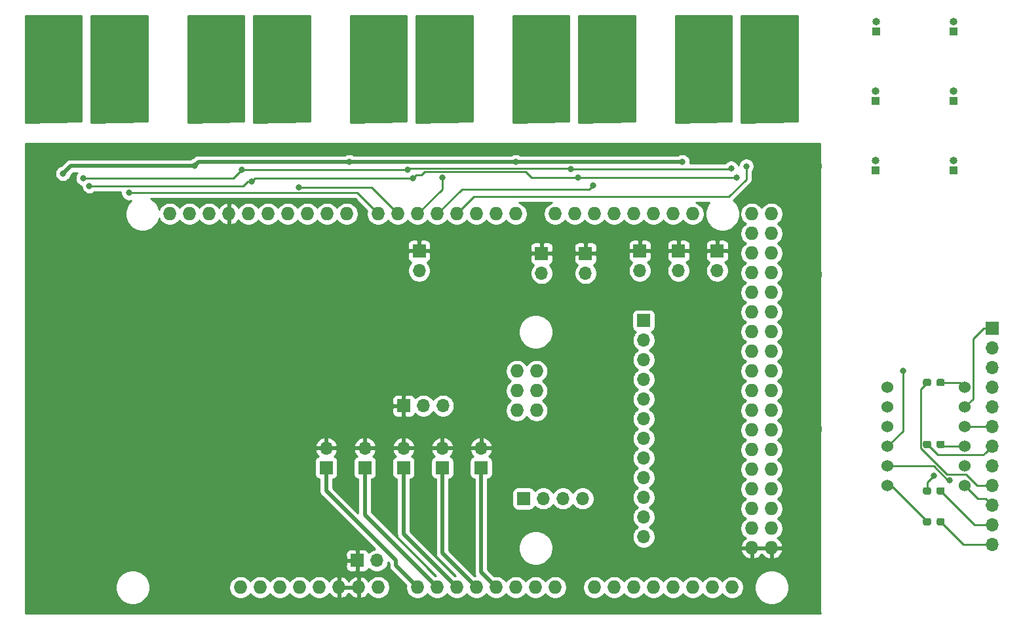
<source format=gbr>
G04 #@! TF.GenerationSoftware,KiCad,Pcbnew,5.1.9-73d0e3b20d~88~ubuntu20.04.1*
G04 #@! TF.CreationDate,2021-03-18T15:40:59+01:00*
G04 #@! TF.ProjectId,uven-mainboard,7576656e-2d6d-4616-996e-626f6172642e,rev?*
G04 #@! TF.SameCoordinates,Original*
G04 #@! TF.FileFunction,Copper,L2,Bot*
G04 #@! TF.FilePolarity,Positive*
%FSLAX46Y46*%
G04 Gerber Fmt 4.6, Leading zero omitted, Abs format (unit mm)*
G04 Created by KiCad (PCBNEW 5.1.9-73d0e3b20d~88~ubuntu20.04.1) date 2021-03-18 15:40:59*
%MOMM*%
%LPD*%
G01*
G04 APERTURE LIST*
G04 #@! TA.AperFunction,ComponentPad*
%ADD10O,1.727200X1.727200*%
G04 #@! TD*
G04 #@! TA.AperFunction,ComponentPad*
%ADD11O,1.700000X1.700000*%
G04 #@! TD*
G04 #@! TA.AperFunction,ComponentPad*
%ADD12R,1.700000X1.700000*%
G04 #@! TD*
G04 #@! TA.AperFunction,ComponentPad*
%ADD13R,1.000000X1.000000*%
G04 #@! TD*
G04 #@! TA.AperFunction,ComponentPad*
%ADD14O,1.000000X1.000000*%
G04 #@! TD*
G04 #@! TA.AperFunction,ComponentPad*
%ADD15C,5.600000*%
G04 #@! TD*
G04 #@! TA.AperFunction,ComponentPad*
%ADD16C,1.524000*%
G04 #@! TD*
G04 #@! TA.AperFunction,ViaPad*
%ADD17C,0.800000*%
G04 #@! TD*
G04 #@! TA.AperFunction,Conductor*
%ADD18C,0.500000*%
G04 #@! TD*
G04 #@! TA.AperFunction,Conductor*
%ADD19C,0.250000*%
G04 #@! TD*
G04 #@! TA.AperFunction,Conductor*
%ADD20C,0.254000*%
G04 #@! TD*
G04 #@! TA.AperFunction,Conductor*
%ADD21C,0.100000*%
G04 #@! TD*
G04 APERTURE END LIST*
D10*
X173627000Y-97600000D03*
X176167000Y-97600000D03*
X176167000Y-95060000D03*
X173627000Y-95060000D03*
X176167000Y-92520000D03*
X160800000Y-120460000D03*
X155720000Y-120460000D03*
X153180000Y-120460000D03*
X150640000Y-120460000D03*
X148100000Y-120460000D03*
X145560000Y-120460000D03*
X143020000Y-120460000D03*
X140480000Y-120460000D03*
X196360000Y-72200000D03*
X193820000Y-72200000D03*
X191280000Y-72200000D03*
X188740000Y-72200000D03*
X186200000Y-72200000D03*
X183660000Y-72200000D03*
X181120000Y-72200000D03*
X178580000Y-72200000D03*
X173500000Y-72200000D03*
X170960000Y-72200000D03*
X168420000Y-72200000D03*
X165880000Y-72200000D03*
X163340000Y-72200000D03*
X160800000Y-72200000D03*
X158260000Y-72200000D03*
X155720000Y-72200000D03*
X136416000Y-72200000D03*
X151656000Y-72200000D03*
X149116000Y-72200000D03*
X146576000Y-72200000D03*
X128796000Y-72200000D03*
X131336000Y-72200000D03*
X133876000Y-72200000D03*
X138956000Y-72200000D03*
X141496000Y-72200000D03*
X144036000Y-72200000D03*
X137940000Y-120460000D03*
X163340000Y-120460000D03*
X165880000Y-120460000D03*
X168420000Y-120460000D03*
X170960000Y-120460000D03*
X173500000Y-120460000D03*
X176040000Y-120460000D03*
X178580000Y-120460000D03*
X183660000Y-120460000D03*
X186200000Y-120460000D03*
X188740000Y-120460000D03*
X191280000Y-120460000D03*
X193820000Y-120460000D03*
X196360000Y-120460000D03*
X198900000Y-120460000D03*
X201440000Y-120460000D03*
X203980000Y-72200000D03*
X206520000Y-72200000D03*
X203980000Y-74740000D03*
X206520000Y-74740000D03*
X203980000Y-77280000D03*
X206520000Y-77280000D03*
X203980000Y-79820000D03*
X206520000Y-79820000D03*
X203980000Y-82360000D03*
X206520000Y-82360000D03*
X203980000Y-84900000D03*
X206520000Y-84900000D03*
X203980000Y-87440000D03*
X206520000Y-87440000D03*
X203980000Y-89980000D03*
X206520000Y-89980000D03*
X203980000Y-92520000D03*
X206520000Y-92520000D03*
X203980000Y-95060000D03*
X206520000Y-95060000D03*
X203980000Y-97600000D03*
X206520000Y-97600000D03*
X203980000Y-100140000D03*
X206520000Y-100140000D03*
X203980000Y-102680000D03*
X206520000Y-102680000D03*
X203980000Y-105220000D03*
X206520000Y-105220000D03*
X203980000Y-107760000D03*
X206520000Y-107760000D03*
X203980000Y-110300000D03*
X206520000Y-110300000D03*
X203980000Y-112840000D03*
X206520000Y-112840000D03*
X203980000Y-115380000D03*
X206520000Y-115380000D03*
X173627000Y-92520000D03*
D11*
X149000000Y-102460000D03*
D12*
X149000000Y-105000000D03*
X154000000Y-105000000D03*
D11*
X154000000Y-102460000D03*
X159000000Y-102460000D03*
D12*
X159000000Y-105000000D03*
D11*
X164000000Y-102460000D03*
D12*
X164000000Y-105000000D03*
X169000000Y-105000000D03*
D11*
X169000000Y-102460000D03*
D12*
X161000000Y-77000000D03*
D11*
X161000000Y-79540000D03*
G04 #@! TA.AperFunction,SMDPad,CuDef*
G36*
G01*
X226100000Y-94237500D02*
X226100000Y-93762500D01*
G75*
G02*
X226337500Y-93525000I237500J0D01*
G01*
X226912500Y-93525000D01*
G75*
G02*
X227150000Y-93762500I0J-237500D01*
G01*
X227150000Y-94237500D01*
G75*
G02*
X226912500Y-94475000I-237500J0D01*
G01*
X226337500Y-94475000D01*
G75*
G02*
X226100000Y-94237500I0J237500D01*
G01*
G37*
G04 #@! TD.AperFunction*
G04 #@! TA.AperFunction,SMDPad,CuDef*
G36*
G01*
X227850000Y-94237500D02*
X227850000Y-93762500D01*
G75*
G02*
X228087500Y-93525000I237500J0D01*
G01*
X228662500Y-93525000D01*
G75*
G02*
X228900000Y-93762500I0J-237500D01*
G01*
X228900000Y-94237500D01*
G75*
G02*
X228662500Y-94475000I-237500J0D01*
G01*
X228087500Y-94475000D01*
G75*
G02*
X227850000Y-94237500I0J237500D01*
G01*
G37*
G04 #@! TD.AperFunction*
G04 #@! TA.AperFunction,SMDPad,CuDef*
G36*
G01*
X227850000Y-102237500D02*
X227850000Y-101762500D01*
G75*
G02*
X228087500Y-101525000I237500J0D01*
G01*
X228662500Y-101525000D01*
G75*
G02*
X228900000Y-101762500I0J-237500D01*
G01*
X228900000Y-102237500D01*
G75*
G02*
X228662500Y-102475000I-237500J0D01*
G01*
X228087500Y-102475000D01*
G75*
G02*
X227850000Y-102237500I0J237500D01*
G01*
G37*
G04 #@! TD.AperFunction*
G04 #@! TA.AperFunction,SMDPad,CuDef*
G36*
G01*
X226100000Y-102237500D02*
X226100000Y-101762500D01*
G75*
G02*
X226337500Y-101525000I237500J0D01*
G01*
X226912500Y-101525000D01*
G75*
G02*
X227150000Y-101762500I0J-237500D01*
G01*
X227150000Y-102237500D01*
G75*
G02*
X226912500Y-102475000I-237500J0D01*
G01*
X226337500Y-102475000D01*
G75*
G02*
X226100000Y-102237500I0J237500D01*
G01*
G37*
G04 #@! TD.AperFunction*
G04 #@! TA.AperFunction,SMDPad,CuDef*
G36*
G01*
X228900000Y-107762500D02*
X228900000Y-108237500D01*
G75*
G02*
X228662500Y-108475000I-237500J0D01*
G01*
X228087500Y-108475000D01*
G75*
G02*
X227850000Y-108237500I0J237500D01*
G01*
X227850000Y-107762500D01*
G75*
G02*
X228087500Y-107525000I237500J0D01*
G01*
X228662500Y-107525000D01*
G75*
G02*
X228900000Y-107762500I0J-237500D01*
G01*
G37*
G04 #@! TD.AperFunction*
G04 #@! TA.AperFunction,SMDPad,CuDef*
G36*
G01*
X227150000Y-107762500D02*
X227150000Y-108237500D01*
G75*
G02*
X226912500Y-108475000I-237500J0D01*
G01*
X226337500Y-108475000D01*
G75*
G02*
X226100000Y-108237500I0J237500D01*
G01*
X226100000Y-107762500D01*
G75*
G02*
X226337500Y-107525000I237500J0D01*
G01*
X226912500Y-107525000D01*
G75*
G02*
X227150000Y-107762500I0J-237500D01*
G01*
G37*
G04 #@! TD.AperFunction*
G04 #@! TA.AperFunction,SMDPad,CuDef*
G36*
G01*
X227150000Y-111762500D02*
X227150000Y-112237500D01*
G75*
G02*
X226912500Y-112475000I-237500J0D01*
G01*
X226337500Y-112475000D01*
G75*
G02*
X226100000Y-112237500I0J237500D01*
G01*
X226100000Y-111762500D01*
G75*
G02*
X226337500Y-111525000I237500J0D01*
G01*
X226912500Y-111525000D01*
G75*
G02*
X227150000Y-111762500I0J-237500D01*
G01*
G37*
G04 #@! TD.AperFunction*
G04 #@! TA.AperFunction,SMDPad,CuDef*
G36*
G01*
X228900000Y-111762500D02*
X228900000Y-112237500D01*
G75*
G02*
X228662500Y-112475000I-237500J0D01*
G01*
X228087500Y-112475000D01*
G75*
G02*
X227850000Y-112237500I0J237500D01*
G01*
X227850000Y-111762500D01*
G75*
G02*
X228087500Y-111525000I237500J0D01*
G01*
X228662500Y-111525000D01*
G75*
G02*
X228900000Y-111762500I0J-237500D01*
G01*
G37*
G04 #@! TD.AperFunction*
D12*
X153000000Y-117000000D03*
D11*
X155540000Y-117000000D03*
D13*
X230010000Y-66625000D03*
D14*
X230010000Y-65355000D03*
X230010000Y-56355000D03*
D13*
X230010000Y-57625000D03*
X230010000Y-48625000D03*
D14*
X230010000Y-47355000D03*
D13*
X220010000Y-66625000D03*
D14*
X220010000Y-65355000D03*
X220010000Y-56355000D03*
D13*
X220010000Y-57625000D03*
D15*
X198000000Y-51000000D03*
X177000000Y-51000000D03*
X156000000Y-51000000D03*
X135000000Y-51000000D03*
X206000000Y-51000000D03*
X185000000Y-51000000D03*
X164000000Y-51000000D03*
X143000000Y-51000000D03*
X122000000Y-51000000D03*
X114000000Y-51000000D03*
D16*
X221500000Y-94650000D03*
X221500000Y-97190000D03*
X221500000Y-99730000D03*
X221500000Y-102270000D03*
X221500000Y-104810000D03*
X221500000Y-107350000D03*
X231500000Y-107350000D03*
X231500000Y-104810000D03*
X231500000Y-102270000D03*
X231500000Y-99730000D03*
X231500000Y-97190000D03*
X231500000Y-94650000D03*
D13*
X220047501Y-48625000D03*
D14*
X220047501Y-47355000D03*
D11*
X235000000Y-114940000D03*
X235000000Y-112400000D03*
X235000000Y-109860000D03*
X235000000Y-107320000D03*
X235000000Y-104780000D03*
X235000000Y-102240000D03*
X235000000Y-99700000D03*
X235000000Y-97160000D03*
X235000000Y-94620000D03*
X235000000Y-92080000D03*
X235000000Y-89540000D03*
D12*
X235000000Y-87000000D03*
X190000000Y-86000000D03*
D11*
X190000000Y-88540000D03*
X190000000Y-91080000D03*
X190000000Y-93620000D03*
X190000000Y-96160000D03*
X190000000Y-98700000D03*
X190000000Y-101240000D03*
X190000000Y-103780000D03*
X190000000Y-106320000D03*
X190000000Y-108860000D03*
X190000000Y-111400000D03*
X190000000Y-113940000D03*
D12*
X174500000Y-109000000D03*
D11*
X177040000Y-109000000D03*
X179580000Y-109000000D03*
X182120000Y-109000000D03*
D12*
X159000000Y-97000000D03*
D11*
X161540000Y-97000000D03*
X164080000Y-97000000D03*
X194500000Y-79540000D03*
D12*
X194500000Y-77000000D03*
X189500000Y-77000000D03*
D11*
X189500000Y-79540000D03*
D12*
X199500000Y-77000000D03*
D11*
X199500000Y-79540000D03*
X176825001Y-79865001D03*
D12*
X176825001Y-77325001D03*
X182500000Y-77325001D03*
D11*
X182500000Y-79865001D03*
D17*
X153000000Y-64000000D03*
X131500000Y-64000000D03*
X174000000Y-64000000D03*
X195500000Y-64000000D03*
X115000000Y-67000000D03*
X132000000Y-66000000D03*
X152000000Y-65500000D03*
X173500000Y-65500000D03*
X195000000Y-65500000D03*
X138100000Y-66500000D03*
X117600000Y-67600000D03*
X180600000Y-66400000D03*
X201300000Y-66300000D03*
X159500000Y-66500000D03*
X118400000Y-68600000D03*
X139400000Y-68000000D03*
X160200000Y-67600000D03*
X181500000Y-67500000D03*
X202000000Y-67500000D03*
X203266423Y-66048607D03*
X183500000Y-68500000D03*
X164000000Y-67500000D03*
X145500000Y-68775000D03*
X123500000Y-69500000D03*
X227500000Y-106000000D03*
X223500000Y-92500000D03*
X229523141Y-106622001D03*
X194500000Y-47000000D03*
X195500000Y-47000000D03*
X196500000Y-47000000D03*
X197500000Y-47000000D03*
X198500000Y-47000000D03*
X199500000Y-47000000D03*
X200500000Y-47000000D03*
X201000000Y-48000000D03*
X200000000Y-48000000D03*
X196000000Y-48000000D03*
X195000000Y-48000000D03*
X194500000Y-49000000D03*
X194500000Y-50000000D03*
X194500000Y-51000000D03*
X194500000Y-52000000D03*
X194500000Y-53000000D03*
X194500000Y-54000000D03*
X194500000Y-55000000D03*
X194500000Y-56000000D03*
X194500000Y-57000000D03*
X194500000Y-58000000D03*
X194500000Y-59000000D03*
X194500000Y-60000000D03*
X195500000Y-60000000D03*
X195500000Y-59000000D03*
X195500000Y-58000000D03*
X195500000Y-57000000D03*
X195500000Y-56000000D03*
X195500000Y-55000000D03*
X195500000Y-54000000D03*
X196500000Y-55000000D03*
X196500000Y-56000000D03*
X196500000Y-57000000D03*
X196500000Y-58000000D03*
X196500000Y-59000000D03*
X196500000Y-60000000D03*
X197500000Y-60000000D03*
X197500000Y-59000000D03*
X197500000Y-58000000D03*
X197500000Y-57000000D03*
X197500000Y-56000000D03*
X197500000Y-55000000D03*
X198500000Y-55000000D03*
X199500000Y-55000000D03*
X200500000Y-55000000D03*
X200500000Y-54000000D03*
X198500000Y-56000000D03*
X199500000Y-56000000D03*
X200500000Y-56000000D03*
X173500000Y-47000000D03*
X174500000Y-47000000D03*
X175500000Y-47000000D03*
X176500000Y-47000000D03*
X177500000Y-47000000D03*
X178500000Y-47000000D03*
X179500000Y-47000000D03*
X180000000Y-48000000D03*
X179000000Y-48000000D03*
X175000000Y-48000000D03*
X174000000Y-48000000D03*
X173500000Y-49000000D03*
X173500000Y-50000000D03*
X173500000Y-51000000D03*
X173500000Y-52000000D03*
X173500000Y-53000000D03*
X173500000Y-54000000D03*
X173500000Y-55000000D03*
X173500000Y-56000000D03*
X173500000Y-57000000D03*
X173500000Y-58000000D03*
X173500000Y-59000000D03*
X173500000Y-60000000D03*
X174500000Y-60000000D03*
X174500000Y-59000000D03*
X174500000Y-58000000D03*
X174500000Y-57000000D03*
X174500000Y-56000000D03*
X174500000Y-55000000D03*
X174500000Y-54000000D03*
X175500000Y-55000000D03*
X175500000Y-56000000D03*
X175500000Y-57000000D03*
X175500000Y-58000000D03*
X175500000Y-59000000D03*
X175500000Y-60000000D03*
X176500000Y-60000000D03*
X176500000Y-59000000D03*
X176500000Y-58000000D03*
X176500000Y-57000000D03*
X176500000Y-56000000D03*
X176500000Y-55000000D03*
X177500000Y-55000000D03*
X178500000Y-55000000D03*
X179500000Y-55000000D03*
X179500000Y-54000000D03*
X177500000Y-56000000D03*
X178500000Y-56000000D03*
X179500000Y-56000000D03*
X152500000Y-47000000D03*
X153500000Y-47000000D03*
X154500000Y-47000000D03*
X155500000Y-47000000D03*
X156500000Y-47000000D03*
X157500000Y-47000000D03*
X158500000Y-47000000D03*
X159000000Y-48000000D03*
X158000000Y-48000000D03*
X154000000Y-48000000D03*
X153000000Y-48000000D03*
X152500000Y-49000000D03*
X152500000Y-50000000D03*
X152500000Y-51000000D03*
X152500000Y-52000000D03*
X152500000Y-53000000D03*
X152500000Y-54000000D03*
X152500000Y-55000000D03*
X152500000Y-56000000D03*
X152500000Y-57000000D03*
X152500000Y-58000000D03*
X153500000Y-54000000D03*
X153500000Y-55000000D03*
X154500000Y-55000000D03*
X155500000Y-55000000D03*
X156500000Y-55000000D03*
X157500000Y-55000000D03*
X158500000Y-55000000D03*
X158500000Y-54000000D03*
X153500000Y-56000000D03*
X153500000Y-57000000D03*
X153500000Y-58000000D03*
X152500000Y-59000000D03*
X152500000Y-60000000D03*
X153500000Y-60000000D03*
X153500000Y-59000000D03*
X154500000Y-60000000D03*
X154500000Y-59000000D03*
X154500000Y-58000000D03*
X154500000Y-57000000D03*
X154500000Y-56000000D03*
X155500000Y-56000000D03*
X155500000Y-57000000D03*
X155500000Y-58000000D03*
X155500000Y-59000000D03*
X155500000Y-60000000D03*
X156500000Y-56000000D03*
X157500000Y-56000000D03*
X158500000Y-56000000D03*
X131500000Y-47000000D03*
X132500000Y-47000000D03*
X133500000Y-47000000D03*
X134500000Y-47000000D03*
X135500000Y-47000000D03*
X136500000Y-47000000D03*
X137500000Y-47000000D03*
X138000000Y-48000000D03*
X137000000Y-48000000D03*
X133000000Y-48000000D03*
X132000000Y-48000000D03*
X131500000Y-49000000D03*
X131500000Y-50000000D03*
X131500000Y-51000000D03*
X131500000Y-52000000D03*
X131500000Y-53000000D03*
X131500000Y-54000000D03*
X132500000Y-54000000D03*
X131500000Y-55000000D03*
X132500000Y-55000000D03*
X131500000Y-56000000D03*
X131500000Y-57000000D03*
X131500000Y-58000000D03*
X131500000Y-59000000D03*
X131500000Y-60000000D03*
X132500000Y-60000000D03*
X132500000Y-59000000D03*
X132500000Y-58000000D03*
X132500000Y-57000000D03*
X132500000Y-56000000D03*
X133500000Y-55000000D03*
X134500000Y-55000000D03*
X135500000Y-55000000D03*
X136500000Y-55000000D03*
X137500000Y-55000000D03*
X137500000Y-54000000D03*
X133500000Y-56000000D03*
X134500000Y-56000000D03*
X135500000Y-56000000D03*
X136500000Y-56000000D03*
X137500000Y-56000000D03*
X133500000Y-57000000D03*
X134500000Y-57000000D03*
X134500000Y-58000000D03*
X133500000Y-58000000D03*
X133500000Y-59000000D03*
X134500000Y-59000000D03*
X133500000Y-60000000D03*
X134500000Y-60000000D03*
X203000000Y-56000000D03*
X204000000Y-56000000D03*
X205000000Y-56000000D03*
X206000000Y-56000000D03*
X207000000Y-56000000D03*
X208000000Y-56000000D03*
X209000000Y-56000000D03*
X206000000Y-57000000D03*
X207000000Y-57000000D03*
X208000000Y-57000000D03*
X209000000Y-57000000D03*
X206000000Y-58000000D03*
X207000000Y-58000000D03*
X208000000Y-58000000D03*
X209000000Y-58000000D03*
X206000000Y-59000000D03*
X207000000Y-59000000D03*
X208000000Y-59000000D03*
X209000000Y-59000000D03*
X206000000Y-60000000D03*
X207000000Y-60000000D03*
X208000000Y-60000000D03*
X209000000Y-60000000D03*
X203000000Y-55000000D03*
X204000000Y-55000000D03*
X205000000Y-55000000D03*
X206000000Y-55000000D03*
X207000000Y-55000000D03*
X208000000Y-55000000D03*
X209000000Y-55000000D03*
X209000000Y-54000000D03*
X203000000Y-54000000D03*
X203000000Y-48000000D03*
X203000000Y-47000000D03*
X204000000Y-47000000D03*
X205000000Y-47000000D03*
X206000000Y-47000000D03*
X207000000Y-47000000D03*
X208000000Y-47000000D03*
X209000000Y-47000000D03*
X208000000Y-48000000D03*
X209000000Y-48000000D03*
X209000000Y-49000000D03*
X182000000Y-47000000D03*
X183000000Y-47000000D03*
X184000000Y-47000000D03*
X185000000Y-47000000D03*
X186000000Y-47000000D03*
X187000000Y-47000000D03*
X188000000Y-47000000D03*
X188500000Y-48000000D03*
X187500000Y-48000000D03*
X182000000Y-48000000D03*
X183000000Y-48000000D03*
X182000000Y-49000000D03*
X182000000Y-54000000D03*
X182000000Y-55000000D03*
X182000000Y-56000000D03*
X183000000Y-56000000D03*
X183000000Y-55000000D03*
X184000000Y-55000000D03*
X184000000Y-56000000D03*
X185000000Y-56000000D03*
X185000000Y-57000000D03*
X185000000Y-58000000D03*
X185000000Y-59000000D03*
X185000000Y-60000000D03*
X186000000Y-60000000D03*
X186000000Y-59000000D03*
X186000000Y-58000000D03*
X186000000Y-57000000D03*
X186000000Y-56000000D03*
X186000000Y-55000000D03*
X185000000Y-55000000D03*
X187000000Y-55000000D03*
X188000000Y-55000000D03*
X188000000Y-54000000D03*
X187000000Y-56000000D03*
X187000000Y-57000000D03*
X187000000Y-58000000D03*
X187000000Y-59000000D03*
X187000000Y-60000000D03*
X188000000Y-60000000D03*
X188000000Y-59000000D03*
X188000000Y-58000000D03*
X188000000Y-57000000D03*
X188000000Y-56000000D03*
X161000000Y-47000000D03*
X162000000Y-47000000D03*
X163000000Y-47000000D03*
X164000000Y-47000000D03*
X165000000Y-47000000D03*
X166000000Y-47000000D03*
X167000000Y-47000000D03*
X167500000Y-48000000D03*
X166500000Y-48000000D03*
X162000000Y-48000000D03*
X161000000Y-48000000D03*
X161000000Y-49000000D03*
X161000000Y-54000000D03*
X161000000Y-55000000D03*
X162000000Y-55000000D03*
X163000000Y-55000000D03*
X164000000Y-55000000D03*
X165000000Y-55000000D03*
X166000000Y-55000000D03*
X167000000Y-55000000D03*
X167000000Y-54000000D03*
X161000000Y-56000000D03*
X162000000Y-56000000D03*
X163000000Y-56000000D03*
X164000000Y-56000000D03*
X165000000Y-56000000D03*
X166000000Y-56000000D03*
X167000000Y-56000000D03*
X164000000Y-57000000D03*
X165000000Y-57000000D03*
X166000000Y-57000000D03*
X167000000Y-57000000D03*
X167000000Y-58000000D03*
X166000000Y-58000000D03*
X165000000Y-58000000D03*
X164000000Y-58000000D03*
X164000000Y-59000000D03*
X165000000Y-59000000D03*
X166000000Y-59000000D03*
X167000000Y-59000000D03*
X167000000Y-60000000D03*
X166000000Y-60000000D03*
X165000000Y-60000000D03*
X164000000Y-60000000D03*
X140000000Y-47000000D03*
X141000000Y-47000000D03*
X142000000Y-47000000D03*
X143000000Y-47000000D03*
X144000000Y-47000000D03*
X145000000Y-47000000D03*
X146000000Y-47000000D03*
X146500000Y-48000000D03*
X145500000Y-48000000D03*
X140500000Y-48000000D03*
X140000000Y-49000000D03*
X146500000Y-49000000D03*
X140000000Y-54000000D03*
X140000000Y-55000000D03*
X140000000Y-56000000D03*
X141000000Y-56000000D03*
X141000000Y-55000000D03*
X142000000Y-55000000D03*
X142000000Y-56000000D03*
X143000000Y-56000000D03*
X143000000Y-55000000D03*
X144000000Y-55000000D03*
X144000000Y-56000000D03*
X145000000Y-56000000D03*
X145000000Y-55000000D03*
X146000000Y-55000000D03*
X146000000Y-56000000D03*
X146000000Y-54000000D03*
X146500000Y-53000000D03*
X143000000Y-57000000D03*
X144000000Y-57000000D03*
X145000000Y-57000000D03*
X146000000Y-57000000D03*
X143000000Y-58000000D03*
X144000000Y-58000000D03*
X145000000Y-58000000D03*
X146000000Y-58000000D03*
X146000000Y-59000000D03*
X145000000Y-59000000D03*
X144000000Y-59000000D03*
X143000000Y-59000000D03*
X143000000Y-60000000D03*
X144000000Y-60000000D03*
X145000000Y-60000000D03*
X146000000Y-60000000D03*
X119000000Y-47000000D03*
X120000000Y-47000000D03*
X121000000Y-47000000D03*
X122000000Y-47000000D03*
X123000000Y-47000000D03*
X124000000Y-47000000D03*
X125000000Y-47000000D03*
X125500000Y-48000000D03*
X124500000Y-48000000D03*
X120000000Y-48000000D03*
X119000000Y-48000000D03*
X119000000Y-49000000D03*
X125500000Y-49000000D03*
X125500000Y-50000000D03*
X125500000Y-51000000D03*
X125500000Y-52000000D03*
X125500000Y-53000000D03*
X125500000Y-54000000D03*
X124500000Y-54000000D03*
X125500000Y-55000000D03*
X124500000Y-55000000D03*
X123500000Y-55000000D03*
X122500000Y-55000000D03*
X121500000Y-55000000D03*
X120500000Y-55000000D03*
X119500000Y-55000000D03*
X119000000Y-54000000D03*
X120000000Y-54000000D03*
X119000000Y-56000000D03*
X120000000Y-56000000D03*
X121000000Y-56000000D03*
X122000000Y-56000000D03*
X123000000Y-56000000D03*
X124000000Y-56000000D03*
X125000000Y-56000000D03*
X125500000Y-57000000D03*
X124500000Y-57000000D03*
X123500000Y-57000000D03*
X122500000Y-57000000D03*
X122000000Y-58000000D03*
X123000000Y-58000000D03*
X124000000Y-58000000D03*
X125000000Y-58000000D03*
X125500000Y-59000000D03*
X124500000Y-59000000D03*
X123500000Y-59000000D03*
X122500000Y-59000000D03*
X122000000Y-60000000D03*
X123000000Y-60000000D03*
X124000000Y-60000000D03*
X125000000Y-60000000D03*
X110500000Y-47000000D03*
X111500000Y-47000000D03*
X112500000Y-47000000D03*
X113500000Y-47000000D03*
X114500000Y-47000000D03*
X115500000Y-47000000D03*
X116500000Y-47000000D03*
X117000000Y-48000000D03*
X116000000Y-48000000D03*
X112000000Y-48000000D03*
X111000000Y-48000000D03*
X110500000Y-49000000D03*
X110500000Y-52000000D03*
X110500000Y-53000000D03*
X110500000Y-54000000D03*
X111500000Y-54000000D03*
X110500000Y-55000000D03*
X111500000Y-55000000D03*
X112500000Y-55000000D03*
X113500000Y-55000000D03*
X114500000Y-55000000D03*
X115500000Y-55000000D03*
X116500000Y-55000000D03*
X117000000Y-56000000D03*
X116000000Y-56000000D03*
X115000000Y-56000000D03*
X114000000Y-56000000D03*
X113000000Y-56000000D03*
X112000000Y-56000000D03*
X111000000Y-56000000D03*
X110500000Y-57000000D03*
X111500000Y-57000000D03*
X112500000Y-57000000D03*
X113500000Y-57000000D03*
X114000000Y-58000000D03*
X113000000Y-58000000D03*
X112000000Y-58000000D03*
X111000000Y-58000000D03*
X110500000Y-59000000D03*
X111500000Y-59000000D03*
X112500000Y-59000000D03*
X113500000Y-59000000D03*
X114000000Y-60000000D03*
X113000000Y-60000000D03*
X112000000Y-60000000D03*
X111000000Y-60000000D03*
X110500000Y-50000000D03*
X110500000Y-51000000D03*
X116500000Y-54000000D03*
D18*
X115000000Y-67000000D02*
X116000000Y-66000000D01*
X116000000Y-66000000D02*
X132000000Y-66000000D01*
X132000000Y-66000000D02*
X132500000Y-65500000D01*
X132500000Y-65500000D02*
X152000000Y-65500000D01*
X152000000Y-65500000D02*
X173500000Y-65500000D01*
X173500000Y-65500000D02*
X195000000Y-65500000D01*
D19*
X137000000Y-67600000D02*
X117600000Y-67600000D01*
X138100000Y-66500000D02*
X137000000Y-67600000D01*
X138100000Y-66500000D02*
X140600000Y-66500000D01*
X140600000Y-66500000D02*
X159300000Y-66500000D01*
X159300000Y-66500000D02*
X159500000Y-66300000D01*
X159500000Y-66300000D02*
X180500000Y-66300000D01*
X180500000Y-66300000D02*
X180600000Y-66400000D01*
X180600000Y-66400000D02*
X201200000Y-66400000D01*
X201200000Y-66400000D02*
X201300000Y-66300000D01*
X118965685Y-68600000D02*
X118400000Y-68600000D01*
X138834315Y-68000000D02*
X138234315Y-68600000D01*
X138234315Y-68600000D02*
X118965685Y-68600000D01*
X139400000Y-68000000D02*
X138834315Y-68000000D01*
X139799999Y-67600001D02*
X139400000Y-68000000D01*
X160200000Y-67600000D02*
X139799999Y-67600001D01*
X160300000Y-67500000D02*
X160200000Y-67600000D01*
X202000000Y-67500000D02*
X181500000Y-67500000D01*
X175500000Y-67500000D02*
X181500000Y-67500000D01*
X174750010Y-66750010D02*
X175500000Y-67500000D01*
X161749990Y-66750010D02*
X174750010Y-66750010D01*
X161299999Y-67200001D02*
X161749990Y-66750010D01*
X160200000Y-67600000D02*
X160599999Y-67200001D01*
X160599999Y-67200001D02*
X161299999Y-67200001D01*
X168080000Y-70000000D02*
X167500000Y-70580000D01*
X167500000Y-70580000D02*
X165880000Y-72200000D01*
X201000000Y-70000000D02*
X168080000Y-70000000D01*
X203266423Y-67733577D02*
X201000000Y-70000000D01*
X203266423Y-66048607D02*
X203266423Y-67733577D01*
X183500000Y-68500000D02*
X183000000Y-69000000D01*
X166540000Y-69000000D02*
X163340000Y-72200000D01*
X183000000Y-69000000D02*
X166540000Y-69000000D01*
X164000000Y-69000000D02*
X160800000Y-72200000D01*
X164000000Y-67500000D02*
X164000000Y-69000000D01*
X154835000Y-68775000D02*
X158260000Y-72200000D01*
X145500000Y-68775000D02*
X154835000Y-68775000D01*
X153020000Y-69500000D02*
X155720000Y-72200000D01*
X123500000Y-69500000D02*
X153020000Y-69500000D01*
X231315000Y-114940000D02*
X228375000Y-112000000D01*
X235000000Y-114940000D02*
X231315000Y-114940000D01*
X232775000Y-112400000D02*
X235000000Y-112400000D01*
X228375000Y-108000000D02*
X232775000Y-112400000D01*
X234150001Y-103089999D02*
X235000000Y-102240000D01*
X233882999Y-103357001D02*
X234150001Y-103089999D01*
X227982001Y-103357001D02*
X233882999Y-103357001D01*
X226625000Y-102000000D02*
X227982001Y-103357001D01*
X226125928Y-94499072D02*
X226625000Y-94000000D01*
X225774990Y-94850010D02*
X226125928Y-94499072D01*
X225774990Y-102470500D02*
X225774990Y-94850010D01*
X229201491Y-105897001D02*
X225774990Y-102470500D01*
X231655763Y-105897001D02*
X229201491Y-105897001D01*
X233078762Y-107320000D02*
X231655763Y-105897001D01*
X235000000Y-107320000D02*
X233078762Y-107320000D01*
D18*
X160800000Y-120460000D02*
X158000000Y-117660000D01*
X158000000Y-117660000D02*
X158000000Y-117000000D01*
X149000000Y-108000000D02*
X149000000Y-105000000D01*
X158000000Y-117000000D02*
X149000000Y-108000000D01*
X154000000Y-111120000D02*
X154500000Y-111620000D01*
X154000000Y-105000000D02*
X154000000Y-111120000D01*
X154500000Y-111620000D02*
X163340000Y-120460000D01*
X159000000Y-113580000D02*
X165880000Y-120460000D01*
X159000000Y-105000000D02*
X159000000Y-113580000D01*
X164000000Y-116040000D02*
X168420000Y-120460000D01*
X164000000Y-105000000D02*
X164000000Y-116040000D01*
X169000000Y-118500000D02*
X170960000Y-120460000D01*
X169000000Y-105000000D02*
X169000000Y-118500000D01*
D19*
X230850000Y-94000000D02*
X231500000Y-94650000D01*
X228375000Y-94000000D02*
X230850000Y-94000000D01*
X231230000Y-102000000D02*
X231500000Y-102270000D01*
X228645000Y-102270000D02*
X228375000Y-102000000D01*
X231500000Y-102270000D02*
X228645000Y-102270000D01*
X226625000Y-108000000D02*
X226625000Y-106875000D01*
X226625000Y-106875000D02*
X227500000Y-106000000D01*
X221975000Y-107350000D02*
X221500000Y-107350000D01*
X226625000Y-112000000D02*
X221975000Y-107350000D01*
X223500000Y-100270000D02*
X221500000Y-102270000D01*
X223500000Y-92500000D02*
X223500000Y-100270000D01*
X229290081Y-106622001D02*
X229523141Y-106622001D01*
X221500000Y-104810000D02*
X227478080Y-104810000D01*
X227478080Y-104810000D02*
X229290081Y-106622001D01*
X233160001Y-109010001D02*
X232261999Y-108111999D01*
X234150001Y-109010001D02*
X233160001Y-109010001D01*
X232261999Y-108111999D02*
X231500000Y-107350000D01*
X235000000Y-109860000D02*
X234150001Y-109010001D01*
X234970000Y-99730000D02*
X235000000Y-99700000D01*
X231500000Y-99730000D02*
X234970000Y-99730000D01*
X233900000Y-87000000D02*
X235000000Y-87000000D01*
X232587001Y-96102999D02*
X232587001Y-88312999D01*
X232587001Y-88312999D02*
X233900000Y-87000000D01*
X231500000Y-97190000D02*
X232587001Y-96102999D01*
D20*
X146873000Y-60274682D02*
X139627000Y-60371295D01*
X139627000Y-46627000D01*
X146873000Y-46627000D01*
X146873000Y-60274682D01*
G04 #@! TA.AperFunction,Conductor*
D21*
G36*
X146873000Y-60274682D02*
G01*
X139627000Y-60371295D01*
X139627000Y-46627000D01*
X146873000Y-46627000D01*
X146873000Y-60274682D01*
G37*
G04 #@! TD.AperFunction*
D20*
X212790000Y-65465123D02*
X212786565Y-65500000D01*
X212800273Y-65639184D01*
X212840872Y-65773020D01*
X212873000Y-65833127D01*
X212873000Y-66166873D01*
X212840872Y-66226980D01*
X212800273Y-66360816D01*
X212786565Y-66500000D01*
X212790001Y-66534887D01*
X212790000Y-79465123D01*
X212786565Y-79500000D01*
X212800273Y-79639184D01*
X212840872Y-79773020D01*
X212873000Y-79833127D01*
X212873000Y-80166873D01*
X212840872Y-80226980D01*
X212800273Y-80360816D01*
X212786565Y-80500000D01*
X212790001Y-80534887D01*
X212790000Y-99465123D01*
X212786565Y-99500000D01*
X212800273Y-99639184D01*
X212840872Y-99773020D01*
X212873000Y-99833127D01*
X212873000Y-100166873D01*
X212840872Y-100226980D01*
X212800273Y-100360816D01*
X212786565Y-100500000D01*
X212790001Y-100534887D01*
X212790000Y-123465123D01*
X212786565Y-123500000D01*
X212800273Y-123639184D01*
X212840872Y-123773020D01*
X212849948Y-123790000D01*
X110127000Y-123790000D01*
X110127000Y-120239872D01*
X121735000Y-120239872D01*
X121735000Y-120680128D01*
X121820890Y-121111925D01*
X121989369Y-121518669D01*
X122233962Y-121884729D01*
X122545271Y-122196038D01*
X122911331Y-122440631D01*
X123318075Y-122609110D01*
X123749872Y-122695000D01*
X124190128Y-122695000D01*
X124621925Y-122609110D01*
X125028669Y-122440631D01*
X125394729Y-122196038D01*
X125706038Y-121884729D01*
X125950631Y-121518669D01*
X126119110Y-121111925D01*
X126205000Y-120680128D01*
X126205000Y-120312401D01*
X136441400Y-120312401D01*
X136441400Y-120607599D01*
X136498990Y-120897125D01*
X136611958Y-121169853D01*
X136775961Y-121415302D01*
X136984698Y-121624039D01*
X137230147Y-121788042D01*
X137502875Y-121901010D01*
X137792401Y-121958600D01*
X138087599Y-121958600D01*
X138377125Y-121901010D01*
X138649853Y-121788042D01*
X138895302Y-121624039D01*
X139104039Y-121415302D01*
X139210000Y-121256719D01*
X139315961Y-121415302D01*
X139524698Y-121624039D01*
X139770147Y-121788042D01*
X140042875Y-121901010D01*
X140332401Y-121958600D01*
X140627599Y-121958600D01*
X140917125Y-121901010D01*
X141189853Y-121788042D01*
X141435302Y-121624039D01*
X141644039Y-121415302D01*
X141750000Y-121256719D01*
X141855961Y-121415302D01*
X142064698Y-121624039D01*
X142310147Y-121788042D01*
X142582875Y-121901010D01*
X142872401Y-121958600D01*
X143167599Y-121958600D01*
X143457125Y-121901010D01*
X143729853Y-121788042D01*
X143975302Y-121624039D01*
X144184039Y-121415302D01*
X144290000Y-121256719D01*
X144395961Y-121415302D01*
X144604698Y-121624039D01*
X144850147Y-121788042D01*
X145122875Y-121901010D01*
X145412401Y-121958600D01*
X145707599Y-121958600D01*
X145997125Y-121901010D01*
X146269853Y-121788042D01*
X146515302Y-121624039D01*
X146724039Y-121415302D01*
X146830000Y-121256719D01*
X146935961Y-121415302D01*
X147144698Y-121624039D01*
X147390147Y-121788042D01*
X147662875Y-121901010D01*
X147952401Y-121958600D01*
X148247599Y-121958600D01*
X148537125Y-121901010D01*
X148809853Y-121788042D01*
X149055302Y-121624039D01*
X149264039Y-121415302D01*
X149371692Y-121254187D01*
X149533146Y-121470293D01*
X149751512Y-121666817D01*
X150004022Y-121816964D01*
X150280973Y-121914963D01*
X150513000Y-121794464D01*
X150513000Y-120587000D01*
X150767000Y-120587000D01*
X150767000Y-121794464D01*
X150999027Y-121914963D01*
X151275978Y-121816964D01*
X151528488Y-121666817D01*
X151746854Y-121470293D01*
X151910000Y-121251922D01*
X152073146Y-121470293D01*
X152291512Y-121666817D01*
X152544022Y-121816964D01*
X152820973Y-121914963D01*
X153053000Y-121794464D01*
X153053000Y-120587000D01*
X150767000Y-120587000D01*
X150513000Y-120587000D01*
X150493000Y-120587000D01*
X150493000Y-120333000D01*
X150513000Y-120333000D01*
X150513000Y-119125536D01*
X150767000Y-119125536D01*
X150767000Y-120333000D01*
X153053000Y-120333000D01*
X153053000Y-119125536D01*
X153307000Y-119125536D01*
X153307000Y-120333000D01*
X153327000Y-120333000D01*
X153327000Y-120587000D01*
X153307000Y-120587000D01*
X153307000Y-121794464D01*
X153539027Y-121914963D01*
X153815978Y-121816964D01*
X154068488Y-121666817D01*
X154286854Y-121470293D01*
X154448308Y-121254187D01*
X154555961Y-121415302D01*
X154764698Y-121624039D01*
X155010147Y-121788042D01*
X155282875Y-121901010D01*
X155572401Y-121958600D01*
X155867599Y-121958600D01*
X156157125Y-121901010D01*
X156429853Y-121788042D01*
X156675302Y-121624039D01*
X156884039Y-121415302D01*
X157048042Y-121169853D01*
X157161010Y-120897125D01*
X157218600Y-120607599D01*
X157218600Y-120312401D01*
X157161010Y-120022875D01*
X157048042Y-119750147D01*
X156884039Y-119504698D01*
X156675302Y-119295961D01*
X156429853Y-119131958D01*
X156157125Y-119018990D01*
X155867599Y-118961400D01*
X155572401Y-118961400D01*
X155282875Y-119018990D01*
X155010147Y-119131958D01*
X154764698Y-119295961D01*
X154555961Y-119504698D01*
X154448308Y-119665813D01*
X154286854Y-119449707D01*
X154068488Y-119253183D01*
X153815978Y-119103036D01*
X153539027Y-119005037D01*
X153307000Y-119125536D01*
X153053000Y-119125536D01*
X152820973Y-119005037D01*
X152544022Y-119103036D01*
X152291512Y-119253183D01*
X152073146Y-119449707D01*
X151910000Y-119668078D01*
X151746854Y-119449707D01*
X151528488Y-119253183D01*
X151275978Y-119103036D01*
X150999027Y-119005037D01*
X150767000Y-119125536D01*
X150513000Y-119125536D01*
X150280973Y-119005037D01*
X150004022Y-119103036D01*
X149751512Y-119253183D01*
X149533146Y-119449707D01*
X149371692Y-119665813D01*
X149264039Y-119504698D01*
X149055302Y-119295961D01*
X148809853Y-119131958D01*
X148537125Y-119018990D01*
X148247599Y-118961400D01*
X147952401Y-118961400D01*
X147662875Y-119018990D01*
X147390147Y-119131958D01*
X147144698Y-119295961D01*
X146935961Y-119504698D01*
X146830000Y-119663281D01*
X146724039Y-119504698D01*
X146515302Y-119295961D01*
X146269853Y-119131958D01*
X145997125Y-119018990D01*
X145707599Y-118961400D01*
X145412401Y-118961400D01*
X145122875Y-119018990D01*
X144850147Y-119131958D01*
X144604698Y-119295961D01*
X144395961Y-119504698D01*
X144290000Y-119663281D01*
X144184039Y-119504698D01*
X143975302Y-119295961D01*
X143729853Y-119131958D01*
X143457125Y-119018990D01*
X143167599Y-118961400D01*
X142872401Y-118961400D01*
X142582875Y-119018990D01*
X142310147Y-119131958D01*
X142064698Y-119295961D01*
X141855961Y-119504698D01*
X141750000Y-119663281D01*
X141644039Y-119504698D01*
X141435302Y-119295961D01*
X141189853Y-119131958D01*
X140917125Y-119018990D01*
X140627599Y-118961400D01*
X140332401Y-118961400D01*
X140042875Y-119018990D01*
X139770147Y-119131958D01*
X139524698Y-119295961D01*
X139315961Y-119504698D01*
X139210000Y-119663281D01*
X139104039Y-119504698D01*
X138895302Y-119295961D01*
X138649853Y-119131958D01*
X138377125Y-119018990D01*
X138087599Y-118961400D01*
X137792401Y-118961400D01*
X137502875Y-119018990D01*
X137230147Y-119131958D01*
X136984698Y-119295961D01*
X136775961Y-119504698D01*
X136611958Y-119750147D01*
X136498990Y-120022875D01*
X136441400Y-120312401D01*
X126205000Y-120312401D01*
X126205000Y-120239872D01*
X126119110Y-119808075D01*
X125950631Y-119401331D01*
X125706038Y-119035271D01*
X125394729Y-118723962D01*
X125028669Y-118479369D01*
X124621925Y-118310890D01*
X124190128Y-118225000D01*
X123749872Y-118225000D01*
X123318075Y-118310890D01*
X122911331Y-118479369D01*
X122545271Y-118723962D01*
X122233962Y-119035271D01*
X121989369Y-119401331D01*
X121820890Y-119808075D01*
X121735000Y-120239872D01*
X110127000Y-120239872D01*
X110127000Y-117850000D01*
X151511928Y-117850000D01*
X151524188Y-117974482D01*
X151560498Y-118094180D01*
X151619463Y-118204494D01*
X151698815Y-118301185D01*
X151795506Y-118380537D01*
X151905820Y-118439502D01*
X152025518Y-118475812D01*
X152150000Y-118488072D01*
X152714250Y-118485000D01*
X152873000Y-118326250D01*
X152873000Y-117127000D01*
X151673750Y-117127000D01*
X151515000Y-117285750D01*
X151511928Y-117850000D01*
X110127000Y-117850000D01*
X110127000Y-116150000D01*
X151511928Y-116150000D01*
X151515000Y-116714250D01*
X151673750Y-116873000D01*
X152873000Y-116873000D01*
X152873000Y-115673750D01*
X152714250Y-115515000D01*
X152150000Y-115511928D01*
X152025518Y-115524188D01*
X151905820Y-115560498D01*
X151795506Y-115619463D01*
X151698815Y-115698815D01*
X151619463Y-115795506D01*
X151560498Y-115905820D01*
X151524188Y-116025518D01*
X151511928Y-116150000D01*
X110127000Y-116150000D01*
X110127000Y-104150000D01*
X147511928Y-104150000D01*
X147511928Y-105850000D01*
X147524188Y-105974482D01*
X147560498Y-106094180D01*
X147619463Y-106204494D01*
X147698815Y-106301185D01*
X147795506Y-106380537D01*
X147905820Y-106439502D01*
X148025518Y-106475812D01*
X148115001Y-106484625D01*
X148115000Y-107956531D01*
X148110719Y-108000000D01*
X148115000Y-108043469D01*
X148115000Y-108043476D01*
X148127805Y-108173489D01*
X148178411Y-108340312D01*
X148260589Y-108494058D01*
X148371183Y-108628817D01*
X148404956Y-108656534D01*
X155285043Y-115536621D01*
X155106842Y-115572068D01*
X154836589Y-115684010D01*
X154593368Y-115846525D01*
X154461513Y-115978380D01*
X154439502Y-115905820D01*
X154380537Y-115795506D01*
X154301185Y-115698815D01*
X154204494Y-115619463D01*
X154094180Y-115560498D01*
X153974482Y-115524188D01*
X153850000Y-115511928D01*
X153285750Y-115515000D01*
X153127000Y-115673750D01*
X153127000Y-116873000D01*
X153147000Y-116873000D01*
X153147000Y-117127000D01*
X153127000Y-117127000D01*
X153127000Y-118326250D01*
X153285750Y-118485000D01*
X153850000Y-118488072D01*
X153974482Y-118475812D01*
X154094180Y-118439502D01*
X154204494Y-118380537D01*
X154301185Y-118301185D01*
X154380537Y-118204494D01*
X154439502Y-118094180D01*
X154461513Y-118021620D01*
X154593368Y-118153475D01*
X154836589Y-118315990D01*
X155106842Y-118427932D01*
X155393740Y-118485000D01*
X155686260Y-118485000D01*
X155973158Y-118427932D01*
X156243411Y-118315990D01*
X156486632Y-118153475D01*
X156693475Y-117946632D01*
X156855990Y-117703411D01*
X156967932Y-117433158D01*
X157003379Y-117254958D01*
X157115000Y-117366579D01*
X157115000Y-117616531D01*
X157110719Y-117660000D01*
X157115000Y-117703469D01*
X157115000Y-117703476D01*
X157126212Y-117817314D01*
X157127805Y-117833490D01*
X157139546Y-117872194D01*
X157178411Y-118000312D01*
X157260589Y-118154058D01*
X157371183Y-118288817D01*
X157404956Y-118316534D01*
X159317895Y-120229474D01*
X159301400Y-120312401D01*
X159301400Y-120607599D01*
X159358990Y-120897125D01*
X159471958Y-121169853D01*
X159635961Y-121415302D01*
X159844698Y-121624039D01*
X160090147Y-121788042D01*
X160362875Y-121901010D01*
X160652401Y-121958600D01*
X160947599Y-121958600D01*
X161237125Y-121901010D01*
X161509853Y-121788042D01*
X161755302Y-121624039D01*
X161964039Y-121415302D01*
X162070000Y-121256719D01*
X162175961Y-121415302D01*
X162384698Y-121624039D01*
X162630147Y-121788042D01*
X162902875Y-121901010D01*
X163192401Y-121958600D01*
X163487599Y-121958600D01*
X163777125Y-121901010D01*
X164049853Y-121788042D01*
X164295302Y-121624039D01*
X164504039Y-121415302D01*
X164610000Y-121256719D01*
X164715961Y-121415302D01*
X164924698Y-121624039D01*
X165170147Y-121788042D01*
X165442875Y-121901010D01*
X165732401Y-121958600D01*
X166027599Y-121958600D01*
X166317125Y-121901010D01*
X166589853Y-121788042D01*
X166835302Y-121624039D01*
X167044039Y-121415302D01*
X167150000Y-121256719D01*
X167255961Y-121415302D01*
X167464698Y-121624039D01*
X167710147Y-121788042D01*
X167982875Y-121901010D01*
X168272401Y-121958600D01*
X168567599Y-121958600D01*
X168857125Y-121901010D01*
X169129853Y-121788042D01*
X169375302Y-121624039D01*
X169584039Y-121415302D01*
X169690000Y-121256719D01*
X169795961Y-121415302D01*
X170004698Y-121624039D01*
X170250147Y-121788042D01*
X170522875Y-121901010D01*
X170812401Y-121958600D01*
X171107599Y-121958600D01*
X171397125Y-121901010D01*
X171669853Y-121788042D01*
X171915302Y-121624039D01*
X172124039Y-121415302D01*
X172230000Y-121256719D01*
X172335961Y-121415302D01*
X172544698Y-121624039D01*
X172790147Y-121788042D01*
X173062875Y-121901010D01*
X173352401Y-121958600D01*
X173647599Y-121958600D01*
X173937125Y-121901010D01*
X174209853Y-121788042D01*
X174455302Y-121624039D01*
X174664039Y-121415302D01*
X174770000Y-121256719D01*
X174875961Y-121415302D01*
X175084698Y-121624039D01*
X175330147Y-121788042D01*
X175602875Y-121901010D01*
X175892401Y-121958600D01*
X176187599Y-121958600D01*
X176477125Y-121901010D01*
X176749853Y-121788042D01*
X176995302Y-121624039D01*
X177204039Y-121415302D01*
X177310000Y-121256719D01*
X177415961Y-121415302D01*
X177624698Y-121624039D01*
X177870147Y-121788042D01*
X178142875Y-121901010D01*
X178432401Y-121958600D01*
X178727599Y-121958600D01*
X179017125Y-121901010D01*
X179289853Y-121788042D01*
X179535302Y-121624039D01*
X179744039Y-121415302D01*
X179908042Y-121169853D01*
X180021010Y-120897125D01*
X180078600Y-120607599D01*
X180078600Y-120312401D01*
X182161400Y-120312401D01*
X182161400Y-120607599D01*
X182218990Y-120897125D01*
X182331958Y-121169853D01*
X182495961Y-121415302D01*
X182704698Y-121624039D01*
X182950147Y-121788042D01*
X183222875Y-121901010D01*
X183512401Y-121958600D01*
X183807599Y-121958600D01*
X184097125Y-121901010D01*
X184369853Y-121788042D01*
X184615302Y-121624039D01*
X184824039Y-121415302D01*
X184930000Y-121256719D01*
X185035961Y-121415302D01*
X185244698Y-121624039D01*
X185490147Y-121788042D01*
X185762875Y-121901010D01*
X186052401Y-121958600D01*
X186347599Y-121958600D01*
X186637125Y-121901010D01*
X186909853Y-121788042D01*
X187155302Y-121624039D01*
X187364039Y-121415302D01*
X187470000Y-121256719D01*
X187575961Y-121415302D01*
X187784698Y-121624039D01*
X188030147Y-121788042D01*
X188302875Y-121901010D01*
X188592401Y-121958600D01*
X188887599Y-121958600D01*
X189177125Y-121901010D01*
X189449853Y-121788042D01*
X189695302Y-121624039D01*
X189904039Y-121415302D01*
X190010000Y-121256719D01*
X190115961Y-121415302D01*
X190324698Y-121624039D01*
X190570147Y-121788042D01*
X190842875Y-121901010D01*
X191132401Y-121958600D01*
X191427599Y-121958600D01*
X191717125Y-121901010D01*
X191989853Y-121788042D01*
X192235302Y-121624039D01*
X192444039Y-121415302D01*
X192550000Y-121256719D01*
X192655961Y-121415302D01*
X192864698Y-121624039D01*
X193110147Y-121788042D01*
X193382875Y-121901010D01*
X193672401Y-121958600D01*
X193967599Y-121958600D01*
X194257125Y-121901010D01*
X194529853Y-121788042D01*
X194775302Y-121624039D01*
X194984039Y-121415302D01*
X195090000Y-121256719D01*
X195195961Y-121415302D01*
X195404698Y-121624039D01*
X195650147Y-121788042D01*
X195922875Y-121901010D01*
X196212401Y-121958600D01*
X196507599Y-121958600D01*
X196797125Y-121901010D01*
X197069853Y-121788042D01*
X197315302Y-121624039D01*
X197524039Y-121415302D01*
X197630000Y-121256719D01*
X197735961Y-121415302D01*
X197944698Y-121624039D01*
X198190147Y-121788042D01*
X198462875Y-121901010D01*
X198752401Y-121958600D01*
X199047599Y-121958600D01*
X199337125Y-121901010D01*
X199609853Y-121788042D01*
X199855302Y-121624039D01*
X200064039Y-121415302D01*
X200170000Y-121256719D01*
X200275961Y-121415302D01*
X200484698Y-121624039D01*
X200730147Y-121788042D01*
X201002875Y-121901010D01*
X201292401Y-121958600D01*
X201587599Y-121958600D01*
X201877125Y-121901010D01*
X202149853Y-121788042D01*
X202395302Y-121624039D01*
X202604039Y-121415302D01*
X202768042Y-121169853D01*
X202881010Y-120897125D01*
X202938600Y-120607599D01*
X202938600Y-120312401D01*
X202924174Y-120239872D01*
X204285000Y-120239872D01*
X204285000Y-120680128D01*
X204370890Y-121111925D01*
X204539369Y-121518669D01*
X204783962Y-121884729D01*
X205095271Y-122196038D01*
X205461331Y-122440631D01*
X205868075Y-122609110D01*
X206299872Y-122695000D01*
X206740128Y-122695000D01*
X207171925Y-122609110D01*
X207578669Y-122440631D01*
X207944729Y-122196038D01*
X208256038Y-121884729D01*
X208500631Y-121518669D01*
X208669110Y-121111925D01*
X208755000Y-120680128D01*
X208755000Y-120239872D01*
X208669110Y-119808075D01*
X208500631Y-119401331D01*
X208256038Y-119035271D01*
X207944729Y-118723962D01*
X207578669Y-118479369D01*
X207171925Y-118310890D01*
X206740128Y-118225000D01*
X206299872Y-118225000D01*
X205868075Y-118310890D01*
X205461331Y-118479369D01*
X205095271Y-118723962D01*
X204783962Y-119035271D01*
X204539369Y-119401331D01*
X204370890Y-119808075D01*
X204285000Y-120239872D01*
X202924174Y-120239872D01*
X202881010Y-120022875D01*
X202768042Y-119750147D01*
X202604039Y-119504698D01*
X202395302Y-119295961D01*
X202149853Y-119131958D01*
X201877125Y-119018990D01*
X201587599Y-118961400D01*
X201292401Y-118961400D01*
X201002875Y-119018990D01*
X200730147Y-119131958D01*
X200484698Y-119295961D01*
X200275961Y-119504698D01*
X200170000Y-119663281D01*
X200064039Y-119504698D01*
X199855302Y-119295961D01*
X199609853Y-119131958D01*
X199337125Y-119018990D01*
X199047599Y-118961400D01*
X198752401Y-118961400D01*
X198462875Y-119018990D01*
X198190147Y-119131958D01*
X197944698Y-119295961D01*
X197735961Y-119504698D01*
X197630000Y-119663281D01*
X197524039Y-119504698D01*
X197315302Y-119295961D01*
X197069853Y-119131958D01*
X196797125Y-119018990D01*
X196507599Y-118961400D01*
X196212401Y-118961400D01*
X195922875Y-119018990D01*
X195650147Y-119131958D01*
X195404698Y-119295961D01*
X195195961Y-119504698D01*
X195090000Y-119663281D01*
X194984039Y-119504698D01*
X194775302Y-119295961D01*
X194529853Y-119131958D01*
X194257125Y-119018990D01*
X193967599Y-118961400D01*
X193672401Y-118961400D01*
X193382875Y-119018990D01*
X193110147Y-119131958D01*
X192864698Y-119295961D01*
X192655961Y-119504698D01*
X192550000Y-119663281D01*
X192444039Y-119504698D01*
X192235302Y-119295961D01*
X191989853Y-119131958D01*
X191717125Y-119018990D01*
X191427599Y-118961400D01*
X191132401Y-118961400D01*
X190842875Y-119018990D01*
X190570147Y-119131958D01*
X190324698Y-119295961D01*
X190115961Y-119504698D01*
X190010000Y-119663281D01*
X189904039Y-119504698D01*
X189695302Y-119295961D01*
X189449853Y-119131958D01*
X189177125Y-119018990D01*
X188887599Y-118961400D01*
X188592401Y-118961400D01*
X188302875Y-119018990D01*
X188030147Y-119131958D01*
X187784698Y-119295961D01*
X187575961Y-119504698D01*
X187470000Y-119663281D01*
X187364039Y-119504698D01*
X187155302Y-119295961D01*
X186909853Y-119131958D01*
X186637125Y-119018990D01*
X186347599Y-118961400D01*
X186052401Y-118961400D01*
X185762875Y-119018990D01*
X185490147Y-119131958D01*
X185244698Y-119295961D01*
X185035961Y-119504698D01*
X184930000Y-119663281D01*
X184824039Y-119504698D01*
X184615302Y-119295961D01*
X184369853Y-119131958D01*
X184097125Y-119018990D01*
X183807599Y-118961400D01*
X183512401Y-118961400D01*
X183222875Y-119018990D01*
X182950147Y-119131958D01*
X182704698Y-119295961D01*
X182495961Y-119504698D01*
X182331958Y-119750147D01*
X182218990Y-120022875D01*
X182161400Y-120312401D01*
X180078600Y-120312401D01*
X180021010Y-120022875D01*
X179908042Y-119750147D01*
X179744039Y-119504698D01*
X179535302Y-119295961D01*
X179289853Y-119131958D01*
X179017125Y-119018990D01*
X178727599Y-118961400D01*
X178432401Y-118961400D01*
X178142875Y-119018990D01*
X177870147Y-119131958D01*
X177624698Y-119295961D01*
X177415961Y-119504698D01*
X177310000Y-119663281D01*
X177204039Y-119504698D01*
X176995302Y-119295961D01*
X176749853Y-119131958D01*
X176477125Y-119018990D01*
X176187599Y-118961400D01*
X175892401Y-118961400D01*
X175602875Y-119018990D01*
X175330147Y-119131958D01*
X175084698Y-119295961D01*
X174875961Y-119504698D01*
X174770000Y-119663281D01*
X174664039Y-119504698D01*
X174455302Y-119295961D01*
X174209853Y-119131958D01*
X173937125Y-119018990D01*
X173647599Y-118961400D01*
X173352401Y-118961400D01*
X173062875Y-119018990D01*
X172790147Y-119131958D01*
X172544698Y-119295961D01*
X172335961Y-119504698D01*
X172230000Y-119663281D01*
X172124039Y-119504698D01*
X171915302Y-119295961D01*
X171669853Y-119131958D01*
X171397125Y-119018990D01*
X171107599Y-118961400D01*
X170812401Y-118961400D01*
X170729474Y-118977895D01*
X169885000Y-118133422D01*
X169885000Y-115159872D01*
X173805000Y-115159872D01*
X173805000Y-115600128D01*
X173890890Y-116031925D01*
X174059369Y-116438669D01*
X174303962Y-116804729D01*
X174615271Y-117116038D01*
X174981331Y-117360631D01*
X175388075Y-117529110D01*
X175819872Y-117615000D01*
X176260128Y-117615000D01*
X176691925Y-117529110D01*
X177098669Y-117360631D01*
X177464729Y-117116038D01*
X177776038Y-116804729D01*
X178020631Y-116438669D01*
X178189110Y-116031925D01*
X178247371Y-115739026D01*
X202525042Y-115739026D01*
X202570778Y-115889814D01*
X202697316Y-116154944D01*
X202873146Y-116390293D01*
X203091512Y-116586817D01*
X203344022Y-116736964D01*
X203620973Y-116834963D01*
X203853000Y-116714464D01*
X203853000Y-115507000D01*
X204107000Y-115507000D01*
X204107000Y-116714464D01*
X204339027Y-116834963D01*
X204615978Y-116736964D01*
X204868488Y-116586817D01*
X205086854Y-116390293D01*
X205250000Y-116171922D01*
X205413146Y-116390293D01*
X205631512Y-116586817D01*
X205884022Y-116736964D01*
X206160973Y-116834963D01*
X206393000Y-116714464D01*
X206393000Y-115507000D01*
X206647000Y-115507000D01*
X206647000Y-116714464D01*
X206879027Y-116834963D01*
X207155978Y-116736964D01*
X207408488Y-116586817D01*
X207626854Y-116390293D01*
X207802684Y-116154944D01*
X207929222Y-115889814D01*
X207974958Y-115739026D01*
X207853817Y-115507000D01*
X206647000Y-115507000D01*
X206393000Y-115507000D01*
X204107000Y-115507000D01*
X203853000Y-115507000D01*
X202646183Y-115507000D01*
X202525042Y-115739026D01*
X178247371Y-115739026D01*
X178275000Y-115600128D01*
X178275000Y-115159872D01*
X178189110Y-114728075D01*
X178020631Y-114321331D01*
X177776038Y-113955271D01*
X177464729Y-113643962D01*
X177098669Y-113399369D01*
X176691925Y-113230890D01*
X176260128Y-113145000D01*
X175819872Y-113145000D01*
X175388075Y-113230890D01*
X174981331Y-113399369D01*
X174615271Y-113643962D01*
X174303962Y-113955271D01*
X174059369Y-114321331D01*
X173890890Y-114728075D01*
X173805000Y-115159872D01*
X169885000Y-115159872D01*
X169885000Y-108150000D01*
X173011928Y-108150000D01*
X173011928Y-109850000D01*
X173024188Y-109974482D01*
X173060498Y-110094180D01*
X173119463Y-110204494D01*
X173198815Y-110301185D01*
X173295506Y-110380537D01*
X173405820Y-110439502D01*
X173525518Y-110475812D01*
X173650000Y-110488072D01*
X175350000Y-110488072D01*
X175474482Y-110475812D01*
X175594180Y-110439502D01*
X175704494Y-110380537D01*
X175801185Y-110301185D01*
X175880537Y-110204494D01*
X175939502Y-110094180D01*
X175961513Y-110021620D01*
X176093368Y-110153475D01*
X176336589Y-110315990D01*
X176606842Y-110427932D01*
X176893740Y-110485000D01*
X177186260Y-110485000D01*
X177473158Y-110427932D01*
X177743411Y-110315990D01*
X177986632Y-110153475D01*
X178193475Y-109946632D01*
X178310000Y-109772240D01*
X178426525Y-109946632D01*
X178633368Y-110153475D01*
X178876589Y-110315990D01*
X179146842Y-110427932D01*
X179433740Y-110485000D01*
X179726260Y-110485000D01*
X180013158Y-110427932D01*
X180283411Y-110315990D01*
X180526632Y-110153475D01*
X180733475Y-109946632D01*
X180850000Y-109772240D01*
X180966525Y-109946632D01*
X181173368Y-110153475D01*
X181416589Y-110315990D01*
X181686842Y-110427932D01*
X181973740Y-110485000D01*
X182266260Y-110485000D01*
X182553158Y-110427932D01*
X182823411Y-110315990D01*
X183066632Y-110153475D01*
X183273475Y-109946632D01*
X183435990Y-109703411D01*
X183547932Y-109433158D01*
X183605000Y-109146260D01*
X183605000Y-108853740D01*
X183547932Y-108566842D01*
X183435990Y-108296589D01*
X183273475Y-108053368D01*
X183066632Y-107846525D01*
X182823411Y-107684010D01*
X182553158Y-107572068D01*
X182266260Y-107515000D01*
X181973740Y-107515000D01*
X181686842Y-107572068D01*
X181416589Y-107684010D01*
X181173368Y-107846525D01*
X180966525Y-108053368D01*
X180850000Y-108227760D01*
X180733475Y-108053368D01*
X180526632Y-107846525D01*
X180283411Y-107684010D01*
X180013158Y-107572068D01*
X179726260Y-107515000D01*
X179433740Y-107515000D01*
X179146842Y-107572068D01*
X178876589Y-107684010D01*
X178633368Y-107846525D01*
X178426525Y-108053368D01*
X178310000Y-108227760D01*
X178193475Y-108053368D01*
X177986632Y-107846525D01*
X177743411Y-107684010D01*
X177473158Y-107572068D01*
X177186260Y-107515000D01*
X176893740Y-107515000D01*
X176606842Y-107572068D01*
X176336589Y-107684010D01*
X176093368Y-107846525D01*
X175961513Y-107978380D01*
X175939502Y-107905820D01*
X175880537Y-107795506D01*
X175801185Y-107698815D01*
X175704494Y-107619463D01*
X175594180Y-107560498D01*
X175474482Y-107524188D01*
X175350000Y-107511928D01*
X173650000Y-107511928D01*
X173525518Y-107524188D01*
X173405820Y-107560498D01*
X173295506Y-107619463D01*
X173198815Y-107698815D01*
X173119463Y-107795506D01*
X173060498Y-107905820D01*
X173024188Y-108025518D01*
X173011928Y-108150000D01*
X169885000Y-108150000D01*
X169885000Y-106484625D01*
X169974482Y-106475812D01*
X170094180Y-106439502D01*
X170204494Y-106380537D01*
X170301185Y-106301185D01*
X170380537Y-106204494D01*
X170439502Y-106094180D01*
X170475812Y-105974482D01*
X170488072Y-105850000D01*
X170488072Y-104150000D01*
X170475812Y-104025518D01*
X170439502Y-103905820D01*
X170380537Y-103795506D01*
X170301185Y-103698815D01*
X170204494Y-103619463D01*
X170094180Y-103560498D01*
X170013534Y-103536034D01*
X170097588Y-103460269D01*
X170271641Y-103226920D01*
X170396825Y-102964099D01*
X170441476Y-102816890D01*
X170320155Y-102587000D01*
X169127000Y-102587000D01*
X169127000Y-102607000D01*
X168873000Y-102607000D01*
X168873000Y-102587000D01*
X167679845Y-102587000D01*
X167558524Y-102816890D01*
X167603175Y-102964099D01*
X167728359Y-103226920D01*
X167902412Y-103460269D01*
X167986466Y-103536034D01*
X167905820Y-103560498D01*
X167795506Y-103619463D01*
X167698815Y-103698815D01*
X167619463Y-103795506D01*
X167560498Y-103905820D01*
X167524188Y-104025518D01*
X167511928Y-104150000D01*
X167511928Y-105850000D01*
X167524188Y-105974482D01*
X167560498Y-106094180D01*
X167619463Y-106204494D01*
X167698815Y-106301185D01*
X167795506Y-106380537D01*
X167905820Y-106439502D01*
X168025518Y-106475812D01*
X168115000Y-106484625D01*
X168115001Y-118456521D01*
X168110719Y-118500000D01*
X168127805Y-118673490D01*
X168178412Y-118840313D01*
X168245946Y-118966662D01*
X168189474Y-118977895D01*
X164885000Y-115673422D01*
X164885000Y-106484625D01*
X164974482Y-106475812D01*
X165094180Y-106439502D01*
X165204494Y-106380537D01*
X165301185Y-106301185D01*
X165380537Y-106204494D01*
X165439502Y-106094180D01*
X165475812Y-105974482D01*
X165488072Y-105850000D01*
X165488072Y-104150000D01*
X165475812Y-104025518D01*
X165439502Y-103905820D01*
X165380537Y-103795506D01*
X165301185Y-103698815D01*
X165204494Y-103619463D01*
X165094180Y-103560498D01*
X165013534Y-103536034D01*
X165097588Y-103460269D01*
X165271641Y-103226920D01*
X165396825Y-102964099D01*
X165441476Y-102816890D01*
X165320155Y-102587000D01*
X164127000Y-102587000D01*
X164127000Y-102607000D01*
X163873000Y-102607000D01*
X163873000Y-102587000D01*
X162679845Y-102587000D01*
X162558524Y-102816890D01*
X162603175Y-102964099D01*
X162728359Y-103226920D01*
X162902412Y-103460269D01*
X162986466Y-103536034D01*
X162905820Y-103560498D01*
X162795506Y-103619463D01*
X162698815Y-103698815D01*
X162619463Y-103795506D01*
X162560498Y-103905820D01*
X162524188Y-104025518D01*
X162511928Y-104150000D01*
X162511928Y-105850000D01*
X162524188Y-105974482D01*
X162560498Y-106094180D01*
X162619463Y-106204494D01*
X162698815Y-106301185D01*
X162795506Y-106380537D01*
X162905820Y-106439502D01*
X163025518Y-106475812D01*
X163115000Y-106484625D01*
X163115001Y-115996521D01*
X163110719Y-116040000D01*
X163127805Y-116213490D01*
X163178412Y-116380313D01*
X163260590Y-116534059D01*
X163343468Y-116635046D01*
X163343471Y-116635049D01*
X163371184Y-116668817D01*
X163404951Y-116696530D01*
X165680204Y-118971783D01*
X165649474Y-118977895D01*
X159885000Y-113213422D01*
X159885000Y-106484625D01*
X159974482Y-106475812D01*
X160094180Y-106439502D01*
X160204494Y-106380537D01*
X160301185Y-106301185D01*
X160380537Y-106204494D01*
X160439502Y-106094180D01*
X160475812Y-105974482D01*
X160488072Y-105850000D01*
X160488072Y-104150000D01*
X160475812Y-104025518D01*
X160439502Y-103905820D01*
X160380537Y-103795506D01*
X160301185Y-103698815D01*
X160204494Y-103619463D01*
X160094180Y-103560498D01*
X160013534Y-103536034D01*
X160097588Y-103460269D01*
X160271641Y-103226920D01*
X160396825Y-102964099D01*
X160441476Y-102816890D01*
X160320155Y-102587000D01*
X159127000Y-102587000D01*
X159127000Y-102607000D01*
X158873000Y-102607000D01*
X158873000Y-102587000D01*
X157679845Y-102587000D01*
X157558524Y-102816890D01*
X157603175Y-102964099D01*
X157728359Y-103226920D01*
X157902412Y-103460269D01*
X157986466Y-103536034D01*
X157905820Y-103560498D01*
X157795506Y-103619463D01*
X157698815Y-103698815D01*
X157619463Y-103795506D01*
X157560498Y-103905820D01*
X157524188Y-104025518D01*
X157511928Y-104150000D01*
X157511928Y-105850000D01*
X157524188Y-105974482D01*
X157560498Y-106094180D01*
X157619463Y-106204494D01*
X157698815Y-106301185D01*
X157795506Y-106380537D01*
X157905820Y-106439502D01*
X158025518Y-106475812D01*
X158115000Y-106484625D01*
X158115001Y-113536521D01*
X158110719Y-113580000D01*
X158127805Y-113753490D01*
X158178412Y-113920313D01*
X158260590Y-114074059D01*
X158343468Y-114175046D01*
X158343471Y-114175049D01*
X158371184Y-114208817D01*
X158404952Y-114236530D01*
X163140204Y-118971783D01*
X163109474Y-118977895D01*
X155095046Y-110963468D01*
X154885000Y-110753422D01*
X154885000Y-106484625D01*
X154974482Y-106475812D01*
X155094180Y-106439502D01*
X155204494Y-106380537D01*
X155301185Y-106301185D01*
X155380537Y-106204494D01*
X155439502Y-106094180D01*
X155475812Y-105974482D01*
X155488072Y-105850000D01*
X155488072Y-104150000D01*
X155475812Y-104025518D01*
X155439502Y-103905820D01*
X155380537Y-103795506D01*
X155301185Y-103698815D01*
X155204494Y-103619463D01*
X155094180Y-103560498D01*
X155013534Y-103536034D01*
X155097588Y-103460269D01*
X155271641Y-103226920D01*
X155396825Y-102964099D01*
X155441476Y-102816890D01*
X155320155Y-102587000D01*
X154127000Y-102587000D01*
X154127000Y-102607000D01*
X153873000Y-102607000D01*
X153873000Y-102587000D01*
X152679845Y-102587000D01*
X152558524Y-102816890D01*
X152603175Y-102964099D01*
X152728359Y-103226920D01*
X152902412Y-103460269D01*
X152986466Y-103536034D01*
X152905820Y-103560498D01*
X152795506Y-103619463D01*
X152698815Y-103698815D01*
X152619463Y-103795506D01*
X152560498Y-103905820D01*
X152524188Y-104025518D01*
X152511928Y-104150000D01*
X152511928Y-105850000D01*
X152524188Y-105974482D01*
X152560498Y-106094180D01*
X152619463Y-106204494D01*
X152698815Y-106301185D01*
X152795506Y-106380537D01*
X152905820Y-106439502D01*
X153025518Y-106475812D01*
X153115000Y-106484625D01*
X153115001Y-110863423D01*
X149885000Y-107633422D01*
X149885000Y-106484625D01*
X149974482Y-106475812D01*
X150094180Y-106439502D01*
X150204494Y-106380537D01*
X150301185Y-106301185D01*
X150380537Y-106204494D01*
X150439502Y-106094180D01*
X150475812Y-105974482D01*
X150488072Y-105850000D01*
X150488072Y-104150000D01*
X150475812Y-104025518D01*
X150439502Y-103905820D01*
X150380537Y-103795506D01*
X150301185Y-103698815D01*
X150204494Y-103619463D01*
X150094180Y-103560498D01*
X150013534Y-103536034D01*
X150097588Y-103460269D01*
X150271641Y-103226920D01*
X150396825Y-102964099D01*
X150441476Y-102816890D01*
X150320155Y-102587000D01*
X149127000Y-102587000D01*
X149127000Y-102607000D01*
X148873000Y-102607000D01*
X148873000Y-102587000D01*
X147679845Y-102587000D01*
X147558524Y-102816890D01*
X147603175Y-102964099D01*
X147728359Y-103226920D01*
X147902412Y-103460269D01*
X147986466Y-103536034D01*
X147905820Y-103560498D01*
X147795506Y-103619463D01*
X147698815Y-103698815D01*
X147619463Y-103795506D01*
X147560498Y-103905820D01*
X147524188Y-104025518D01*
X147511928Y-104150000D01*
X110127000Y-104150000D01*
X110127000Y-102103110D01*
X147558524Y-102103110D01*
X147679845Y-102333000D01*
X148873000Y-102333000D01*
X148873000Y-101139186D01*
X149127000Y-101139186D01*
X149127000Y-102333000D01*
X150320155Y-102333000D01*
X150441476Y-102103110D01*
X152558524Y-102103110D01*
X152679845Y-102333000D01*
X153873000Y-102333000D01*
X153873000Y-101139186D01*
X154127000Y-101139186D01*
X154127000Y-102333000D01*
X155320155Y-102333000D01*
X155441476Y-102103110D01*
X157558524Y-102103110D01*
X157679845Y-102333000D01*
X158873000Y-102333000D01*
X158873000Y-101139186D01*
X159127000Y-101139186D01*
X159127000Y-102333000D01*
X160320155Y-102333000D01*
X160441476Y-102103110D01*
X162558524Y-102103110D01*
X162679845Y-102333000D01*
X163873000Y-102333000D01*
X163873000Y-101139186D01*
X164127000Y-101139186D01*
X164127000Y-102333000D01*
X165320155Y-102333000D01*
X165441476Y-102103110D01*
X167558524Y-102103110D01*
X167679845Y-102333000D01*
X168873000Y-102333000D01*
X168873000Y-101139186D01*
X169127000Y-101139186D01*
X169127000Y-102333000D01*
X170320155Y-102333000D01*
X170441476Y-102103110D01*
X170396825Y-101955901D01*
X170271641Y-101693080D01*
X170097588Y-101459731D01*
X169881355Y-101264822D01*
X169631252Y-101115843D01*
X169356891Y-101018519D01*
X169127000Y-101139186D01*
X168873000Y-101139186D01*
X168643109Y-101018519D01*
X168368748Y-101115843D01*
X168118645Y-101264822D01*
X167902412Y-101459731D01*
X167728359Y-101693080D01*
X167603175Y-101955901D01*
X167558524Y-102103110D01*
X165441476Y-102103110D01*
X165396825Y-101955901D01*
X165271641Y-101693080D01*
X165097588Y-101459731D01*
X164881355Y-101264822D01*
X164631252Y-101115843D01*
X164356891Y-101018519D01*
X164127000Y-101139186D01*
X163873000Y-101139186D01*
X163643109Y-101018519D01*
X163368748Y-101115843D01*
X163118645Y-101264822D01*
X162902412Y-101459731D01*
X162728359Y-101693080D01*
X162603175Y-101955901D01*
X162558524Y-102103110D01*
X160441476Y-102103110D01*
X160396825Y-101955901D01*
X160271641Y-101693080D01*
X160097588Y-101459731D01*
X159881355Y-101264822D01*
X159631252Y-101115843D01*
X159356891Y-101018519D01*
X159127000Y-101139186D01*
X158873000Y-101139186D01*
X158643109Y-101018519D01*
X158368748Y-101115843D01*
X158118645Y-101264822D01*
X157902412Y-101459731D01*
X157728359Y-101693080D01*
X157603175Y-101955901D01*
X157558524Y-102103110D01*
X155441476Y-102103110D01*
X155396825Y-101955901D01*
X155271641Y-101693080D01*
X155097588Y-101459731D01*
X154881355Y-101264822D01*
X154631252Y-101115843D01*
X154356891Y-101018519D01*
X154127000Y-101139186D01*
X153873000Y-101139186D01*
X153643109Y-101018519D01*
X153368748Y-101115843D01*
X153118645Y-101264822D01*
X152902412Y-101459731D01*
X152728359Y-101693080D01*
X152603175Y-101955901D01*
X152558524Y-102103110D01*
X150441476Y-102103110D01*
X150396825Y-101955901D01*
X150271641Y-101693080D01*
X150097588Y-101459731D01*
X149881355Y-101264822D01*
X149631252Y-101115843D01*
X149356891Y-101018519D01*
X149127000Y-101139186D01*
X148873000Y-101139186D01*
X148643109Y-101018519D01*
X148368748Y-101115843D01*
X148118645Y-101264822D01*
X147902412Y-101459731D01*
X147728359Y-101693080D01*
X147603175Y-101955901D01*
X147558524Y-102103110D01*
X110127000Y-102103110D01*
X110127000Y-97850000D01*
X157511928Y-97850000D01*
X157524188Y-97974482D01*
X157560498Y-98094180D01*
X157619463Y-98204494D01*
X157698815Y-98301185D01*
X157795506Y-98380537D01*
X157905820Y-98439502D01*
X158025518Y-98475812D01*
X158150000Y-98488072D01*
X158714250Y-98485000D01*
X158873000Y-98326250D01*
X158873000Y-97127000D01*
X157673750Y-97127000D01*
X157515000Y-97285750D01*
X157511928Y-97850000D01*
X110127000Y-97850000D01*
X110127000Y-96150000D01*
X157511928Y-96150000D01*
X157515000Y-96714250D01*
X157673750Y-96873000D01*
X158873000Y-96873000D01*
X158873000Y-95673750D01*
X159127000Y-95673750D01*
X159127000Y-96873000D01*
X159147000Y-96873000D01*
X159147000Y-97127000D01*
X159127000Y-97127000D01*
X159127000Y-98326250D01*
X159285750Y-98485000D01*
X159850000Y-98488072D01*
X159974482Y-98475812D01*
X160094180Y-98439502D01*
X160204494Y-98380537D01*
X160301185Y-98301185D01*
X160380537Y-98204494D01*
X160439502Y-98094180D01*
X160461513Y-98021620D01*
X160593368Y-98153475D01*
X160836589Y-98315990D01*
X161106842Y-98427932D01*
X161393740Y-98485000D01*
X161686260Y-98485000D01*
X161973158Y-98427932D01*
X162243411Y-98315990D01*
X162486632Y-98153475D01*
X162693475Y-97946632D01*
X162810000Y-97772240D01*
X162926525Y-97946632D01*
X163133368Y-98153475D01*
X163376589Y-98315990D01*
X163646842Y-98427932D01*
X163933740Y-98485000D01*
X164226260Y-98485000D01*
X164513158Y-98427932D01*
X164783411Y-98315990D01*
X165026632Y-98153475D01*
X165233475Y-97946632D01*
X165395990Y-97703411D01*
X165507932Y-97433158D01*
X165565000Y-97146260D01*
X165565000Y-96853740D01*
X165507932Y-96566842D01*
X165395990Y-96296589D01*
X165233475Y-96053368D01*
X165026632Y-95846525D01*
X164783411Y-95684010D01*
X164513158Y-95572068D01*
X164226260Y-95515000D01*
X163933740Y-95515000D01*
X163646842Y-95572068D01*
X163376589Y-95684010D01*
X163133368Y-95846525D01*
X162926525Y-96053368D01*
X162810000Y-96227760D01*
X162693475Y-96053368D01*
X162486632Y-95846525D01*
X162243411Y-95684010D01*
X161973158Y-95572068D01*
X161686260Y-95515000D01*
X161393740Y-95515000D01*
X161106842Y-95572068D01*
X160836589Y-95684010D01*
X160593368Y-95846525D01*
X160461513Y-95978380D01*
X160439502Y-95905820D01*
X160380537Y-95795506D01*
X160301185Y-95698815D01*
X160204494Y-95619463D01*
X160094180Y-95560498D01*
X159974482Y-95524188D01*
X159850000Y-95511928D01*
X159285750Y-95515000D01*
X159127000Y-95673750D01*
X158873000Y-95673750D01*
X158714250Y-95515000D01*
X158150000Y-95511928D01*
X158025518Y-95524188D01*
X157905820Y-95560498D01*
X157795506Y-95619463D01*
X157698815Y-95698815D01*
X157619463Y-95795506D01*
X157560498Y-95905820D01*
X157524188Y-96025518D01*
X157511928Y-96150000D01*
X110127000Y-96150000D01*
X110127000Y-92372401D01*
X172128400Y-92372401D01*
X172128400Y-92667599D01*
X172185990Y-92957125D01*
X172298958Y-93229853D01*
X172462961Y-93475302D01*
X172671698Y-93684039D01*
X172830281Y-93790000D01*
X172671698Y-93895961D01*
X172462961Y-94104698D01*
X172298958Y-94350147D01*
X172185990Y-94622875D01*
X172128400Y-94912401D01*
X172128400Y-95207599D01*
X172185990Y-95497125D01*
X172298958Y-95769853D01*
X172462961Y-96015302D01*
X172671698Y-96224039D01*
X172830281Y-96330000D01*
X172671698Y-96435961D01*
X172462961Y-96644698D01*
X172298958Y-96890147D01*
X172185990Y-97162875D01*
X172128400Y-97452401D01*
X172128400Y-97747599D01*
X172185990Y-98037125D01*
X172298958Y-98309853D01*
X172462961Y-98555302D01*
X172671698Y-98764039D01*
X172917147Y-98928042D01*
X173189875Y-99041010D01*
X173479401Y-99098600D01*
X173774599Y-99098600D01*
X174064125Y-99041010D01*
X174336853Y-98928042D01*
X174582302Y-98764039D01*
X174791039Y-98555302D01*
X174897000Y-98396719D01*
X175002961Y-98555302D01*
X175211698Y-98764039D01*
X175457147Y-98928042D01*
X175729875Y-99041010D01*
X176019401Y-99098600D01*
X176314599Y-99098600D01*
X176604125Y-99041010D01*
X176876853Y-98928042D01*
X177122302Y-98764039D01*
X177331039Y-98555302D01*
X177495042Y-98309853D01*
X177608010Y-98037125D01*
X177665600Y-97747599D01*
X177665600Y-97452401D01*
X177608010Y-97162875D01*
X177495042Y-96890147D01*
X177331039Y-96644698D01*
X177122302Y-96435961D01*
X176963719Y-96330000D01*
X177122302Y-96224039D01*
X177331039Y-96015302D01*
X177495042Y-95769853D01*
X177608010Y-95497125D01*
X177665600Y-95207599D01*
X177665600Y-94912401D01*
X177608010Y-94622875D01*
X177495042Y-94350147D01*
X177331039Y-94104698D01*
X177122302Y-93895961D01*
X176963719Y-93790000D01*
X177122302Y-93684039D01*
X177331039Y-93475302D01*
X177495042Y-93229853D01*
X177608010Y-92957125D01*
X177665600Y-92667599D01*
X177665600Y-92372401D01*
X177608010Y-92082875D01*
X177495042Y-91810147D01*
X177331039Y-91564698D01*
X177122302Y-91355961D01*
X176876853Y-91191958D01*
X176604125Y-91078990D01*
X176314599Y-91021400D01*
X176019401Y-91021400D01*
X175729875Y-91078990D01*
X175457147Y-91191958D01*
X175211698Y-91355961D01*
X175002961Y-91564698D01*
X174897000Y-91723281D01*
X174791039Y-91564698D01*
X174582302Y-91355961D01*
X174336853Y-91191958D01*
X174064125Y-91078990D01*
X173774599Y-91021400D01*
X173479401Y-91021400D01*
X173189875Y-91078990D01*
X172917147Y-91191958D01*
X172671698Y-91355961D01*
X172462961Y-91564698D01*
X172298958Y-91810147D01*
X172185990Y-92082875D01*
X172128400Y-92372401D01*
X110127000Y-92372401D01*
X110127000Y-87219872D01*
X173805000Y-87219872D01*
X173805000Y-87660128D01*
X173890890Y-88091925D01*
X174059369Y-88498669D01*
X174303962Y-88864729D01*
X174615271Y-89176038D01*
X174981331Y-89420631D01*
X175388075Y-89589110D01*
X175819872Y-89675000D01*
X176260128Y-89675000D01*
X176691925Y-89589110D01*
X177098669Y-89420631D01*
X177464729Y-89176038D01*
X177776038Y-88864729D01*
X178020631Y-88498669D01*
X178189110Y-88091925D01*
X178275000Y-87660128D01*
X178275000Y-87219872D01*
X178189110Y-86788075D01*
X178020631Y-86381331D01*
X177776038Y-86015271D01*
X177464729Y-85703962D01*
X177098669Y-85459369D01*
X176691925Y-85290890D01*
X176260128Y-85205000D01*
X175819872Y-85205000D01*
X175388075Y-85290890D01*
X174981331Y-85459369D01*
X174615271Y-85703962D01*
X174303962Y-86015271D01*
X174059369Y-86381331D01*
X173890890Y-86788075D01*
X173805000Y-87219872D01*
X110127000Y-87219872D01*
X110127000Y-85150000D01*
X188511928Y-85150000D01*
X188511928Y-86850000D01*
X188524188Y-86974482D01*
X188560498Y-87094180D01*
X188619463Y-87204494D01*
X188698815Y-87301185D01*
X188795506Y-87380537D01*
X188905820Y-87439502D01*
X188978380Y-87461513D01*
X188846525Y-87593368D01*
X188684010Y-87836589D01*
X188572068Y-88106842D01*
X188515000Y-88393740D01*
X188515000Y-88686260D01*
X188572068Y-88973158D01*
X188684010Y-89243411D01*
X188846525Y-89486632D01*
X189053368Y-89693475D01*
X189227760Y-89810000D01*
X189053368Y-89926525D01*
X188846525Y-90133368D01*
X188684010Y-90376589D01*
X188572068Y-90646842D01*
X188515000Y-90933740D01*
X188515000Y-91226260D01*
X188572068Y-91513158D01*
X188684010Y-91783411D01*
X188846525Y-92026632D01*
X189053368Y-92233475D01*
X189227760Y-92350000D01*
X189053368Y-92466525D01*
X188846525Y-92673368D01*
X188684010Y-92916589D01*
X188572068Y-93186842D01*
X188515000Y-93473740D01*
X188515000Y-93766260D01*
X188572068Y-94053158D01*
X188684010Y-94323411D01*
X188846525Y-94566632D01*
X189053368Y-94773475D01*
X189227760Y-94890000D01*
X189053368Y-95006525D01*
X188846525Y-95213368D01*
X188684010Y-95456589D01*
X188572068Y-95726842D01*
X188515000Y-96013740D01*
X188515000Y-96306260D01*
X188572068Y-96593158D01*
X188684010Y-96863411D01*
X188846525Y-97106632D01*
X189053368Y-97313475D01*
X189227760Y-97430000D01*
X189053368Y-97546525D01*
X188846525Y-97753368D01*
X188684010Y-97996589D01*
X188572068Y-98266842D01*
X188515000Y-98553740D01*
X188515000Y-98846260D01*
X188572068Y-99133158D01*
X188684010Y-99403411D01*
X188846525Y-99646632D01*
X189053368Y-99853475D01*
X189227760Y-99970000D01*
X189053368Y-100086525D01*
X188846525Y-100293368D01*
X188684010Y-100536589D01*
X188572068Y-100806842D01*
X188515000Y-101093740D01*
X188515000Y-101386260D01*
X188572068Y-101673158D01*
X188684010Y-101943411D01*
X188846525Y-102186632D01*
X189053368Y-102393475D01*
X189227760Y-102510000D01*
X189053368Y-102626525D01*
X188846525Y-102833368D01*
X188684010Y-103076589D01*
X188572068Y-103346842D01*
X188515000Y-103633740D01*
X188515000Y-103926260D01*
X188572068Y-104213158D01*
X188684010Y-104483411D01*
X188846525Y-104726632D01*
X189053368Y-104933475D01*
X189227760Y-105050000D01*
X189053368Y-105166525D01*
X188846525Y-105373368D01*
X188684010Y-105616589D01*
X188572068Y-105886842D01*
X188515000Y-106173740D01*
X188515000Y-106466260D01*
X188572068Y-106753158D01*
X188684010Y-107023411D01*
X188846525Y-107266632D01*
X189053368Y-107473475D01*
X189227760Y-107590000D01*
X189053368Y-107706525D01*
X188846525Y-107913368D01*
X188684010Y-108156589D01*
X188572068Y-108426842D01*
X188515000Y-108713740D01*
X188515000Y-109006260D01*
X188572068Y-109293158D01*
X188684010Y-109563411D01*
X188846525Y-109806632D01*
X189053368Y-110013475D01*
X189227760Y-110130000D01*
X189053368Y-110246525D01*
X188846525Y-110453368D01*
X188684010Y-110696589D01*
X188572068Y-110966842D01*
X188515000Y-111253740D01*
X188515000Y-111546260D01*
X188572068Y-111833158D01*
X188684010Y-112103411D01*
X188846525Y-112346632D01*
X189053368Y-112553475D01*
X189227760Y-112670000D01*
X189053368Y-112786525D01*
X188846525Y-112993368D01*
X188684010Y-113236589D01*
X188572068Y-113506842D01*
X188515000Y-113793740D01*
X188515000Y-114086260D01*
X188572068Y-114373158D01*
X188684010Y-114643411D01*
X188846525Y-114886632D01*
X189053368Y-115093475D01*
X189296589Y-115255990D01*
X189566842Y-115367932D01*
X189853740Y-115425000D01*
X190146260Y-115425000D01*
X190433158Y-115367932D01*
X190703411Y-115255990D01*
X190946632Y-115093475D01*
X191153475Y-114886632D01*
X191315990Y-114643411D01*
X191427932Y-114373158D01*
X191485000Y-114086260D01*
X191485000Y-113793740D01*
X191427932Y-113506842D01*
X191315990Y-113236589D01*
X191153475Y-112993368D01*
X190946632Y-112786525D01*
X190772240Y-112670000D01*
X190946632Y-112553475D01*
X191153475Y-112346632D01*
X191315990Y-112103411D01*
X191427932Y-111833158D01*
X191485000Y-111546260D01*
X191485000Y-111253740D01*
X191427932Y-110966842D01*
X191315990Y-110696589D01*
X191153475Y-110453368D01*
X190946632Y-110246525D01*
X190772240Y-110130000D01*
X190946632Y-110013475D01*
X191153475Y-109806632D01*
X191315990Y-109563411D01*
X191427932Y-109293158D01*
X191485000Y-109006260D01*
X191485000Y-108713740D01*
X191427932Y-108426842D01*
X191315990Y-108156589D01*
X191153475Y-107913368D01*
X190946632Y-107706525D01*
X190772240Y-107590000D01*
X190946632Y-107473475D01*
X191153475Y-107266632D01*
X191315990Y-107023411D01*
X191427932Y-106753158D01*
X191485000Y-106466260D01*
X191485000Y-106173740D01*
X191427932Y-105886842D01*
X191315990Y-105616589D01*
X191153475Y-105373368D01*
X190946632Y-105166525D01*
X190772240Y-105050000D01*
X190946632Y-104933475D01*
X191153475Y-104726632D01*
X191315990Y-104483411D01*
X191427932Y-104213158D01*
X191485000Y-103926260D01*
X191485000Y-103633740D01*
X191427932Y-103346842D01*
X191315990Y-103076589D01*
X191153475Y-102833368D01*
X190946632Y-102626525D01*
X190772240Y-102510000D01*
X190946632Y-102393475D01*
X191153475Y-102186632D01*
X191315990Y-101943411D01*
X191427932Y-101673158D01*
X191485000Y-101386260D01*
X191485000Y-101093740D01*
X191427932Y-100806842D01*
X191315990Y-100536589D01*
X191153475Y-100293368D01*
X190946632Y-100086525D01*
X190772240Y-99970000D01*
X190946632Y-99853475D01*
X191153475Y-99646632D01*
X191315990Y-99403411D01*
X191427932Y-99133158D01*
X191485000Y-98846260D01*
X191485000Y-98553740D01*
X191427932Y-98266842D01*
X191315990Y-97996589D01*
X191153475Y-97753368D01*
X190946632Y-97546525D01*
X190772240Y-97430000D01*
X190946632Y-97313475D01*
X191153475Y-97106632D01*
X191315990Y-96863411D01*
X191427932Y-96593158D01*
X191485000Y-96306260D01*
X191485000Y-96013740D01*
X191427932Y-95726842D01*
X191315990Y-95456589D01*
X191153475Y-95213368D01*
X190946632Y-95006525D01*
X190772240Y-94890000D01*
X190946632Y-94773475D01*
X191153475Y-94566632D01*
X191315990Y-94323411D01*
X191427932Y-94053158D01*
X191485000Y-93766260D01*
X191485000Y-93473740D01*
X191427932Y-93186842D01*
X191315990Y-92916589D01*
X191153475Y-92673368D01*
X190946632Y-92466525D01*
X190772240Y-92350000D01*
X190946632Y-92233475D01*
X191153475Y-92026632D01*
X191315990Y-91783411D01*
X191427932Y-91513158D01*
X191485000Y-91226260D01*
X191485000Y-90933740D01*
X191427932Y-90646842D01*
X191315990Y-90376589D01*
X191153475Y-90133368D01*
X190946632Y-89926525D01*
X190772240Y-89810000D01*
X190946632Y-89693475D01*
X191153475Y-89486632D01*
X191315990Y-89243411D01*
X191427932Y-88973158D01*
X191485000Y-88686260D01*
X191485000Y-88393740D01*
X191427932Y-88106842D01*
X191315990Y-87836589D01*
X191153475Y-87593368D01*
X191021620Y-87461513D01*
X191094180Y-87439502D01*
X191204494Y-87380537D01*
X191301185Y-87301185D01*
X191380537Y-87204494D01*
X191439502Y-87094180D01*
X191475812Y-86974482D01*
X191488072Y-86850000D01*
X191488072Y-85150000D01*
X191475812Y-85025518D01*
X191439502Y-84905820D01*
X191380537Y-84795506D01*
X191301185Y-84698815D01*
X191204494Y-84619463D01*
X191094180Y-84560498D01*
X190974482Y-84524188D01*
X190850000Y-84511928D01*
X189150000Y-84511928D01*
X189025518Y-84524188D01*
X188905820Y-84560498D01*
X188795506Y-84619463D01*
X188698815Y-84698815D01*
X188619463Y-84795506D01*
X188560498Y-84905820D01*
X188524188Y-85025518D01*
X188511928Y-85150000D01*
X110127000Y-85150000D01*
X110127000Y-77850000D01*
X159511928Y-77850000D01*
X159524188Y-77974482D01*
X159560498Y-78094180D01*
X159619463Y-78204494D01*
X159698815Y-78301185D01*
X159795506Y-78380537D01*
X159905820Y-78439502D01*
X159978380Y-78461513D01*
X159846525Y-78593368D01*
X159684010Y-78836589D01*
X159572068Y-79106842D01*
X159515000Y-79393740D01*
X159515000Y-79686260D01*
X159572068Y-79973158D01*
X159684010Y-80243411D01*
X159846525Y-80486632D01*
X160053368Y-80693475D01*
X160296589Y-80855990D01*
X160566842Y-80967932D01*
X160853740Y-81025000D01*
X161146260Y-81025000D01*
X161433158Y-80967932D01*
X161703411Y-80855990D01*
X161946632Y-80693475D01*
X162153475Y-80486632D01*
X162315990Y-80243411D01*
X162427932Y-79973158D01*
X162485000Y-79686260D01*
X162485000Y-79393740D01*
X162427932Y-79106842D01*
X162315990Y-78836589D01*
X162153475Y-78593368D01*
X162021620Y-78461513D01*
X162094180Y-78439502D01*
X162204494Y-78380537D01*
X162301185Y-78301185D01*
X162380537Y-78204494D01*
X162396301Y-78175001D01*
X175336929Y-78175001D01*
X175349189Y-78299483D01*
X175385499Y-78419181D01*
X175444464Y-78529495D01*
X175523816Y-78626186D01*
X175620507Y-78705538D01*
X175730821Y-78764503D01*
X175803381Y-78786514D01*
X175671526Y-78918369D01*
X175509011Y-79161590D01*
X175397069Y-79431843D01*
X175340001Y-79718741D01*
X175340001Y-80011261D01*
X175397069Y-80298159D01*
X175509011Y-80568412D01*
X175671526Y-80811633D01*
X175878369Y-81018476D01*
X176121590Y-81180991D01*
X176391843Y-81292933D01*
X176678741Y-81350001D01*
X176971261Y-81350001D01*
X177258159Y-81292933D01*
X177528412Y-81180991D01*
X177771633Y-81018476D01*
X177978476Y-80811633D01*
X178140991Y-80568412D01*
X178252933Y-80298159D01*
X178310001Y-80011261D01*
X178310001Y-79718741D01*
X178252933Y-79431843D01*
X178140991Y-79161590D01*
X177978476Y-78918369D01*
X177846621Y-78786514D01*
X177919181Y-78764503D01*
X178029495Y-78705538D01*
X178126186Y-78626186D01*
X178205538Y-78529495D01*
X178264503Y-78419181D01*
X178300813Y-78299483D01*
X178313073Y-78175001D01*
X181011928Y-78175001D01*
X181024188Y-78299483D01*
X181060498Y-78419181D01*
X181119463Y-78529495D01*
X181198815Y-78626186D01*
X181295506Y-78705538D01*
X181405820Y-78764503D01*
X181478380Y-78786514D01*
X181346525Y-78918369D01*
X181184010Y-79161590D01*
X181072068Y-79431843D01*
X181015000Y-79718741D01*
X181015000Y-80011261D01*
X181072068Y-80298159D01*
X181184010Y-80568412D01*
X181346525Y-80811633D01*
X181553368Y-81018476D01*
X181796589Y-81180991D01*
X182066842Y-81292933D01*
X182353740Y-81350001D01*
X182646260Y-81350001D01*
X182933158Y-81292933D01*
X183203411Y-81180991D01*
X183446632Y-81018476D01*
X183653475Y-80811633D01*
X183815990Y-80568412D01*
X183927932Y-80298159D01*
X183985000Y-80011261D01*
X183985000Y-79718741D01*
X183927932Y-79431843D01*
X183815990Y-79161590D01*
X183653475Y-78918369D01*
X183521620Y-78786514D01*
X183594180Y-78764503D01*
X183704494Y-78705538D01*
X183801185Y-78626186D01*
X183880537Y-78529495D01*
X183939502Y-78419181D01*
X183975812Y-78299483D01*
X183988072Y-78175001D01*
X183986303Y-77850000D01*
X188011928Y-77850000D01*
X188024188Y-77974482D01*
X188060498Y-78094180D01*
X188119463Y-78204494D01*
X188198815Y-78301185D01*
X188295506Y-78380537D01*
X188405820Y-78439502D01*
X188478380Y-78461513D01*
X188346525Y-78593368D01*
X188184010Y-78836589D01*
X188072068Y-79106842D01*
X188015000Y-79393740D01*
X188015000Y-79686260D01*
X188072068Y-79973158D01*
X188184010Y-80243411D01*
X188346525Y-80486632D01*
X188553368Y-80693475D01*
X188796589Y-80855990D01*
X189066842Y-80967932D01*
X189353740Y-81025000D01*
X189646260Y-81025000D01*
X189933158Y-80967932D01*
X190203411Y-80855990D01*
X190446632Y-80693475D01*
X190653475Y-80486632D01*
X190815990Y-80243411D01*
X190927932Y-79973158D01*
X190985000Y-79686260D01*
X190985000Y-79393740D01*
X190927932Y-79106842D01*
X190815990Y-78836589D01*
X190653475Y-78593368D01*
X190521620Y-78461513D01*
X190594180Y-78439502D01*
X190704494Y-78380537D01*
X190801185Y-78301185D01*
X190880537Y-78204494D01*
X190939502Y-78094180D01*
X190975812Y-77974482D01*
X190988072Y-77850000D01*
X193011928Y-77850000D01*
X193024188Y-77974482D01*
X193060498Y-78094180D01*
X193119463Y-78204494D01*
X193198815Y-78301185D01*
X193295506Y-78380537D01*
X193405820Y-78439502D01*
X193478380Y-78461513D01*
X193346525Y-78593368D01*
X193184010Y-78836589D01*
X193072068Y-79106842D01*
X193015000Y-79393740D01*
X193015000Y-79686260D01*
X193072068Y-79973158D01*
X193184010Y-80243411D01*
X193346525Y-80486632D01*
X193553368Y-80693475D01*
X193796589Y-80855990D01*
X194066842Y-80967932D01*
X194353740Y-81025000D01*
X194646260Y-81025000D01*
X194933158Y-80967932D01*
X195203411Y-80855990D01*
X195446632Y-80693475D01*
X195653475Y-80486632D01*
X195815990Y-80243411D01*
X195927932Y-79973158D01*
X195985000Y-79686260D01*
X195985000Y-79393740D01*
X195927932Y-79106842D01*
X195815990Y-78836589D01*
X195653475Y-78593368D01*
X195521620Y-78461513D01*
X195594180Y-78439502D01*
X195704494Y-78380537D01*
X195801185Y-78301185D01*
X195880537Y-78204494D01*
X195939502Y-78094180D01*
X195975812Y-77974482D01*
X195988072Y-77850000D01*
X198011928Y-77850000D01*
X198024188Y-77974482D01*
X198060498Y-78094180D01*
X198119463Y-78204494D01*
X198198815Y-78301185D01*
X198295506Y-78380537D01*
X198405820Y-78439502D01*
X198478380Y-78461513D01*
X198346525Y-78593368D01*
X198184010Y-78836589D01*
X198072068Y-79106842D01*
X198015000Y-79393740D01*
X198015000Y-79686260D01*
X198072068Y-79973158D01*
X198184010Y-80243411D01*
X198346525Y-80486632D01*
X198553368Y-80693475D01*
X198796589Y-80855990D01*
X199066842Y-80967932D01*
X199353740Y-81025000D01*
X199646260Y-81025000D01*
X199933158Y-80967932D01*
X200203411Y-80855990D01*
X200446632Y-80693475D01*
X200653475Y-80486632D01*
X200815990Y-80243411D01*
X200927932Y-79973158D01*
X200985000Y-79686260D01*
X200985000Y-79393740D01*
X200927932Y-79106842D01*
X200815990Y-78836589D01*
X200653475Y-78593368D01*
X200521620Y-78461513D01*
X200594180Y-78439502D01*
X200704494Y-78380537D01*
X200801185Y-78301185D01*
X200880537Y-78204494D01*
X200939502Y-78094180D01*
X200975812Y-77974482D01*
X200988072Y-77850000D01*
X200985000Y-77285750D01*
X200826250Y-77127000D01*
X199627000Y-77127000D01*
X199627000Y-77147000D01*
X199373000Y-77147000D01*
X199373000Y-77127000D01*
X198173750Y-77127000D01*
X198015000Y-77285750D01*
X198011928Y-77850000D01*
X195988072Y-77850000D01*
X195985000Y-77285750D01*
X195826250Y-77127000D01*
X194627000Y-77127000D01*
X194627000Y-77147000D01*
X194373000Y-77147000D01*
X194373000Y-77127000D01*
X193173750Y-77127000D01*
X193015000Y-77285750D01*
X193011928Y-77850000D01*
X190988072Y-77850000D01*
X190985000Y-77285750D01*
X190826250Y-77127000D01*
X189627000Y-77127000D01*
X189627000Y-77147000D01*
X189373000Y-77147000D01*
X189373000Y-77127000D01*
X188173750Y-77127000D01*
X188015000Y-77285750D01*
X188011928Y-77850000D01*
X183986303Y-77850000D01*
X183985000Y-77610751D01*
X183826250Y-77452001D01*
X182627000Y-77452001D01*
X182627000Y-77472001D01*
X182373000Y-77472001D01*
X182373000Y-77452001D01*
X181173750Y-77452001D01*
X181015000Y-77610751D01*
X181011928Y-78175001D01*
X178313073Y-78175001D01*
X178310001Y-77610751D01*
X178151251Y-77452001D01*
X176952001Y-77452001D01*
X176952001Y-77472001D01*
X176698001Y-77472001D01*
X176698001Y-77452001D01*
X175498751Y-77452001D01*
X175340001Y-77610751D01*
X175336929Y-78175001D01*
X162396301Y-78175001D01*
X162439502Y-78094180D01*
X162475812Y-77974482D01*
X162488072Y-77850000D01*
X162485000Y-77285750D01*
X162326250Y-77127000D01*
X161127000Y-77127000D01*
X161127000Y-77147000D01*
X160873000Y-77147000D01*
X160873000Y-77127000D01*
X159673750Y-77127000D01*
X159515000Y-77285750D01*
X159511928Y-77850000D01*
X110127000Y-77850000D01*
X110127000Y-76150000D01*
X159511928Y-76150000D01*
X159515000Y-76714250D01*
X159673750Y-76873000D01*
X160873000Y-76873000D01*
X160873000Y-75673750D01*
X161127000Y-75673750D01*
X161127000Y-76873000D01*
X162326250Y-76873000D01*
X162485000Y-76714250D01*
X162486302Y-76475001D01*
X175336929Y-76475001D01*
X175340001Y-77039251D01*
X175498751Y-77198001D01*
X176698001Y-77198001D01*
X176698001Y-75998751D01*
X176952001Y-75998751D01*
X176952001Y-77198001D01*
X178151251Y-77198001D01*
X178310001Y-77039251D01*
X178313073Y-76475001D01*
X181011928Y-76475001D01*
X181015000Y-77039251D01*
X181173750Y-77198001D01*
X182373000Y-77198001D01*
X182373000Y-75998751D01*
X182627000Y-75998751D01*
X182627000Y-77198001D01*
X183826250Y-77198001D01*
X183985000Y-77039251D01*
X183988072Y-76475001D01*
X183975812Y-76350519D01*
X183939502Y-76230821D01*
X183896302Y-76150000D01*
X188011928Y-76150000D01*
X188015000Y-76714250D01*
X188173750Y-76873000D01*
X189373000Y-76873000D01*
X189373000Y-75673750D01*
X189627000Y-75673750D01*
X189627000Y-76873000D01*
X190826250Y-76873000D01*
X190985000Y-76714250D01*
X190988072Y-76150000D01*
X193011928Y-76150000D01*
X193015000Y-76714250D01*
X193173750Y-76873000D01*
X194373000Y-76873000D01*
X194373000Y-75673750D01*
X194627000Y-75673750D01*
X194627000Y-76873000D01*
X195826250Y-76873000D01*
X195985000Y-76714250D01*
X195988072Y-76150000D01*
X198011928Y-76150000D01*
X198015000Y-76714250D01*
X198173750Y-76873000D01*
X199373000Y-76873000D01*
X199373000Y-75673750D01*
X199627000Y-75673750D01*
X199627000Y-76873000D01*
X200826250Y-76873000D01*
X200985000Y-76714250D01*
X200988072Y-76150000D01*
X200975812Y-76025518D01*
X200939502Y-75905820D01*
X200880537Y-75795506D01*
X200801185Y-75698815D01*
X200704494Y-75619463D01*
X200594180Y-75560498D01*
X200474482Y-75524188D01*
X200350000Y-75511928D01*
X199785750Y-75515000D01*
X199627000Y-75673750D01*
X199373000Y-75673750D01*
X199214250Y-75515000D01*
X198650000Y-75511928D01*
X198525518Y-75524188D01*
X198405820Y-75560498D01*
X198295506Y-75619463D01*
X198198815Y-75698815D01*
X198119463Y-75795506D01*
X198060498Y-75905820D01*
X198024188Y-76025518D01*
X198011928Y-76150000D01*
X195988072Y-76150000D01*
X195975812Y-76025518D01*
X195939502Y-75905820D01*
X195880537Y-75795506D01*
X195801185Y-75698815D01*
X195704494Y-75619463D01*
X195594180Y-75560498D01*
X195474482Y-75524188D01*
X195350000Y-75511928D01*
X194785750Y-75515000D01*
X194627000Y-75673750D01*
X194373000Y-75673750D01*
X194214250Y-75515000D01*
X193650000Y-75511928D01*
X193525518Y-75524188D01*
X193405820Y-75560498D01*
X193295506Y-75619463D01*
X193198815Y-75698815D01*
X193119463Y-75795506D01*
X193060498Y-75905820D01*
X193024188Y-76025518D01*
X193011928Y-76150000D01*
X190988072Y-76150000D01*
X190975812Y-76025518D01*
X190939502Y-75905820D01*
X190880537Y-75795506D01*
X190801185Y-75698815D01*
X190704494Y-75619463D01*
X190594180Y-75560498D01*
X190474482Y-75524188D01*
X190350000Y-75511928D01*
X189785750Y-75515000D01*
X189627000Y-75673750D01*
X189373000Y-75673750D01*
X189214250Y-75515000D01*
X188650000Y-75511928D01*
X188525518Y-75524188D01*
X188405820Y-75560498D01*
X188295506Y-75619463D01*
X188198815Y-75698815D01*
X188119463Y-75795506D01*
X188060498Y-75905820D01*
X188024188Y-76025518D01*
X188011928Y-76150000D01*
X183896302Y-76150000D01*
X183880537Y-76120507D01*
X183801185Y-76023816D01*
X183704494Y-75944464D01*
X183594180Y-75885499D01*
X183474482Y-75849189D01*
X183350000Y-75836929D01*
X182785750Y-75840001D01*
X182627000Y-75998751D01*
X182373000Y-75998751D01*
X182214250Y-75840001D01*
X181650000Y-75836929D01*
X181525518Y-75849189D01*
X181405820Y-75885499D01*
X181295506Y-75944464D01*
X181198815Y-76023816D01*
X181119463Y-76120507D01*
X181060498Y-76230821D01*
X181024188Y-76350519D01*
X181011928Y-76475001D01*
X178313073Y-76475001D01*
X178300813Y-76350519D01*
X178264503Y-76230821D01*
X178205538Y-76120507D01*
X178126186Y-76023816D01*
X178029495Y-75944464D01*
X177919181Y-75885499D01*
X177799483Y-75849189D01*
X177675001Y-75836929D01*
X177110751Y-75840001D01*
X176952001Y-75998751D01*
X176698001Y-75998751D01*
X176539251Y-75840001D01*
X175975001Y-75836929D01*
X175850519Y-75849189D01*
X175730821Y-75885499D01*
X175620507Y-75944464D01*
X175523816Y-76023816D01*
X175444464Y-76120507D01*
X175385499Y-76230821D01*
X175349189Y-76350519D01*
X175336929Y-76475001D01*
X162486302Y-76475001D01*
X162488072Y-76150000D01*
X162475812Y-76025518D01*
X162439502Y-75905820D01*
X162380537Y-75795506D01*
X162301185Y-75698815D01*
X162204494Y-75619463D01*
X162094180Y-75560498D01*
X161974482Y-75524188D01*
X161850000Y-75511928D01*
X161285750Y-75515000D01*
X161127000Y-75673750D01*
X160873000Y-75673750D01*
X160714250Y-75515000D01*
X160150000Y-75511928D01*
X160025518Y-75524188D01*
X159905820Y-75560498D01*
X159795506Y-75619463D01*
X159698815Y-75698815D01*
X159619463Y-75795506D01*
X159560498Y-75905820D01*
X159524188Y-76025518D01*
X159511928Y-76150000D01*
X110127000Y-76150000D01*
X110127000Y-66898061D01*
X113965000Y-66898061D01*
X113965000Y-67101939D01*
X114004774Y-67301898D01*
X114082795Y-67490256D01*
X114196063Y-67659774D01*
X114340226Y-67803937D01*
X114509744Y-67917205D01*
X114698102Y-67995226D01*
X114898061Y-68035000D01*
X115101939Y-68035000D01*
X115301898Y-67995226D01*
X115490256Y-67917205D01*
X115659774Y-67803937D01*
X115803937Y-67659774D01*
X115917205Y-67490256D01*
X115995226Y-67301898D01*
X116006535Y-67245043D01*
X116366579Y-66885000D01*
X116851289Y-66885000D01*
X116796063Y-66940226D01*
X116682795Y-67109744D01*
X116604774Y-67298102D01*
X116565000Y-67498061D01*
X116565000Y-67701939D01*
X116604774Y-67901898D01*
X116682795Y-68090256D01*
X116796063Y-68259774D01*
X116940226Y-68403937D01*
X117109744Y-68517205D01*
X117298102Y-68595226D01*
X117365000Y-68608533D01*
X117365000Y-68701939D01*
X117404774Y-68901898D01*
X117482795Y-69090256D01*
X117596063Y-69259774D01*
X117740226Y-69403937D01*
X117909744Y-69517205D01*
X118098102Y-69595226D01*
X118298061Y-69635000D01*
X118501939Y-69635000D01*
X118701898Y-69595226D01*
X118890256Y-69517205D01*
X119059774Y-69403937D01*
X119103711Y-69360000D01*
X122472571Y-69360000D01*
X122465000Y-69398061D01*
X122465000Y-69601939D01*
X122504774Y-69801898D01*
X122582795Y-69990256D01*
X122696063Y-70159774D01*
X122840226Y-70303937D01*
X123009744Y-70417205D01*
X123198102Y-70495226D01*
X123398061Y-70535000D01*
X123601939Y-70535000D01*
X123779565Y-70499668D01*
X123503962Y-70775271D01*
X123259369Y-71141331D01*
X123090890Y-71548075D01*
X123005000Y-71979872D01*
X123005000Y-72420128D01*
X123090890Y-72851925D01*
X123259369Y-73258669D01*
X123503962Y-73624729D01*
X123815271Y-73936038D01*
X124181331Y-74180631D01*
X124588075Y-74349110D01*
X125019872Y-74435000D01*
X125460128Y-74435000D01*
X125891925Y-74349110D01*
X126298669Y-74180631D01*
X126664729Y-73936038D01*
X126976038Y-73624729D01*
X127220631Y-73258669D01*
X127389110Y-72851925D01*
X127406906Y-72762460D01*
X127467958Y-72909853D01*
X127631961Y-73155302D01*
X127840698Y-73364039D01*
X128086147Y-73528042D01*
X128358875Y-73641010D01*
X128648401Y-73698600D01*
X128943599Y-73698600D01*
X129233125Y-73641010D01*
X129505853Y-73528042D01*
X129751302Y-73364039D01*
X129960039Y-73155302D01*
X130066000Y-72996719D01*
X130171961Y-73155302D01*
X130380698Y-73364039D01*
X130626147Y-73528042D01*
X130898875Y-73641010D01*
X131188401Y-73698600D01*
X131483599Y-73698600D01*
X131773125Y-73641010D01*
X132045853Y-73528042D01*
X132291302Y-73364039D01*
X132500039Y-73155302D01*
X132606000Y-72996719D01*
X132711961Y-73155302D01*
X132920698Y-73364039D01*
X133166147Y-73528042D01*
X133438875Y-73641010D01*
X133728401Y-73698600D01*
X134023599Y-73698600D01*
X134313125Y-73641010D01*
X134585853Y-73528042D01*
X134831302Y-73364039D01*
X135040039Y-73155302D01*
X135147692Y-72994187D01*
X135309146Y-73210293D01*
X135527512Y-73406817D01*
X135780022Y-73556964D01*
X136056973Y-73654963D01*
X136289000Y-73534464D01*
X136289000Y-72327000D01*
X136269000Y-72327000D01*
X136269000Y-72073000D01*
X136289000Y-72073000D01*
X136289000Y-70865536D01*
X136543000Y-70865536D01*
X136543000Y-72073000D01*
X136563000Y-72073000D01*
X136563000Y-72327000D01*
X136543000Y-72327000D01*
X136543000Y-73534464D01*
X136775027Y-73654963D01*
X137051978Y-73556964D01*
X137304488Y-73406817D01*
X137522854Y-73210293D01*
X137684308Y-72994187D01*
X137791961Y-73155302D01*
X138000698Y-73364039D01*
X138246147Y-73528042D01*
X138518875Y-73641010D01*
X138808401Y-73698600D01*
X139103599Y-73698600D01*
X139393125Y-73641010D01*
X139665853Y-73528042D01*
X139911302Y-73364039D01*
X140120039Y-73155302D01*
X140226000Y-72996719D01*
X140331961Y-73155302D01*
X140540698Y-73364039D01*
X140786147Y-73528042D01*
X141058875Y-73641010D01*
X141348401Y-73698600D01*
X141643599Y-73698600D01*
X141933125Y-73641010D01*
X142205853Y-73528042D01*
X142451302Y-73364039D01*
X142660039Y-73155302D01*
X142766000Y-72996719D01*
X142871961Y-73155302D01*
X143080698Y-73364039D01*
X143326147Y-73528042D01*
X143598875Y-73641010D01*
X143888401Y-73698600D01*
X144183599Y-73698600D01*
X144473125Y-73641010D01*
X144745853Y-73528042D01*
X144991302Y-73364039D01*
X145200039Y-73155302D01*
X145306000Y-72996719D01*
X145411961Y-73155302D01*
X145620698Y-73364039D01*
X145866147Y-73528042D01*
X146138875Y-73641010D01*
X146428401Y-73698600D01*
X146723599Y-73698600D01*
X147013125Y-73641010D01*
X147285853Y-73528042D01*
X147531302Y-73364039D01*
X147740039Y-73155302D01*
X147846000Y-72996719D01*
X147951961Y-73155302D01*
X148160698Y-73364039D01*
X148406147Y-73528042D01*
X148678875Y-73641010D01*
X148968401Y-73698600D01*
X149263599Y-73698600D01*
X149553125Y-73641010D01*
X149825853Y-73528042D01*
X150071302Y-73364039D01*
X150280039Y-73155302D01*
X150386000Y-72996719D01*
X150491961Y-73155302D01*
X150700698Y-73364039D01*
X150946147Y-73528042D01*
X151218875Y-73641010D01*
X151508401Y-73698600D01*
X151803599Y-73698600D01*
X152093125Y-73641010D01*
X152365853Y-73528042D01*
X152611302Y-73364039D01*
X152820039Y-73155302D01*
X152984042Y-72909853D01*
X153097010Y-72637125D01*
X153154600Y-72347599D01*
X153154600Y-72052401D01*
X153097010Y-71762875D01*
X152984042Y-71490147D01*
X152820039Y-71244698D01*
X152611302Y-71035961D01*
X152365853Y-70871958D01*
X152093125Y-70758990D01*
X151803599Y-70701400D01*
X151508401Y-70701400D01*
X151218875Y-70758990D01*
X150946147Y-70871958D01*
X150700698Y-71035961D01*
X150491961Y-71244698D01*
X150386000Y-71403281D01*
X150280039Y-71244698D01*
X150071302Y-71035961D01*
X149825853Y-70871958D01*
X149553125Y-70758990D01*
X149263599Y-70701400D01*
X148968401Y-70701400D01*
X148678875Y-70758990D01*
X148406147Y-70871958D01*
X148160698Y-71035961D01*
X147951961Y-71244698D01*
X147846000Y-71403281D01*
X147740039Y-71244698D01*
X147531302Y-71035961D01*
X147285853Y-70871958D01*
X147013125Y-70758990D01*
X146723599Y-70701400D01*
X146428401Y-70701400D01*
X146138875Y-70758990D01*
X145866147Y-70871958D01*
X145620698Y-71035961D01*
X145411961Y-71244698D01*
X145306000Y-71403281D01*
X145200039Y-71244698D01*
X144991302Y-71035961D01*
X144745853Y-70871958D01*
X144473125Y-70758990D01*
X144183599Y-70701400D01*
X143888401Y-70701400D01*
X143598875Y-70758990D01*
X143326147Y-70871958D01*
X143080698Y-71035961D01*
X142871961Y-71244698D01*
X142766000Y-71403281D01*
X142660039Y-71244698D01*
X142451302Y-71035961D01*
X142205853Y-70871958D01*
X141933125Y-70758990D01*
X141643599Y-70701400D01*
X141348401Y-70701400D01*
X141058875Y-70758990D01*
X140786147Y-70871958D01*
X140540698Y-71035961D01*
X140331961Y-71244698D01*
X140226000Y-71403281D01*
X140120039Y-71244698D01*
X139911302Y-71035961D01*
X139665853Y-70871958D01*
X139393125Y-70758990D01*
X139103599Y-70701400D01*
X138808401Y-70701400D01*
X138518875Y-70758990D01*
X138246147Y-70871958D01*
X138000698Y-71035961D01*
X137791961Y-71244698D01*
X137684308Y-71405813D01*
X137522854Y-71189707D01*
X137304488Y-70993183D01*
X137051978Y-70843036D01*
X136775027Y-70745037D01*
X136543000Y-70865536D01*
X136289000Y-70865536D01*
X136056973Y-70745037D01*
X135780022Y-70843036D01*
X135527512Y-70993183D01*
X135309146Y-71189707D01*
X135147692Y-71405813D01*
X135040039Y-71244698D01*
X134831302Y-71035961D01*
X134585853Y-70871958D01*
X134313125Y-70758990D01*
X134023599Y-70701400D01*
X133728401Y-70701400D01*
X133438875Y-70758990D01*
X133166147Y-70871958D01*
X132920698Y-71035961D01*
X132711961Y-71244698D01*
X132606000Y-71403281D01*
X132500039Y-71244698D01*
X132291302Y-71035961D01*
X132045853Y-70871958D01*
X131773125Y-70758990D01*
X131483599Y-70701400D01*
X131188401Y-70701400D01*
X130898875Y-70758990D01*
X130626147Y-70871958D01*
X130380698Y-71035961D01*
X130171961Y-71244698D01*
X130066000Y-71403281D01*
X129960039Y-71244698D01*
X129751302Y-71035961D01*
X129505853Y-70871958D01*
X129233125Y-70758990D01*
X128943599Y-70701400D01*
X128648401Y-70701400D01*
X128358875Y-70758990D01*
X128086147Y-70871958D01*
X127840698Y-71035961D01*
X127631961Y-71244698D01*
X127467958Y-71490147D01*
X127406906Y-71637540D01*
X127389110Y-71548075D01*
X127220631Y-71141331D01*
X126976038Y-70775271D01*
X126664729Y-70463962D01*
X126359478Y-70260000D01*
X152705199Y-70260000D01*
X154267224Y-71822026D01*
X154221400Y-72052401D01*
X154221400Y-72347599D01*
X154278990Y-72637125D01*
X154391958Y-72909853D01*
X154555961Y-73155302D01*
X154764698Y-73364039D01*
X155010147Y-73528042D01*
X155282875Y-73641010D01*
X155572401Y-73698600D01*
X155867599Y-73698600D01*
X156157125Y-73641010D01*
X156429853Y-73528042D01*
X156675302Y-73364039D01*
X156884039Y-73155302D01*
X156990000Y-72996719D01*
X157095961Y-73155302D01*
X157304698Y-73364039D01*
X157550147Y-73528042D01*
X157822875Y-73641010D01*
X158112401Y-73698600D01*
X158407599Y-73698600D01*
X158697125Y-73641010D01*
X158969853Y-73528042D01*
X159215302Y-73364039D01*
X159424039Y-73155302D01*
X159530000Y-72996719D01*
X159635961Y-73155302D01*
X159844698Y-73364039D01*
X160090147Y-73528042D01*
X160362875Y-73641010D01*
X160652401Y-73698600D01*
X160947599Y-73698600D01*
X161237125Y-73641010D01*
X161509853Y-73528042D01*
X161755302Y-73364039D01*
X161964039Y-73155302D01*
X162070000Y-72996719D01*
X162175961Y-73155302D01*
X162384698Y-73364039D01*
X162630147Y-73528042D01*
X162902875Y-73641010D01*
X163192401Y-73698600D01*
X163487599Y-73698600D01*
X163777125Y-73641010D01*
X164049853Y-73528042D01*
X164295302Y-73364039D01*
X164504039Y-73155302D01*
X164610000Y-72996719D01*
X164715961Y-73155302D01*
X164924698Y-73364039D01*
X165170147Y-73528042D01*
X165442875Y-73641010D01*
X165732401Y-73698600D01*
X166027599Y-73698600D01*
X166317125Y-73641010D01*
X166589853Y-73528042D01*
X166835302Y-73364039D01*
X167044039Y-73155302D01*
X167150000Y-72996719D01*
X167255961Y-73155302D01*
X167464698Y-73364039D01*
X167710147Y-73528042D01*
X167982875Y-73641010D01*
X168272401Y-73698600D01*
X168567599Y-73698600D01*
X168857125Y-73641010D01*
X169129853Y-73528042D01*
X169375302Y-73364039D01*
X169584039Y-73155302D01*
X169690000Y-72996719D01*
X169795961Y-73155302D01*
X170004698Y-73364039D01*
X170250147Y-73528042D01*
X170522875Y-73641010D01*
X170812401Y-73698600D01*
X171107599Y-73698600D01*
X171397125Y-73641010D01*
X171669853Y-73528042D01*
X171915302Y-73364039D01*
X172124039Y-73155302D01*
X172230000Y-72996719D01*
X172335961Y-73155302D01*
X172544698Y-73364039D01*
X172790147Y-73528042D01*
X173062875Y-73641010D01*
X173352401Y-73698600D01*
X173647599Y-73698600D01*
X173937125Y-73641010D01*
X174209853Y-73528042D01*
X174455302Y-73364039D01*
X174664039Y-73155302D01*
X174828042Y-72909853D01*
X174941010Y-72637125D01*
X174998600Y-72347599D01*
X174998600Y-72052401D01*
X174941010Y-71762875D01*
X174828042Y-71490147D01*
X174664039Y-71244698D01*
X174455302Y-71035961D01*
X174209853Y-70871958D01*
X173939563Y-70760000D01*
X178140437Y-70760000D01*
X177870147Y-70871958D01*
X177624698Y-71035961D01*
X177415961Y-71244698D01*
X177251958Y-71490147D01*
X177138990Y-71762875D01*
X177081400Y-72052401D01*
X177081400Y-72347599D01*
X177138990Y-72637125D01*
X177251958Y-72909853D01*
X177415961Y-73155302D01*
X177624698Y-73364039D01*
X177870147Y-73528042D01*
X178142875Y-73641010D01*
X178432401Y-73698600D01*
X178727599Y-73698600D01*
X179017125Y-73641010D01*
X179289853Y-73528042D01*
X179535302Y-73364039D01*
X179744039Y-73155302D01*
X179850000Y-72996719D01*
X179955961Y-73155302D01*
X180164698Y-73364039D01*
X180410147Y-73528042D01*
X180682875Y-73641010D01*
X180972401Y-73698600D01*
X181267599Y-73698600D01*
X181557125Y-73641010D01*
X181829853Y-73528042D01*
X182075302Y-73364039D01*
X182284039Y-73155302D01*
X182390000Y-72996719D01*
X182495961Y-73155302D01*
X182704698Y-73364039D01*
X182950147Y-73528042D01*
X183222875Y-73641010D01*
X183512401Y-73698600D01*
X183807599Y-73698600D01*
X184097125Y-73641010D01*
X184369853Y-73528042D01*
X184615302Y-73364039D01*
X184824039Y-73155302D01*
X184930000Y-72996719D01*
X185035961Y-73155302D01*
X185244698Y-73364039D01*
X185490147Y-73528042D01*
X185762875Y-73641010D01*
X186052401Y-73698600D01*
X186347599Y-73698600D01*
X186637125Y-73641010D01*
X186909853Y-73528042D01*
X187155302Y-73364039D01*
X187364039Y-73155302D01*
X187470000Y-72996719D01*
X187575961Y-73155302D01*
X187784698Y-73364039D01*
X188030147Y-73528042D01*
X188302875Y-73641010D01*
X188592401Y-73698600D01*
X188887599Y-73698600D01*
X189177125Y-73641010D01*
X189449853Y-73528042D01*
X189695302Y-73364039D01*
X189904039Y-73155302D01*
X190010000Y-72996719D01*
X190115961Y-73155302D01*
X190324698Y-73364039D01*
X190570147Y-73528042D01*
X190842875Y-73641010D01*
X191132401Y-73698600D01*
X191427599Y-73698600D01*
X191717125Y-73641010D01*
X191989853Y-73528042D01*
X192235302Y-73364039D01*
X192444039Y-73155302D01*
X192550000Y-72996719D01*
X192655961Y-73155302D01*
X192864698Y-73364039D01*
X193110147Y-73528042D01*
X193382875Y-73641010D01*
X193672401Y-73698600D01*
X193967599Y-73698600D01*
X194257125Y-73641010D01*
X194529853Y-73528042D01*
X194775302Y-73364039D01*
X194984039Y-73155302D01*
X195090000Y-72996719D01*
X195195961Y-73155302D01*
X195404698Y-73364039D01*
X195650147Y-73528042D01*
X195922875Y-73641010D01*
X196212401Y-73698600D01*
X196507599Y-73698600D01*
X196797125Y-73641010D01*
X197069853Y-73528042D01*
X197315302Y-73364039D01*
X197524039Y-73155302D01*
X197688042Y-72909853D01*
X197801010Y-72637125D01*
X197858600Y-72347599D01*
X197858600Y-72052401D01*
X197801010Y-71762875D01*
X197688042Y-71490147D01*
X197524039Y-71244698D01*
X197315302Y-71035961D01*
X197069853Y-70871958D01*
X196799563Y-70760000D01*
X198449233Y-70760000D01*
X198433962Y-70775271D01*
X198189369Y-71141331D01*
X198020890Y-71548075D01*
X197935000Y-71979872D01*
X197935000Y-72420128D01*
X198020890Y-72851925D01*
X198189369Y-73258669D01*
X198433962Y-73624729D01*
X198745271Y-73936038D01*
X199111331Y-74180631D01*
X199518075Y-74349110D01*
X199949872Y-74435000D01*
X200390128Y-74435000D01*
X200821925Y-74349110D01*
X201228669Y-74180631D01*
X201594729Y-73936038D01*
X201906038Y-73624729D01*
X202150631Y-73258669D01*
X202319110Y-72851925D01*
X202405000Y-72420128D01*
X202405000Y-72052401D01*
X202481400Y-72052401D01*
X202481400Y-72347599D01*
X202538990Y-72637125D01*
X202651958Y-72909853D01*
X202815961Y-73155302D01*
X203024698Y-73364039D01*
X203183281Y-73470000D01*
X203024698Y-73575961D01*
X202815961Y-73784698D01*
X202651958Y-74030147D01*
X202538990Y-74302875D01*
X202481400Y-74592401D01*
X202481400Y-74887599D01*
X202538990Y-75177125D01*
X202651958Y-75449853D01*
X202815961Y-75695302D01*
X203024698Y-75904039D01*
X203183281Y-76010000D01*
X203024698Y-76115961D01*
X202815961Y-76324698D01*
X202651958Y-76570147D01*
X202538990Y-76842875D01*
X202481400Y-77132401D01*
X202481400Y-77427599D01*
X202538990Y-77717125D01*
X202651958Y-77989853D01*
X202815961Y-78235302D01*
X203024698Y-78444039D01*
X203183281Y-78550000D01*
X203024698Y-78655961D01*
X202815961Y-78864698D01*
X202651958Y-79110147D01*
X202538990Y-79382875D01*
X202481400Y-79672401D01*
X202481400Y-79967599D01*
X202538990Y-80257125D01*
X202651958Y-80529853D01*
X202815961Y-80775302D01*
X203024698Y-80984039D01*
X203183281Y-81090000D01*
X203024698Y-81195961D01*
X202815961Y-81404698D01*
X202651958Y-81650147D01*
X202538990Y-81922875D01*
X202481400Y-82212401D01*
X202481400Y-82507599D01*
X202538990Y-82797125D01*
X202651958Y-83069853D01*
X202815961Y-83315302D01*
X203024698Y-83524039D01*
X203183281Y-83630000D01*
X203024698Y-83735961D01*
X202815961Y-83944698D01*
X202651958Y-84190147D01*
X202538990Y-84462875D01*
X202481400Y-84752401D01*
X202481400Y-85047599D01*
X202538990Y-85337125D01*
X202651958Y-85609853D01*
X202815961Y-85855302D01*
X203024698Y-86064039D01*
X203183281Y-86170000D01*
X203024698Y-86275961D01*
X202815961Y-86484698D01*
X202651958Y-86730147D01*
X202538990Y-87002875D01*
X202481400Y-87292401D01*
X202481400Y-87587599D01*
X202538990Y-87877125D01*
X202651958Y-88149853D01*
X202815961Y-88395302D01*
X203024698Y-88604039D01*
X203183281Y-88710000D01*
X203024698Y-88815961D01*
X202815961Y-89024698D01*
X202651958Y-89270147D01*
X202538990Y-89542875D01*
X202481400Y-89832401D01*
X202481400Y-90127599D01*
X202538990Y-90417125D01*
X202651958Y-90689853D01*
X202815961Y-90935302D01*
X203024698Y-91144039D01*
X203183281Y-91250000D01*
X203024698Y-91355961D01*
X202815961Y-91564698D01*
X202651958Y-91810147D01*
X202538990Y-92082875D01*
X202481400Y-92372401D01*
X202481400Y-92667599D01*
X202538990Y-92957125D01*
X202651958Y-93229853D01*
X202815961Y-93475302D01*
X203024698Y-93684039D01*
X203183281Y-93790000D01*
X203024698Y-93895961D01*
X202815961Y-94104698D01*
X202651958Y-94350147D01*
X202538990Y-94622875D01*
X202481400Y-94912401D01*
X202481400Y-95207599D01*
X202538990Y-95497125D01*
X202651958Y-95769853D01*
X202815961Y-96015302D01*
X203024698Y-96224039D01*
X203183281Y-96330000D01*
X203024698Y-96435961D01*
X202815961Y-96644698D01*
X202651958Y-96890147D01*
X202538990Y-97162875D01*
X202481400Y-97452401D01*
X202481400Y-97747599D01*
X202538990Y-98037125D01*
X202651958Y-98309853D01*
X202815961Y-98555302D01*
X203024698Y-98764039D01*
X203183281Y-98870000D01*
X203024698Y-98975961D01*
X202815961Y-99184698D01*
X202651958Y-99430147D01*
X202538990Y-99702875D01*
X202481400Y-99992401D01*
X202481400Y-100287599D01*
X202538990Y-100577125D01*
X202651958Y-100849853D01*
X202815961Y-101095302D01*
X203024698Y-101304039D01*
X203183281Y-101410000D01*
X203024698Y-101515961D01*
X202815961Y-101724698D01*
X202651958Y-101970147D01*
X202538990Y-102242875D01*
X202481400Y-102532401D01*
X202481400Y-102827599D01*
X202538990Y-103117125D01*
X202651958Y-103389853D01*
X202815961Y-103635302D01*
X203024698Y-103844039D01*
X203183281Y-103950000D01*
X203024698Y-104055961D01*
X202815961Y-104264698D01*
X202651958Y-104510147D01*
X202538990Y-104782875D01*
X202481400Y-105072401D01*
X202481400Y-105367599D01*
X202538990Y-105657125D01*
X202651958Y-105929853D01*
X202815961Y-106175302D01*
X203024698Y-106384039D01*
X203183281Y-106490000D01*
X203024698Y-106595961D01*
X202815961Y-106804698D01*
X202651958Y-107050147D01*
X202538990Y-107322875D01*
X202481400Y-107612401D01*
X202481400Y-107907599D01*
X202538990Y-108197125D01*
X202651958Y-108469853D01*
X202815961Y-108715302D01*
X203024698Y-108924039D01*
X203183281Y-109030000D01*
X203024698Y-109135961D01*
X202815961Y-109344698D01*
X202651958Y-109590147D01*
X202538990Y-109862875D01*
X202481400Y-110152401D01*
X202481400Y-110447599D01*
X202538990Y-110737125D01*
X202651958Y-111009853D01*
X202815961Y-111255302D01*
X203024698Y-111464039D01*
X203183281Y-111570000D01*
X203024698Y-111675961D01*
X202815961Y-111884698D01*
X202651958Y-112130147D01*
X202538990Y-112402875D01*
X202481400Y-112692401D01*
X202481400Y-112987599D01*
X202538990Y-113277125D01*
X202651958Y-113549853D01*
X202815961Y-113795302D01*
X203024698Y-114004039D01*
X203190103Y-114114559D01*
X203091512Y-114173183D01*
X202873146Y-114369707D01*
X202697316Y-114605056D01*
X202570778Y-114870186D01*
X202525042Y-115020974D01*
X202646183Y-115253000D01*
X203853000Y-115253000D01*
X203853000Y-115233000D01*
X204107000Y-115233000D01*
X204107000Y-115253000D01*
X206393000Y-115253000D01*
X206393000Y-115233000D01*
X206647000Y-115233000D01*
X206647000Y-115253000D01*
X207853817Y-115253000D01*
X207974958Y-115020974D01*
X207929222Y-114870186D01*
X207802684Y-114605056D01*
X207626854Y-114369707D01*
X207408488Y-114173183D01*
X207309897Y-114114559D01*
X207475302Y-114004039D01*
X207684039Y-113795302D01*
X207848042Y-113549853D01*
X207961010Y-113277125D01*
X208018600Y-112987599D01*
X208018600Y-112692401D01*
X207961010Y-112402875D01*
X207848042Y-112130147D01*
X207684039Y-111884698D01*
X207475302Y-111675961D01*
X207316719Y-111570000D01*
X207475302Y-111464039D01*
X207684039Y-111255302D01*
X207848042Y-111009853D01*
X207961010Y-110737125D01*
X208018600Y-110447599D01*
X208018600Y-110152401D01*
X207961010Y-109862875D01*
X207848042Y-109590147D01*
X207684039Y-109344698D01*
X207475302Y-109135961D01*
X207316719Y-109030000D01*
X207475302Y-108924039D01*
X207684039Y-108715302D01*
X207848042Y-108469853D01*
X207961010Y-108197125D01*
X208018600Y-107907599D01*
X208018600Y-107612401D01*
X207961010Y-107322875D01*
X207848042Y-107050147D01*
X207684039Y-106804698D01*
X207475302Y-106595961D01*
X207316719Y-106490000D01*
X207475302Y-106384039D01*
X207684039Y-106175302D01*
X207848042Y-105929853D01*
X207961010Y-105657125D01*
X208018600Y-105367599D01*
X208018600Y-105072401D01*
X207961010Y-104782875D01*
X207848042Y-104510147D01*
X207684039Y-104264698D01*
X207475302Y-104055961D01*
X207316719Y-103950000D01*
X207475302Y-103844039D01*
X207684039Y-103635302D01*
X207848042Y-103389853D01*
X207961010Y-103117125D01*
X208018600Y-102827599D01*
X208018600Y-102532401D01*
X207961010Y-102242875D01*
X207848042Y-101970147D01*
X207684039Y-101724698D01*
X207475302Y-101515961D01*
X207316719Y-101410000D01*
X207475302Y-101304039D01*
X207684039Y-101095302D01*
X207848042Y-100849853D01*
X207961010Y-100577125D01*
X208018600Y-100287599D01*
X208018600Y-99992401D01*
X207961010Y-99702875D01*
X207848042Y-99430147D01*
X207684039Y-99184698D01*
X207475302Y-98975961D01*
X207316719Y-98870000D01*
X207475302Y-98764039D01*
X207684039Y-98555302D01*
X207848042Y-98309853D01*
X207961010Y-98037125D01*
X208018600Y-97747599D01*
X208018600Y-97452401D01*
X207961010Y-97162875D01*
X207848042Y-96890147D01*
X207684039Y-96644698D01*
X207475302Y-96435961D01*
X207316719Y-96330000D01*
X207475302Y-96224039D01*
X207684039Y-96015302D01*
X207848042Y-95769853D01*
X207961010Y-95497125D01*
X208018600Y-95207599D01*
X208018600Y-94912401D01*
X207961010Y-94622875D01*
X207848042Y-94350147D01*
X207684039Y-94104698D01*
X207475302Y-93895961D01*
X207316719Y-93790000D01*
X207475302Y-93684039D01*
X207684039Y-93475302D01*
X207848042Y-93229853D01*
X207961010Y-92957125D01*
X208018600Y-92667599D01*
X208018600Y-92372401D01*
X207961010Y-92082875D01*
X207848042Y-91810147D01*
X207684039Y-91564698D01*
X207475302Y-91355961D01*
X207316719Y-91250000D01*
X207475302Y-91144039D01*
X207684039Y-90935302D01*
X207848042Y-90689853D01*
X207961010Y-90417125D01*
X208018600Y-90127599D01*
X208018600Y-89832401D01*
X207961010Y-89542875D01*
X207848042Y-89270147D01*
X207684039Y-89024698D01*
X207475302Y-88815961D01*
X207316719Y-88710000D01*
X207475302Y-88604039D01*
X207684039Y-88395302D01*
X207848042Y-88149853D01*
X207961010Y-87877125D01*
X208018600Y-87587599D01*
X208018600Y-87292401D01*
X207961010Y-87002875D01*
X207848042Y-86730147D01*
X207684039Y-86484698D01*
X207475302Y-86275961D01*
X207316719Y-86170000D01*
X207475302Y-86064039D01*
X207684039Y-85855302D01*
X207848042Y-85609853D01*
X207961010Y-85337125D01*
X208018600Y-85047599D01*
X208018600Y-84752401D01*
X207961010Y-84462875D01*
X207848042Y-84190147D01*
X207684039Y-83944698D01*
X207475302Y-83735961D01*
X207316719Y-83630000D01*
X207475302Y-83524039D01*
X207684039Y-83315302D01*
X207848042Y-83069853D01*
X207961010Y-82797125D01*
X208018600Y-82507599D01*
X208018600Y-82212401D01*
X207961010Y-81922875D01*
X207848042Y-81650147D01*
X207684039Y-81404698D01*
X207475302Y-81195961D01*
X207316719Y-81090000D01*
X207475302Y-80984039D01*
X207684039Y-80775302D01*
X207848042Y-80529853D01*
X207961010Y-80257125D01*
X208018600Y-79967599D01*
X208018600Y-79672401D01*
X207961010Y-79382875D01*
X207848042Y-79110147D01*
X207684039Y-78864698D01*
X207475302Y-78655961D01*
X207316719Y-78550000D01*
X207475302Y-78444039D01*
X207684039Y-78235302D01*
X207848042Y-77989853D01*
X207961010Y-77717125D01*
X208018600Y-77427599D01*
X208018600Y-77132401D01*
X207961010Y-76842875D01*
X207848042Y-76570147D01*
X207684039Y-76324698D01*
X207475302Y-76115961D01*
X207316719Y-76010000D01*
X207475302Y-75904039D01*
X207684039Y-75695302D01*
X207848042Y-75449853D01*
X207961010Y-75177125D01*
X208018600Y-74887599D01*
X208018600Y-74592401D01*
X207961010Y-74302875D01*
X207848042Y-74030147D01*
X207684039Y-73784698D01*
X207475302Y-73575961D01*
X207316719Y-73470000D01*
X207475302Y-73364039D01*
X207684039Y-73155302D01*
X207848042Y-72909853D01*
X207961010Y-72637125D01*
X208018600Y-72347599D01*
X208018600Y-72052401D01*
X207961010Y-71762875D01*
X207848042Y-71490147D01*
X207684039Y-71244698D01*
X207475302Y-71035961D01*
X207229853Y-70871958D01*
X206957125Y-70758990D01*
X206667599Y-70701400D01*
X206372401Y-70701400D01*
X206082875Y-70758990D01*
X205810147Y-70871958D01*
X205564698Y-71035961D01*
X205355961Y-71244698D01*
X205250000Y-71403281D01*
X205144039Y-71244698D01*
X204935302Y-71035961D01*
X204689853Y-70871958D01*
X204417125Y-70758990D01*
X204127599Y-70701400D01*
X203832401Y-70701400D01*
X203542875Y-70758990D01*
X203270147Y-70871958D01*
X203024698Y-71035961D01*
X202815961Y-71244698D01*
X202651958Y-71490147D01*
X202538990Y-71762875D01*
X202481400Y-72052401D01*
X202405000Y-72052401D01*
X202405000Y-71979872D01*
X202319110Y-71548075D01*
X202150631Y-71141331D01*
X201906038Y-70775271D01*
X201602784Y-70472017D01*
X203777426Y-68297376D01*
X203806424Y-68273578D01*
X203838105Y-68234975D01*
X203901397Y-68157854D01*
X203971969Y-68025824D01*
X203979802Y-68000000D01*
X204015426Y-67882563D01*
X204026423Y-67770910D01*
X204026423Y-67770901D01*
X204030099Y-67733578D01*
X204026423Y-67696255D01*
X204026423Y-66752318D01*
X204070360Y-66708381D01*
X204183628Y-66538863D01*
X204261649Y-66350505D01*
X204301423Y-66150546D01*
X204301423Y-65946668D01*
X204261649Y-65746709D01*
X204183628Y-65558351D01*
X204070360Y-65388833D01*
X203926197Y-65244670D01*
X203756679Y-65131402D01*
X203568321Y-65053381D01*
X203368362Y-65013607D01*
X203164484Y-65013607D01*
X202964525Y-65053381D01*
X202776167Y-65131402D01*
X202606649Y-65244670D01*
X202462486Y-65388833D01*
X202349218Y-65558351D01*
X202271197Y-65746709D01*
X202245210Y-65877354D01*
X202217205Y-65809744D01*
X202103937Y-65640226D01*
X201959774Y-65496063D01*
X201790256Y-65382795D01*
X201601898Y-65304774D01*
X201401939Y-65265000D01*
X201198061Y-65265000D01*
X200998102Y-65304774D01*
X200809744Y-65382795D01*
X200640226Y-65496063D01*
X200496289Y-65640000D01*
X196027429Y-65640000D01*
X196035000Y-65601939D01*
X196035000Y-65398061D01*
X195995226Y-65198102D01*
X195917205Y-65009744D01*
X195803937Y-64840226D01*
X195659774Y-64696063D01*
X195490256Y-64582795D01*
X195301898Y-64504774D01*
X195101939Y-64465000D01*
X194898061Y-64465000D01*
X194698102Y-64504774D01*
X194509744Y-64582795D01*
X194461546Y-64615000D01*
X174038454Y-64615000D01*
X173990256Y-64582795D01*
X173801898Y-64504774D01*
X173601939Y-64465000D01*
X173398061Y-64465000D01*
X173198102Y-64504774D01*
X173009744Y-64582795D01*
X172961546Y-64615000D01*
X152538454Y-64615000D01*
X152490256Y-64582795D01*
X152301898Y-64504774D01*
X152101939Y-64465000D01*
X151898061Y-64465000D01*
X151698102Y-64504774D01*
X151509744Y-64582795D01*
X151461546Y-64615000D01*
X132543469Y-64615000D01*
X132500000Y-64610719D01*
X132456531Y-64615000D01*
X132456523Y-64615000D01*
X132326510Y-64627805D01*
X132159687Y-64678411D01*
X132005941Y-64760589D01*
X131871183Y-64871183D01*
X131843466Y-64904956D01*
X131754957Y-64993465D01*
X131698102Y-65004774D01*
X131509744Y-65082795D01*
X131461546Y-65115000D01*
X116043469Y-65115000D01*
X116000000Y-65110719D01*
X115956531Y-65115000D01*
X115956523Y-65115000D01*
X115826510Y-65127805D01*
X115659686Y-65178411D01*
X115505941Y-65260589D01*
X115404953Y-65343468D01*
X115404951Y-65343470D01*
X115371183Y-65371183D01*
X115343470Y-65404951D01*
X114754957Y-65993465D01*
X114698102Y-66004774D01*
X114509744Y-66082795D01*
X114340226Y-66196063D01*
X114196063Y-66340226D01*
X114082795Y-66509744D01*
X114004774Y-66698102D01*
X113965000Y-66898061D01*
X110127000Y-66898061D01*
X110127000Y-63127000D01*
X212790000Y-63127000D01*
X212790000Y-65465123D01*
G04 #@! TA.AperFunction,Conductor*
D21*
G36*
X212790000Y-65465123D02*
G01*
X212786565Y-65500000D01*
X212800273Y-65639184D01*
X212840872Y-65773020D01*
X212873000Y-65833127D01*
X212873000Y-66166873D01*
X212840872Y-66226980D01*
X212800273Y-66360816D01*
X212786565Y-66500000D01*
X212790001Y-66534887D01*
X212790000Y-79465123D01*
X212786565Y-79500000D01*
X212800273Y-79639184D01*
X212840872Y-79773020D01*
X212873000Y-79833127D01*
X212873000Y-80166873D01*
X212840872Y-80226980D01*
X212800273Y-80360816D01*
X212786565Y-80500000D01*
X212790001Y-80534887D01*
X212790000Y-99465123D01*
X212786565Y-99500000D01*
X212800273Y-99639184D01*
X212840872Y-99773020D01*
X212873000Y-99833127D01*
X212873000Y-100166873D01*
X212840872Y-100226980D01*
X212800273Y-100360816D01*
X212786565Y-100500000D01*
X212790001Y-100534887D01*
X212790000Y-123465123D01*
X212786565Y-123500000D01*
X212800273Y-123639184D01*
X212840872Y-123773020D01*
X212849948Y-123790000D01*
X110127000Y-123790000D01*
X110127000Y-120239872D01*
X121735000Y-120239872D01*
X121735000Y-120680128D01*
X121820890Y-121111925D01*
X121989369Y-121518669D01*
X122233962Y-121884729D01*
X122545271Y-122196038D01*
X122911331Y-122440631D01*
X123318075Y-122609110D01*
X123749872Y-122695000D01*
X124190128Y-122695000D01*
X124621925Y-122609110D01*
X125028669Y-122440631D01*
X125394729Y-122196038D01*
X125706038Y-121884729D01*
X125950631Y-121518669D01*
X126119110Y-121111925D01*
X126205000Y-120680128D01*
X126205000Y-120312401D01*
X136441400Y-120312401D01*
X136441400Y-120607599D01*
X136498990Y-120897125D01*
X136611958Y-121169853D01*
X136775961Y-121415302D01*
X136984698Y-121624039D01*
X137230147Y-121788042D01*
X137502875Y-121901010D01*
X137792401Y-121958600D01*
X138087599Y-121958600D01*
X138377125Y-121901010D01*
X138649853Y-121788042D01*
X138895302Y-121624039D01*
X139104039Y-121415302D01*
X139210000Y-121256719D01*
X139315961Y-121415302D01*
X139524698Y-121624039D01*
X139770147Y-121788042D01*
X140042875Y-121901010D01*
X140332401Y-121958600D01*
X140627599Y-121958600D01*
X140917125Y-121901010D01*
X141189853Y-121788042D01*
X141435302Y-121624039D01*
X141644039Y-121415302D01*
X141750000Y-121256719D01*
X141855961Y-121415302D01*
X142064698Y-121624039D01*
X142310147Y-121788042D01*
X142582875Y-121901010D01*
X142872401Y-121958600D01*
X143167599Y-121958600D01*
X143457125Y-121901010D01*
X143729853Y-121788042D01*
X143975302Y-121624039D01*
X144184039Y-121415302D01*
X144290000Y-121256719D01*
X144395961Y-121415302D01*
X144604698Y-121624039D01*
X144850147Y-121788042D01*
X145122875Y-121901010D01*
X145412401Y-121958600D01*
X145707599Y-121958600D01*
X145997125Y-121901010D01*
X146269853Y-121788042D01*
X146515302Y-121624039D01*
X146724039Y-121415302D01*
X146830000Y-121256719D01*
X146935961Y-121415302D01*
X147144698Y-121624039D01*
X147390147Y-121788042D01*
X147662875Y-121901010D01*
X147952401Y-121958600D01*
X148247599Y-121958600D01*
X148537125Y-121901010D01*
X148809853Y-121788042D01*
X149055302Y-121624039D01*
X149264039Y-121415302D01*
X149371692Y-121254187D01*
X149533146Y-121470293D01*
X149751512Y-121666817D01*
X150004022Y-121816964D01*
X150280973Y-121914963D01*
X150513000Y-121794464D01*
X150513000Y-120587000D01*
X150767000Y-120587000D01*
X150767000Y-121794464D01*
X150999027Y-121914963D01*
X151275978Y-121816964D01*
X151528488Y-121666817D01*
X151746854Y-121470293D01*
X151910000Y-121251922D01*
X152073146Y-121470293D01*
X152291512Y-121666817D01*
X152544022Y-121816964D01*
X152820973Y-121914963D01*
X153053000Y-121794464D01*
X153053000Y-120587000D01*
X150767000Y-120587000D01*
X150513000Y-120587000D01*
X150493000Y-120587000D01*
X150493000Y-120333000D01*
X150513000Y-120333000D01*
X150513000Y-119125536D01*
X150767000Y-119125536D01*
X150767000Y-120333000D01*
X153053000Y-120333000D01*
X153053000Y-119125536D01*
X153307000Y-119125536D01*
X153307000Y-120333000D01*
X153327000Y-120333000D01*
X153327000Y-120587000D01*
X153307000Y-120587000D01*
X153307000Y-121794464D01*
X153539027Y-121914963D01*
X153815978Y-121816964D01*
X154068488Y-121666817D01*
X154286854Y-121470293D01*
X154448308Y-121254187D01*
X154555961Y-121415302D01*
X154764698Y-121624039D01*
X155010147Y-121788042D01*
X155282875Y-121901010D01*
X155572401Y-121958600D01*
X155867599Y-121958600D01*
X156157125Y-121901010D01*
X156429853Y-121788042D01*
X156675302Y-121624039D01*
X156884039Y-121415302D01*
X157048042Y-121169853D01*
X157161010Y-120897125D01*
X157218600Y-120607599D01*
X157218600Y-120312401D01*
X157161010Y-120022875D01*
X157048042Y-119750147D01*
X156884039Y-119504698D01*
X156675302Y-119295961D01*
X156429853Y-119131958D01*
X156157125Y-119018990D01*
X155867599Y-118961400D01*
X155572401Y-118961400D01*
X155282875Y-119018990D01*
X155010147Y-119131958D01*
X154764698Y-119295961D01*
X154555961Y-119504698D01*
X154448308Y-119665813D01*
X154286854Y-119449707D01*
X154068488Y-119253183D01*
X153815978Y-119103036D01*
X153539027Y-119005037D01*
X153307000Y-119125536D01*
X153053000Y-119125536D01*
X152820973Y-119005037D01*
X152544022Y-119103036D01*
X152291512Y-119253183D01*
X152073146Y-119449707D01*
X151910000Y-119668078D01*
X151746854Y-119449707D01*
X151528488Y-119253183D01*
X151275978Y-119103036D01*
X150999027Y-119005037D01*
X150767000Y-119125536D01*
X150513000Y-119125536D01*
X150280973Y-119005037D01*
X150004022Y-119103036D01*
X149751512Y-119253183D01*
X149533146Y-119449707D01*
X149371692Y-119665813D01*
X149264039Y-119504698D01*
X149055302Y-119295961D01*
X148809853Y-119131958D01*
X148537125Y-119018990D01*
X148247599Y-118961400D01*
X147952401Y-118961400D01*
X147662875Y-119018990D01*
X147390147Y-119131958D01*
X147144698Y-119295961D01*
X146935961Y-119504698D01*
X146830000Y-119663281D01*
X146724039Y-119504698D01*
X146515302Y-119295961D01*
X146269853Y-119131958D01*
X145997125Y-119018990D01*
X145707599Y-118961400D01*
X145412401Y-118961400D01*
X145122875Y-119018990D01*
X144850147Y-119131958D01*
X144604698Y-119295961D01*
X144395961Y-119504698D01*
X144290000Y-119663281D01*
X144184039Y-119504698D01*
X143975302Y-119295961D01*
X143729853Y-119131958D01*
X143457125Y-119018990D01*
X143167599Y-118961400D01*
X142872401Y-118961400D01*
X142582875Y-119018990D01*
X142310147Y-119131958D01*
X142064698Y-119295961D01*
X141855961Y-119504698D01*
X141750000Y-119663281D01*
X141644039Y-119504698D01*
X141435302Y-119295961D01*
X141189853Y-119131958D01*
X140917125Y-119018990D01*
X140627599Y-118961400D01*
X140332401Y-118961400D01*
X140042875Y-119018990D01*
X139770147Y-119131958D01*
X139524698Y-119295961D01*
X139315961Y-119504698D01*
X139210000Y-119663281D01*
X139104039Y-119504698D01*
X138895302Y-119295961D01*
X138649853Y-119131958D01*
X138377125Y-119018990D01*
X138087599Y-118961400D01*
X137792401Y-118961400D01*
X137502875Y-119018990D01*
X137230147Y-119131958D01*
X136984698Y-119295961D01*
X136775961Y-119504698D01*
X136611958Y-119750147D01*
X136498990Y-120022875D01*
X136441400Y-120312401D01*
X126205000Y-120312401D01*
X126205000Y-120239872D01*
X126119110Y-119808075D01*
X125950631Y-119401331D01*
X125706038Y-119035271D01*
X125394729Y-118723962D01*
X125028669Y-118479369D01*
X124621925Y-118310890D01*
X124190128Y-118225000D01*
X123749872Y-118225000D01*
X123318075Y-118310890D01*
X122911331Y-118479369D01*
X122545271Y-118723962D01*
X122233962Y-119035271D01*
X121989369Y-119401331D01*
X121820890Y-119808075D01*
X121735000Y-120239872D01*
X110127000Y-120239872D01*
X110127000Y-117850000D01*
X151511928Y-117850000D01*
X151524188Y-117974482D01*
X151560498Y-118094180D01*
X151619463Y-118204494D01*
X151698815Y-118301185D01*
X151795506Y-118380537D01*
X151905820Y-118439502D01*
X152025518Y-118475812D01*
X152150000Y-118488072D01*
X152714250Y-118485000D01*
X152873000Y-118326250D01*
X152873000Y-117127000D01*
X151673750Y-117127000D01*
X151515000Y-117285750D01*
X151511928Y-117850000D01*
X110127000Y-117850000D01*
X110127000Y-116150000D01*
X151511928Y-116150000D01*
X151515000Y-116714250D01*
X151673750Y-116873000D01*
X152873000Y-116873000D01*
X152873000Y-115673750D01*
X152714250Y-115515000D01*
X152150000Y-115511928D01*
X152025518Y-115524188D01*
X151905820Y-115560498D01*
X151795506Y-115619463D01*
X151698815Y-115698815D01*
X151619463Y-115795506D01*
X151560498Y-115905820D01*
X151524188Y-116025518D01*
X151511928Y-116150000D01*
X110127000Y-116150000D01*
X110127000Y-104150000D01*
X147511928Y-104150000D01*
X147511928Y-105850000D01*
X147524188Y-105974482D01*
X147560498Y-106094180D01*
X147619463Y-106204494D01*
X147698815Y-106301185D01*
X147795506Y-106380537D01*
X147905820Y-106439502D01*
X148025518Y-106475812D01*
X148115001Y-106484625D01*
X148115000Y-107956531D01*
X148110719Y-108000000D01*
X148115000Y-108043469D01*
X148115000Y-108043476D01*
X148127805Y-108173489D01*
X148178411Y-108340312D01*
X148260589Y-108494058D01*
X148371183Y-108628817D01*
X148404956Y-108656534D01*
X155285043Y-115536621D01*
X155106842Y-115572068D01*
X154836589Y-115684010D01*
X154593368Y-115846525D01*
X154461513Y-115978380D01*
X154439502Y-115905820D01*
X154380537Y-115795506D01*
X154301185Y-115698815D01*
X154204494Y-115619463D01*
X154094180Y-115560498D01*
X153974482Y-115524188D01*
X153850000Y-115511928D01*
X153285750Y-115515000D01*
X153127000Y-115673750D01*
X153127000Y-116873000D01*
X153147000Y-116873000D01*
X153147000Y-117127000D01*
X153127000Y-117127000D01*
X153127000Y-118326250D01*
X153285750Y-118485000D01*
X153850000Y-118488072D01*
X153974482Y-118475812D01*
X154094180Y-118439502D01*
X154204494Y-118380537D01*
X154301185Y-118301185D01*
X154380537Y-118204494D01*
X154439502Y-118094180D01*
X154461513Y-118021620D01*
X154593368Y-118153475D01*
X154836589Y-118315990D01*
X155106842Y-118427932D01*
X155393740Y-118485000D01*
X155686260Y-118485000D01*
X155973158Y-118427932D01*
X156243411Y-118315990D01*
X156486632Y-118153475D01*
X156693475Y-117946632D01*
X156855990Y-117703411D01*
X156967932Y-117433158D01*
X157003379Y-117254958D01*
X157115000Y-117366579D01*
X157115000Y-117616531D01*
X157110719Y-117660000D01*
X157115000Y-117703469D01*
X157115000Y-117703476D01*
X157126212Y-117817314D01*
X157127805Y-117833490D01*
X157139546Y-117872194D01*
X157178411Y-118000312D01*
X157260589Y-118154058D01*
X157371183Y-118288817D01*
X157404956Y-118316534D01*
X159317895Y-120229474D01*
X159301400Y-120312401D01*
X159301400Y-120607599D01*
X159358990Y-120897125D01*
X159471958Y-121169853D01*
X159635961Y-121415302D01*
X159844698Y-121624039D01*
X160090147Y-121788042D01*
X160362875Y-121901010D01*
X160652401Y-121958600D01*
X160947599Y-121958600D01*
X161237125Y-121901010D01*
X161509853Y-121788042D01*
X161755302Y-121624039D01*
X161964039Y-121415302D01*
X162070000Y-121256719D01*
X162175961Y-121415302D01*
X162384698Y-121624039D01*
X162630147Y-121788042D01*
X162902875Y-121901010D01*
X163192401Y-121958600D01*
X163487599Y-121958600D01*
X163777125Y-121901010D01*
X164049853Y-121788042D01*
X164295302Y-121624039D01*
X164504039Y-121415302D01*
X164610000Y-121256719D01*
X164715961Y-121415302D01*
X164924698Y-121624039D01*
X165170147Y-121788042D01*
X165442875Y-121901010D01*
X165732401Y-121958600D01*
X166027599Y-121958600D01*
X166317125Y-121901010D01*
X166589853Y-121788042D01*
X166835302Y-121624039D01*
X167044039Y-121415302D01*
X167150000Y-121256719D01*
X167255961Y-121415302D01*
X167464698Y-121624039D01*
X167710147Y-121788042D01*
X167982875Y-121901010D01*
X168272401Y-121958600D01*
X168567599Y-121958600D01*
X168857125Y-121901010D01*
X169129853Y-121788042D01*
X169375302Y-121624039D01*
X169584039Y-121415302D01*
X169690000Y-121256719D01*
X169795961Y-121415302D01*
X170004698Y-121624039D01*
X170250147Y-121788042D01*
X170522875Y-121901010D01*
X170812401Y-121958600D01*
X171107599Y-121958600D01*
X171397125Y-121901010D01*
X171669853Y-121788042D01*
X171915302Y-121624039D01*
X172124039Y-121415302D01*
X172230000Y-121256719D01*
X172335961Y-121415302D01*
X172544698Y-121624039D01*
X172790147Y-121788042D01*
X173062875Y-121901010D01*
X173352401Y-121958600D01*
X173647599Y-121958600D01*
X173937125Y-121901010D01*
X174209853Y-121788042D01*
X174455302Y-121624039D01*
X174664039Y-121415302D01*
X174770000Y-121256719D01*
X174875961Y-121415302D01*
X175084698Y-121624039D01*
X175330147Y-121788042D01*
X175602875Y-121901010D01*
X175892401Y-121958600D01*
X176187599Y-121958600D01*
X176477125Y-121901010D01*
X176749853Y-121788042D01*
X176995302Y-121624039D01*
X177204039Y-121415302D01*
X177310000Y-121256719D01*
X177415961Y-121415302D01*
X177624698Y-121624039D01*
X177870147Y-121788042D01*
X178142875Y-121901010D01*
X178432401Y-121958600D01*
X178727599Y-121958600D01*
X179017125Y-121901010D01*
X179289853Y-121788042D01*
X179535302Y-121624039D01*
X179744039Y-121415302D01*
X179908042Y-121169853D01*
X180021010Y-120897125D01*
X180078600Y-120607599D01*
X180078600Y-120312401D01*
X182161400Y-120312401D01*
X182161400Y-120607599D01*
X182218990Y-120897125D01*
X182331958Y-121169853D01*
X182495961Y-121415302D01*
X182704698Y-121624039D01*
X182950147Y-121788042D01*
X183222875Y-121901010D01*
X183512401Y-121958600D01*
X183807599Y-121958600D01*
X184097125Y-121901010D01*
X184369853Y-121788042D01*
X184615302Y-121624039D01*
X184824039Y-121415302D01*
X184930000Y-121256719D01*
X185035961Y-121415302D01*
X185244698Y-121624039D01*
X185490147Y-121788042D01*
X185762875Y-121901010D01*
X186052401Y-121958600D01*
X186347599Y-121958600D01*
X186637125Y-121901010D01*
X186909853Y-121788042D01*
X187155302Y-121624039D01*
X187364039Y-121415302D01*
X187470000Y-121256719D01*
X187575961Y-121415302D01*
X187784698Y-121624039D01*
X188030147Y-121788042D01*
X188302875Y-121901010D01*
X188592401Y-121958600D01*
X188887599Y-121958600D01*
X189177125Y-121901010D01*
X189449853Y-121788042D01*
X189695302Y-121624039D01*
X189904039Y-121415302D01*
X190010000Y-121256719D01*
X190115961Y-121415302D01*
X190324698Y-121624039D01*
X190570147Y-121788042D01*
X190842875Y-121901010D01*
X191132401Y-121958600D01*
X191427599Y-121958600D01*
X191717125Y-121901010D01*
X191989853Y-121788042D01*
X192235302Y-121624039D01*
X192444039Y-121415302D01*
X192550000Y-121256719D01*
X192655961Y-121415302D01*
X192864698Y-121624039D01*
X193110147Y-121788042D01*
X193382875Y-121901010D01*
X193672401Y-121958600D01*
X193967599Y-121958600D01*
X194257125Y-121901010D01*
X194529853Y-121788042D01*
X194775302Y-121624039D01*
X194984039Y-121415302D01*
X195090000Y-121256719D01*
X195195961Y-121415302D01*
X195404698Y-121624039D01*
X195650147Y-121788042D01*
X195922875Y-121901010D01*
X196212401Y-121958600D01*
X196507599Y-121958600D01*
X196797125Y-121901010D01*
X197069853Y-121788042D01*
X197315302Y-121624039D01*
X197524039Y-121415302D01*
X197630000Y-121256719D01*
X197735961Y-121415302D01*
X197944698Y-121624039D01*
X198190147Y-121788042D01*
X198462875Y-121901010D01*
X198752401Y-121958600D01*
X199047599Y-121958600D01*
X199337125Y-121901010D01*
X199609853Y-121788042D01*
X199855302Y-121624039D01*
X200064039Y-121415302D01*
X200170000Y-121256719D01*
X200275961Y-121415302D01*
X200484698Y-121624039D01*
X200730147Y-121788042D01*
X201002875Y-121901010D01*
X201292401Y-121958600D01*
X201587599Y-121958600D01*
X201877125Y-121901010D01*
X202149853Y-121788042D01*
X202395302Y-121624039D01*
X202604039Y-121415302D01*
X202768042Y-121169853D01*
X202881010Y-120897125D01*
X202938600Y-120607599D01*
X202938600Y-120312401D01*
X202924174Y-120239872D01*
X204285000Y-120239872D01*
X204285000Y-120680128D01*
X204370890Y-121111925D01*
X204539369Y-121518669D01*
X204783962Y-121884729D01*
X205095271Y-122196038D01*
X205461331Y-122440631D01*
X205868075Y-122609110D01*
X206299872Y-122695000D01*
X206740128Y-122695000D01*
X207171925Y-122609110D01*
X207578669Y-122440631D01*
X207944729Y-122196038D01*
X208256038Y-121884729D01*
X208500631Y-121518669D01*
X208669110Y-121111925D01*
X208755000Y-120680128D01*
X208755000Y-120239872D01*
X208669110Y-119808075D01*
X208500631Y-119401331D01*
X208256038Y-119035271D01*
X207944729Y-118723962D01*
X207578669Y-118479369D01*
X207171925Y-118310890D01*
X206740128Y-118225000D01*
X206299872Y-118225000D01*
X205868075Y-118310890D01*
X205461331Y-118479369D01*
X205095271Y-118723962D01*
X204783962Y-119035271D01*
X204539369Y-119401331D01*
X204370890Y-119808075D01*
X204285000Y-120239872D01*
X202924174Y-120239872D01*
X202881010Y-120022875D01*
X202768042Y-119750147D01*
X202604039Y-119504698D01*
X202395302Y-119295961D01*
X202149853Y-119131958D01*
X201877125Y-119018990D01*
X201587599Y-118961400D01*
X201292401Y-118961400D01*
X201002875Y-119018990D01*
X200730147Y-119131958D01*
X200484698Y-119295961D01*
X200275961Y-119504698D01*
X200170000Y-119663281D01*
X200064039Y-119504698D01*
X199855302Y-119295961D01*
X199609853Y-119131958D01*
X199337125Y-119018990D01*
X199047599Y-118961400D01*
X198752401Y-118961400D01*
X198462875Y-119018990D01*
X198190147Y-119131958D01*
X197944698Y-119295961D01*
X197735961Y-119504698D01*
X197630000Y-119663281D01*
X197524039Y-119504698D01*
X197315302Y-119295961D01*
X197069853Y-119131958D01*
X196797125Y-119018990D01*
X196507599Y-118961400D01*
X196212401Y-118961400D01*
X195922875Y-119018990D01*
X195650147Y-119131958D01*
X195404698Y-119295961D01*
X195195961Y-119504698D01*
X195090000Y-119663281D01*
X194984039Y-119504698D01*
X194775302Y-119295961D01*
X194529853Y-119131958D01*
X194257125Y-119018990D01*
X193967599Y-118961400D01*
X193672401Y-118961400D01*
X193382875Y-119018990D01*
X193110147Y-119131958D01*
X192864698Y-119295961D01*
X192655961Y-119504698D01*
X192550000Y-119663281D01*
X192444039Y-119504698D01*
X192235302Y-119295961D01*
X191989853Y-119131958D01*
X191717125Y-119018990D01*
X191427599Y-118961400D01*
X191132401Y-118961400D01*
X190842875Y-119018990D01*
X190570147Y-119131958D01*
X190324698Y-119295961D01*
X190115961Y-119504698D01*
X190010000Y-119663281D01*
X189904039Y-119504698D01*
X189695302Y-119295961D01*
X189449853Y-119131958D01*
X189177125Y-119018990D01*
X188887599Y-118961400D01*
X188592401Y-118961400D01*
X188302875Y-119018990D01*
X188030147Y-119131958D01*
X187784698Y-119295961D01*
X187575961Y-119504698D01*
X187470000Y-119663281D01*
X187364039Y-119504698D01*
X187155302Y-119295961D01*
X186909853Y-119131958D01*
X186637125Y-119018990D01*
X186347599Y-118961400D01*
X186052401Y-118961400D01*
X185762875Y-119018990D01*
X185490147Y-119131958D01*
X185244698Y-119295961D01*
X185035961Y-119504698D01*
X184930000Y-119663281D01*
X184824039Y-119504698D01*
X184615302Y-119295961D01*
X184369853Y-119131958D01*
X184097125Y-119018990D01*
X183807599Y-118961400D01*
X183512401Y-118961400D01*
X183222875Y-119018990D01*
X182950147Y-119131958D01*
X182704698Y-119295961D01*
X182495961Y-119504698D01*
X182331958Y-119750147D01*
X182218990Y-120022875D01*
X182161400Y-120312401D01*
X180078600Y-120312401D01*
X180021010Y-120022875D01*
X179908042Y-119750147D01*
X179744039Y-119504698D01*
X179535302Y-119295961D01*
X179289853Y-119131958D01*
X179017125Y-119018990D01*
X178727599Y-118961400D01*
X178432401Y-118961400D01*
X178142875Y-119018990D01*
X177870147Y-119131958D01*
X177624698Y-119295961D01*
X177415961Y-119504698D01*
X177310000Y-119663281D01*
X177204039Y-119504698D01*
X176995302Y-119295961D01*
X176749853Y-119131958D01*
X176477125Y-119018990D01*
X176187599Y-118961400D01*
X175892401Y-118961400D01*
X175602875Y-119018990D01*
X175330147Y-119131958D01*
X175084698Y-119295961D01*
X174875961Y-119504698D01*
X174770000Y-119663281D01*
X174664039Y-119504698D01*
X174455302Y-119295961D01*
X174209853Y-119131958D01*
X173937125Y-119018990D01*
X173647599Y-118961400D01*
X173352401Y-118961400D01*
X173062875Y-119018990D01*
X172790147Y-119131958D01*
X172544698Y-119295961D01*
X172335961Y-119504698D01*
X172230000Y-119663281D01*
X172124039Y-119504698D01*
X171915302Y-119295961D01*
X171669853Y-119131958D01*
X171397125Y-119018990D01*
X171107599Y-118961400D01*
X170812401Y-118961400D01*
X170729474Y-118977895D01*
X169885000Y-118133422D01*
X169885000Y-115159872D01*
X173805000Y-115159872D01*
X173805000Y-115600128D01*
X173890890Y-116031925D01*
X174059369Y-116438669D01*
X174303962Y-116804729D01*
X174615271Y-117116038D01*
X174981331Y-117360631D01*
X175388075Y-117529110D01*
X175819872Y-117615000D01*
X176260128Y-117615000D01*
X176691925Y-117529110D01*
X177098669Y-117360631D01*
X177464729Y-117116038D01*
X177776038Y-116804729D01*
X178020631Y-116438669D01*
X178189110Y-116031925D01*
X178247371Y-115739026D01*
X202525042Y-115739026D01*
X202570778Y-115889814D01*
X202697316Y-116154944D01*
X202873146Y-116390293D01*
X203091512Y-116586817D01*
X203344022Y-116736964D01*
X203620973Y-116834963D01*
X203853000Y-116714464D01*
X203853000Y-115507000D01*
X204107000Y-115507000D01*
X204107000Y-116714464D01*
X204339027Y-116834963D01*
X204615978Y-116736964D01*
X204868488Y-116586817D01*
X205086854Y-116390293D01*
X205250000Y-116171922D01*
X205413146Y-116390293D01*
X205631512Y-116586817D01*
X205884022Y-116736964D01*
X206160973Y-116834963D01*
X206393000Y-116714464D01*
X206393000Y-115507000D01*
X206647000Y-115507000D01*
X206647000Y-116714464D01*
X206879027Y-116834963D01*
X207155978Y-116736964D01*
X207408488Y-116586817D01*
X207626854Y-116390293D01*
X207802684Y-116154944D01*
X207929222Y-115889814D01*
X207974958Y-115739026D01*
X207853817Y-115507000D01*
X206647000Y-115507000D01*
X206393000Y-115507000D01*
X204107000Y-115507000D01*
X203853000Y-115507000D01*
X202646183Y-115507000D01*
X202525042Y-115739026D01*
X178247371Y-115739026D01*
X178275000Y-115600128D01*
X178275000Y-115159872D01*
X178189110Y-114728075D01*
X178020631Y-114321331D01*
X177776038Y-113955271D01*
X177464729Y-113643962D01*
X177098669Y-113399369D01*
X176691925Y-113230890D01*
X176260128Y-113145000D01*
X175819872Y-113145000D01*
X175388075Y-113230890D01*
X174981331Y-113399369D01*
X174615271Y-113643962D01*
X174303962Y-113955271D01*
X174059369Y-114321331D01*
X173890890Y-114728075D01*
X173805000Y-115159872D01*
X169885000Y-115159872D01*
X169885000Y-108150000D01*
X173011928Y-108150000D01*
X173011928Y-109850000D01*
X173024188Y-109974482D01*
X173060498Y-110094180D01*
X173119463Y-110204494D01*
X173198815Y-110301185D01*
X173295506Y-110380537D01*
X173405820Y-110439502D01*
X173525518Y-110475812D01*
X173650000Y-110488072D01*
X175350000Y-110488072D01*
X175474482Y-110475812D01*
X175594180Y-110439502D01*
X175704494Y-110380537D01*
X175801185Y-110301185D01*
X175880537Y-110204494D01*
X175939502Y-110094180D01*
X175961513Y-110021620D01*
X176093368Y-110153475D01*
X176336589Y-110315990D01*
X176606842Y-110427932D01*
X176893740Y-110485000D01*
X177186260Y-110485000D01*
X177473158Y-110427932D01*
X177743411Y-110315990D01*
X177986632Y-110153475D01*
X178193475Y-109946632D01*
X178310000Y-109772240D01*
X178426525Y-109946632D01*
X178633368Y-110153475D01*
X178876589Y-110315990D01*
X179146842Y-110427932D01*
X179433740Y-110485000D01*
X179726260Y-110485000D01*
X180013158Y-110427932D01*
X180283411Y-110315990D01*
X180526632Y-110153475D01*
X180733475Y-109946632D01*
X180850000Y-109772240D01*
X180966525Y-109946632D01*
X181173368Y-110153475D01*
X181416589Y-110315990D01*
X181686842Y-110427932D01*
X181973740Y-110485000D01*
X182266260Y-110485000D01*
X182553158Y-110427932D01*
X182823411Y-110315990D01*
X183066632Y-110153475D01*
X183273475Y-109946632D01*
X183435990Y-109703411D01*
X183547932Y-109433158D01*
X183605000Y-109146260D01*
X183605000Y-108853740D01*
X183547932Y-108566842D01*
X183435990Y-108296589D01*
X183273475Y-108053368D01*
X183066632Y-107846525D01*
X182823411Y-107684010D01*
X182553158Y-107572068D01*
X182266260Y-107515000D01*
X181973740Y-107515000D01*
X181686842Y-107572068D01*
X181416589Y-107684010D01*
X181173368Y-107846525D01*
X180966525Y-108053368D01*
X180850000Y-108227760D01*
X180733475Y-108053368D01*
X180526632Y-107846525D01*
X180283411Y-107684010D01*
X180013158Y-107572068D01*
X179726260Y-107515000D01*
X179433740Y-107515000D01*
X179146842Y-107572068D01*
X178876589Y-107684010D01*
X178633368Y-107846525D01*
X178426525Y-108053368D01*
X178310000Y-108227760D01*
X178193475Y-108053368D01*
X177986632Y-107846525D01*
X177743411Y-107684010D01*
X177473158Y-107572068D01*
X177186260Y-107515000D01*
X176893740Y-107515000D01*
X176606842Y-107572068D01*
X176336589Y-107684010D01*
X176093368Y-107846525D01*
X175961513Y-107978380D01*
X175939502Y-107905820D01*
X175880537Y-107795506D01*
X175801185Y-107698815D01*
X175704494Y-107619463D01*
X175594180Y-107560498D01*
X175474482Y-107524188D01*
X175350000Y-107511928D01*
X173650000Y-107511928D01*
X173525518Y-107524188D01*
X173405820Y-107560498D01*
X173295506Y-107619463D01*
X173198815Y-107698815D01*
X173119463Y-107795506D01*
X173060498Y-107905820D01*
X173024188Y-108025518D01*
X173011928Y-108150000D01*
X169885000Y-108150000D01*
X169885000Y-106484625D01*
X169974482Y-106475812D01*
X170094180Y-106439502D01*
X170204494Y-106380537D01*
X170301185Y-106301185D01*
X170380537Y-106204494D01*
X170439502Y-106094180D01*
X170475812Y-105974482D01*
X170488072Y-105850000D01*
X170488072Y-104150000D01*
X170475812Y-104025518D01*
X170439502Y-103905820D01*
X170380537Y-103795506D01*
X170301185Y-103698815D01*
X170204494Y-103619463D01*
X170094180Y-103560498D01*
X170013534Y-103536034D01*
X170097588Y-103460269D01*
X170271641Y-103226920D01*
X170396825Y-102964099D01*
X170441476Y-102816890D01*
X170320155Y-102587000D01*
X169127000Y-102587000D01*
X169127000Y-102607000D01*
X168873000Y-102607000D01*
X168873000Y-102587000D01*
X167679845Y-102587000D01*
X167558524Y-102816890D01*
X167603175Y-102964099D01*
X167728359Y-103226920D01*
X167902412Y-103460269D01*
X167986466Y-103536034D01*
X167905820Y-103560498D01*
X167795506Y-103619463D01*
X167698815Y-103698815D01*
X167619463Y-103795506D01*
X167560498Y-103905820D01*
X167524188Y-104025518D01*
X167511928Y-104150000D01*
X167511928Y-105850000D01*
X167524188Y-105974482D01*
X167560498Y-106094180D01*
X167619463Y-106204494D01*
X167698815Y-106301185D01*
X167795506Y-106380537D01*
X167905820Y-106439502D01*
X168025518Y-106475812D01*
X168115000Y-106484625D01*
X168115001Y-118456521D01*
X168110719Y-118500000D01*
X168127805Y-118673490D01*
X168178412Y-118840313D01*
X168245946Y-118966662D01*
X168189474Y-118977895D01*
X164885000Y-115673422D01*
X164885000Y-106484625D01*
X164974482Y-106475812D01*
X165094180Y-106439502D01*
X165204494Y-106380537D01*
X165301185Y-106301185D01*
X165380537Y-106204494D01*
X165439502Y-106094180D01*
X165475812Y-105974482D01*
X165488072Y-105850000D01*
X165488072Y-104150000D01*
X165475812Y-104025518D01*
X165439502Y-103905820D01*
X165380537Y-103795506D01*
X165301185Y-103698815D01*
X165204494Y-103619463D01*
X165094180Y-103560498D01*
X165013534Y-103536034D01*
X165097588Y-103460269D01*
X165271641Y-103226920D01*
X165396825Y-102964099D01*
X165441476Y-102816890D01*
X165320155Y-102587000D01*
X164127000Y-102587000D01*
X164127000Y-102607000D01*
X163873000Y-102607000D01*
X163873000Y-102587000D01*
X162679845Y-102587000D01*
X162558524Y-102816890D01*
X162603175Y-102964099D01*
X162728359Y-103226920D01*
X162902412Y-103460269D01*
X162986466Y-103536034D01*
X162905820Y-103560498D01*
X162795506Y-103619463D01*
X162698815Y-103698815D01*
X162619463Y-103795506D01*
X162560498Y-103905820D01*
X162524188Y-104025518D01*
X162511928Y-104150000D01*
X162511928Y-105850000D01*
X162524188Y-105974482D01*
X162560498Y-106094180D01*
X162619463Y-106204494D01*
X162698815Y-106301185D01*
X162795506Y-106380537D01*
X162905820Y-106439502D01*
X163025518Y-106475812D01*
X163115000Y-106484625D01*
X163115001Y-115996521D01*
X163110719Y-116040000D01*
X163127805Y-116213490D01*
X163178412Y-116380313D01*
X163260590Y-116534059D01*
X163343468Y-116635046D01*
X163343471Y-116635049D01*
X163371184Y-116668817D01*
X163404951Y-116696530D01*
X165680204Y-118971783D01*
X165649474Y-118977895D01*
X159885000Y-113213422D01*
X159885000Y-106484625D01*
X159974482Y-106475812D01*
X160094180Y-106439502D01*
X160204494Y-106380537D01*
X160301185Y-106301185D01*
X160380537Y-106204494D01*
X160439502Y-106094180D01*
X160475812Y-105974482D01*
X160488072Y-105850000D01*
X160488072Y-104150000D01*
X160475812Y-104025518D01*
X160439502Y-103905820D01*
X160380537Y-103795506D01*
X160301185Y-103698815D01*
X160204494Y-103619463D01*
X160094180Y-103560498D01*
X160013534Y-103536034D01*
X160097588Y-103460269D01*
X160271641Y-103226920D01*
X160396825Y-102964099D01*
X160441476Y-102816890D01*
X160320155Y-102587000D01*
X159127000Y-102587000D01*
X159127000Y-102607000D01*
X158873000Y-102607000D01*
X158873000Y-102587000D01*
X157679845Y-102587000D01*
X157558524Y-102816890D01*
X157603175Y-102964099D01*
X157728359Y-103226920D01*
X157902412Y-103460269D01*
X157986466Y-103536034D01*
X157905820Y-103560498D01*
X157795506Y-103619463D01*
X157698815Y-103698815D01*
X157619463Y-103795506D01*
X157560498Y-103905820D01*
X157524188Y-104025518D01*
X157511928Y-104150000D01*
X157511928Y-105850000D01*
X157524188Y-105974482D01*
X157560498Y-106094180D01*
X157619463Y-106204494D01*
X157698815Y-106301185D01*
X157795506Y-106380537D01*
X157905820Y-106439502D01*
X158025518Y-106475812D01*
X158115000Y-106484625D01*
X158115001Y-113536521D01*
X158110719Y-113580000D01*
X158127805Y-113753490D01*
X158178412Y-113920313D01*
X158260590Y-114074059D01*
X158343468Y-114175046D01*
X158343471Y-114175049D01*
X158371184Y-114208817D01*
X158404952Y-114236530D01*
X163140204Y-118971783D01*
X163109474Y-118977895D01*
X155095046Y-110963468D01*
X154885000Y-110753422D01*
X154885000Y-106484625D01*
X154974482Y-106475812D01*
X155094180Y-106439502D01*
X155204494Y-106380537D01*
X155301185Y-106301185D01*
X155380537Y-106204494D01*
X155439502Y-106094180D01*
X155475812Y-105974482D01*
X155488072Y-105850000D01*
X155488072Y-104150000D01*
X155475812Y-104025518D01*
X155439502Y-103905820D01*
X155380537Y-103795506D01*
X155301185Y-103698815D01*
X155204494Y-103619463D01*
X155094180Y-103560498D01*
X155013534Y-103536034D01*
X155097588Y-103460269D01*
X155271641Y-103226920D01*
X155396825Y-102964099D01*
X155441476Y-102816890D01*
X155320155Y-102587000D01*
X154127000Y-102587000D01*
X154127000Y-102607000D01*
X153873000Y-102607000D01*
X153873000Y-102587000D01*
X152679845Y-102587000D01*
X152558524Y-102816890D01*
X152603175Y-102964099D01*
X152728359Y-103226920D01*
X152902412Y-103460269D01*
X152986466Y-103536034D01*
X152905820Y-103560498D01*
X152795506Y-103619463D01*
X152698815Y-103698815D01*
X152619463Y-103795506D01*
X152560498Y-103905820D01*
X152524188Y-104025518D01*
X152511928Y-104150000D01*
X152511928Y-105850000D01*
X152524188Y-105974482D01*
X152560498Y-106094180D01*
X152619463Y-106204494D01*
X152698815Y-106301185D01*
X152795506Y-106380537D01*
X152905820Y-106439502D01*
X153025518Y-106475812D01*
X153115000Y-106484625D01*
X153115001Y-110863423D01*
X149885000Y-107633422D01*
X149885000Y-106484625D01*
X149974482Y-106475812D01*
X150094180Y-106439502D01*
X150204494Y-106380537D01*
X150301185Y-106301185D01*
X150380537Y-106204494D01*
X150439502Y-106094180D01*
X150475812Y-105974482D01*
X150488072Y-105850000D01*
X150488072Y-104150000D01*
X150475812Y-104025518D01*
X150439502Y-103905820D01*
X150380537Y-103795506D01*
X150301185Y-103698815D01*
X150204494Y-103619463D01*
X150094180Y-103560498D01*
X150013534Y-103536034D01*
X150097588Y-103460269D01*
X150271641Y-103226920D01*
X150396825Y-102964099D01*
X150441476Y-102816890D01*
X150320155Y-102587000D01*
X149127000Y-102587000D01*
X149127000Y-102607000D01*
X148873000Y-102607000D01*
X148873000Y-102587000D01*
X147679845Y-102587000D01*
X147558524Y-102816890D01*
X147603175Y-102964099D01*
X147728359Y-103226920D01*
X147902412Y-103460269D01*
X147986466Y-103536034D01*
X147905820Y-103560498D01*
X147795506Y-103619463D01*
X147698815Y-103698815D01*
X147619463Y-103795506D01*
X147560498Y-103905820D01*
X147524188Y-104025518D01*
X147511928Y-104150000D01*
X110127000Y-104150000D01*
X110127000Y-102103110D01*
X147558524Y-102103110D01*
X147679845Y-102333000D01*
X148873000Y-102333000D01*
X148873000Y-101139186D01*
X149127000Y-101139186D01*
X149127000Y-102333000D01*
X150320155Y-102333000D01*
X150441476Y-102103110D01*
X152558524Y-102103110D01*
X152679845Y-102333000D01*
X153873000Y-102333000D01*
X153873000Y-101139186D01*
X154127000Y-101139186D01*
X154127000Y-102333000D01*
X155320155Y-102333000D01*
X155441476Y-102103110D01*
X157558524Y-102103110D01*
X157679845Y-102333000D01*
X158873000Y-102333000D01*
X158873000Y-101139186D01*
X159127000Y-101139186D01*
X159127000Y-102333000D01*
X160320155Y-102333000D01*
X160441476Y-102103110D01*
X162558524Y-102103110D01*
X162679845Y-102333000D01*
X163873000Y-102333000D01*
X163873000Y-101139186D01*
X164127000Y-101139186D01*
X164127000Y-102333000D01*
X165320155Y-102333000D01*
X165441476Y-102103110D01*
X167558524Y-102103110D01*
X167679845Y-102333000D01*
X168873000Y-102333000D01*
X168873000Y-101139186D01*
X169127000Y-101139186D01*
X169127000Y-102333000D01*
X170320155Y-102333000D01*
X170441476Y-102103110D01*
X170396825Y-101955901D01*
X170271641Y-101693080D01*
X170097588Y-101459731D01*
X169881355Y-101264822D01*
X169631252Y-101115843D01*
X169356891Y-101018519D01*
X169127000Y-101139186D01*
X168873000Y-101139186D01*
X168643109Y-101018519D01*
X168368748Y-101115843D01*
X168118645Y-101264822D01*
X167902412Y-101459731D01*
X167728359Y-101693080D01*
X167603175Y-101955901D01*
X167558524Y-102103110D01*
X165441476Y-102103110D01*
X165396825Y-101955901D01*
X165271641Y-101693080D01*
X165097588Y-101459731D01*
X164881355Y-101264822D01*
X164631252Y-101115843D01*
X164356891Y-101018519D01*
X164127000Y-101139186D01*
X163873000Y-101139186D01*
X163643109Y-101018519D01*
X163368748Y-101115843D01*
X163118645Y-101264822D01*
X162902412Y-101459731D01*
X162728359Y-101693080D01*
X162603175Y-101955901D01*
X162558524Y-102103110D01*
X160441476Y-102103110D01*
X160396825Y-101955901D01*
X160271641Y-101693080D01*
X160097588Y-101459731D01*
X159881355Y-101264822D01*
X159631252Y-101115843D01*
X159356891Y-101018519D01*
X159127000Y-101139186D01*
X158873000Y-101139186D01*
X158643109Y-101018519D01*
X158368748Y-101115843D01*
X158118645Y-101264822D01*
X157902412Y-101459731D01*
X157728359Y-101693080D01*
X157603175Y-101955901D01*
X157558524Y-102103110D01*
X155441476Y-102103110D01*
X155396825Y-101955901D01*
X155271641Y-101693080D01*
X155097588Y-101459731D01*
X154881355Y-101264822D01*
X154631252Y-101115843D01*
X154356891Y-101018519D01*
X154127000Y-101139186D01*
X153873000Y-101139186D01*
X153643109Y-101018519D01*
X153368748Y-101115843D01*
X153118645Y-101264822D01*
X152902412Y-101459731D01*
X152728359Y-101693080D01*
X152603175Y-101955901D01*
X152558524Y-102103110D01*
X150441476Y-102103110D01*
X150396825Y-101955901D01*
X150271641Y-101693080D01*
X150097588Y-101459731D01*
X149881355Y-101264822D01*
X149631252Y-101115843D01*
X149356891Y-101018519D01*
X149127000Y-101139186D01*
X148873000Y-101139186D01*
X148643109Y-101018519D01*
X148368748Y-101115843D01*
X148118645Y-101264822D01*
X147902412Y-101459731D01*
X147728359Y-101693080D01*
X147603175Y-101955901D01*
X147558524Y-102103110D01*
X110127000Y-102103110D01*
X110127000Y-97850000D01*
X157511928Y-97850000D01*
X157524188Y-97974482D01*
X157560498Y-98094180D01*
X157619463Y-98204494D01*
X157698815Y-98301185D01*
X157795506Y-98380537D01*
X157905820Y-98439502D01*
X158025518Y-98475812D01*
X158150000Y-98488072D01*
X158714250Y-98485000D01*
X158873000Y-98326250D01*
X158873000Y-97127000D01*
X157673750Y-97127000D01*
X157515000Y-97285750D01*
X157511928Y-97850000D01*
X110127000Y-97850000D01*
X110127000Y-96150000D01*
X157511928Y-96150000D01*
X157515000Y-96714250D01*
X157673750Y-96873000D01*
X158873000Y-96873000D01*
X158873000Y-95673750D01*
X159127000Y-95673750D01*
X159127000Y-96873000D01*
X159147000Y-96873000D01*
X159147000Y-97127000D01*
X159127000Y-97127000D01*
X159127000Y-98326250D01*
X159285750Y-98485000D01*
X159850000Y-98488072D01*
X159974482Y-98475812D01*
X160094180Y-98439502D01*
X160204494Y-98380537D01*
X160301185Y-98301185D01*
X160380537Y-98204494D01*
X160439502Y-98094180D01*
X160461513Y-98021620D01*
X160593368Y-98153475D01*
X160836589Y-98315990D01*
X161106842Y-98427932D01*
X161393740Y-98485000D01*
X161686260Y-98485000D01*
X161973158Y-98427932D01*
X162243411Y-98315990D01*
X162486632Y-98153475D01*
X162693475Y-97946632D01*
X162810000Y-97772240D01*
X162926525Y-97946632D01*
X163133368Y-98153475D01*
X163376589Y-98315990D01*
X163646842Y-98427932D01*
X163933740Y-98485000D01*
X164226260Y-98485000D01*
X164513158Y-98427932D01*
X164783411Y-98315990D01*
X165026632Y-98153475D01*
X165233475Y-97946632D01*
X165395990Y-97703411D01*
X165507932Y-97433158D01*
X165565000Y-97146260D01*
X165565000Y-96853740D01*
X165507932Y-96566842D01*
X165395990Y-96296589D01*
X165233475Y-96053368D01*
X165026632Y-95846525D01*
X164783411Y-95684010D01*
X164513158Y-95572068D01*
X164226260Y-95515000D01*
X163933740Y-95515000D01*
X163646842Y-95572068D01*
X163376589Y-95684010D01*
X163133368Y-95846525D01*
X162926525Y-96053368D01*
X162810000Y-96227760D01*
X162693475Y-96053368D01*
X162486632Y-95846525D01*
X162243411Y-95684010D01*
X161973158Y-95572068D01*
X161686260Y-95515000D01*
X161393740Y-95515000D01*
X161106842Y-95572068D01*
X160836589Y-95684010D01*
X160593368Y-95846525D01*
X160461513Y-95978380D01*
X160439502Y-95905820D01*
X160380537Y-95795506D01*
X160301185Y-95698815D01*
X160204494Y-95619463D01*
X160094180Y-95560498D01*
X159974482Y-95524188D01*
X159850000Y-95511928D01*
X159285750Y-95515000D01*
X159127000Y-95673750D01*
X158873000Y-95673750D01*
X158714250Y-95515000D01*
X158150000Y-95511928D01*
X158025518Y-95524188D01*
X157905820Y-95560498D01*
X157795506Y-95619463D01*
X157698815Y-95698815D01*
X157619463Y-95795506D01*
X157560498Y-95905820D01*
X157524188Y-96025518D01*
X157511928Y-96150000D01*
X110127000Y-96150000D01*
X110127000Y-92372401D01*
X172128400Y-92372401D01*
X172128400Y-92667599D01*
X172185990Y-92957125D01*
X172298958Y-93229853D01*
X172462961Y-93475302D01*
X172671698Y-93684039D01*
X172830281Y-93790000D01*
X172671698Y-93895961D01*
X172462961Y-94104698D01*
X172298958Y-94350147D01*
X172185990Y-94622875D01*
X172128400Y-94912401D01*
X172128400Y-95207599D01*
X172185990Y-95497125D01*
X172298958Y-95769853D01*
X172462961Y-96015302D01*
X172671698Y-96224039D01*
X172830281Y-96330000D01*
X172671698Y-96435961D01*
X172462961Y-96644698D01*
X172298958Y-96890147D01*
X172185990Y-97162875D01*
X172128400Y-97452401D01*
X172128400Y-97747599D01*
X172185990Y-98037125D01*
X172298958Y-98309853D01*
X172462961Y-98555302D01*
X172671698Y-98764039D01*
X172917147Y-98928042D01*
X173189875Y-99041010D01*
X173479401Y-99098600D01*
X173774599Y-99098600D01*
X174064125Y-99041010D01*
X174336853Y-98928042D01*
X174582302Y-98764039D01*
X174791039Y-98555302D01*
X174897000Y-98396719D01*
X175002961Y-98555302D01*
X175211698Y-98764039D01*
X175457147Y-98928042D01*
X175729875Y-99041010D01*
X176019401Y-99098600D01*
X176314599Y-99098600D01*
X176604125Y-99041010D01*
X176876853Y-98928042D01*
X177122302Y-98764039D01*
X177331039Y-98555302D01*
X177495042Y-98309853D01*
X177608010Y-98037125D01*
X177665600Y-97747599D01*
X177665600Y-97452401D01*
X177608010Y-97162875D01*
X177495042Y-96890147D01*
X177331039Y-96644698D01*
X177122302Y-96435961D01*
X176963719Y-96330000D01*
X177122302Y-96224039D01*
X177331039Y-96015302D01*
X177495042Y-95769853D01*
X177608010Y-95497125D01*
X177665600Y-95207599D01*
X177665600Y-94912401D01*
X177608010Y-94622875D01*
X177495042Y-94350147D01*
X177331039Y-94104698D01*
X177122302Y-93895961D01*
X176963719Y-93790000D01*
X177122302Y-93684039D01*
X177331039Y-93475302D01*
X177495042Y-93229853D01*
X177608010Y-92957125D01*
X177665600Y-92667599D01*
X177665600Y-92372401D01*
X177608010Y-92082875D01*
X177495042Y-91810147D01*
X177331039Y-91564698D01*
X177122302Y-91355961D01*
X176876853Y-91191958D01*
X176604125Y-91078990D01*
X176314599Y-91021400D01*
X176019401Y-91021400D01*
X175729875Y-91078990D01*
X175457147Y-91191958D01*
X175211698Y-91355961D01*
X175002961Y-91564698D01*
X174897000Y-91723281D01*
X174791039Y-91564698D01*
X174582302Y-91355961D01*
X174336853Y-91191958D01*
X174064125Y-91078990D01*
X173774599Y-91021400D01*
X173479401Y-91021400D01*
X173189875Y-91078990D01*
X172917147Y-91191958D01*
X172671698Y-91355961D01*
X172462961Y-91564698D01*
X172298958Y-91810147D01*
X172185990Y-92082875D01*
X172128400Y-92372401D01*
X110127000Y-92372401D01*
X110127000Y-87219872D01*
X173805000Y-87219872D01*
X173805000Y-87660128D01*
X173890890Y-88091925D01*
X174059369Y-88498669D01*
X174303962Y-88864729D01*
X174615271Y-89176038D01*
X174981331Y-89420631D01*
X175388075Y-89589110D01*
X175819872Y-89675000D01*
X176260128Y-89675000D01*
X176691925Y-89589110D01*
X177098669Y-89420631D01*
X177464729Y-89176038D01*
X177776038Y-88864729D01*
X178020631Y-88498669D01*
X178189110Y-88091925D01*
X178275000Y-87660128D01*
X178275000Y-87219872D01*
X178189110Y-86788075D01*
X178020631Y-86381331D01*
X177776038Y-86015271D01*
X177464729Y-85703962D01*
X177098669Y-85459369D01*
X176691925Y-85290890D01*
X176260128Y-85205000D01*
X175819872Y-85205000D01*
X175388075Y-85290890D01*
X174981331Y-85459369D01*
X174615271Y-85703962D01*
X174303962Y-86015271D01*
X174059369Y-86381331D01*
X173890890Y-86788075D01*
X173805000Y-87219872D01*
X110127000Y-87219872D01*
X110127000Y-85150000D01*
X188511928Y-85150000D01*
X188511928Y-86850000D01*
X188524188Y-86974482D01*
X188560498Y-87094180D01*
X188619463Y-87204494D01*
X188698815Y-87301185D01*
X188795506Y-87380537D01*
X188905820Y-87439502D01*
X188978380Y-87461513D01*
X188846525Y-87593368D01*
X188684010Y-87836589D01*
X188572068Y-88106842D01*
X188515000Y-88393740D01*
X188515000Y-88686260D01*
X188572068Y-88973158D01*
X188684010Y-89243411D01*
X188846525Y-89486632D01*
X189053368Y-89693475D01*
X189227760Y-89810000D01*
X189053368Y-89926525D01*
X188846525Y-90133368D01*
X188684010Y-90376589D01*
X188572068Y-90646842D01*
X188515000Y-90933740D01*
X188515000Y-91226260D01*
X188572068Y-91513158D01*
X188684010Y-91783411D01*
X188846525Y-92026632D01*
X189053368Y-92233475D01*
X189227760Y-92350000D01*
X189053368Y-92466525D01*
X188846525Y-92673368D01*
X188684010Y-92916589D01*
X188572068Y-93186842D01*
X188515000Y-93473740D01*
X188515000Y-93766260D01*
X188572068Y-94053158D01*
X188684010Y-94323411D01*
X188846525Y-94566632D01*
X189053368Y-94773475D01*
X189227760Y-94890000D01*
X189053368Y-95006525D01*
X188846525Y-95213368D01*
X188684010Y-95456589D01*
X188572068Y-95726842D01*
X188515000Y-96013740D01*
X188515000Y-96306260D01*
X188572068Y-96593158D01*
X188684010Y-96863411D01*
X188846525Y-97106632D01*
X189053368Y-97313475D01*
X189227760Y-97430000D01*
X189053368Y-97546525D01*
X188846525Y-97753368D01*
X188684010Y-97996589D01*
X188572068Y-98266842D01*
X188515000Y-98553740D01*
X188515000Y-98846260D01*
X188572068Y-99133158D01*
X188684010Y-99403411D01*
X188846525Y-99646632D01*
X189053368Y-99853475D01*
X189227760Y-99970000D01*
X189053368Y-100086525D01*
X188846525Y-100293368D01*
X188684010Y-100536589D01*
X188572068Y-100806842D01*
X188515000Y-101093740D01*
X188515000Y-101386260D01*
X188572068Y-101673158D01*
X188684010Y-101943411D01*
X188846525Y-102186632D01*
X189053368Y-102393475D01*
X189227760Y-102510000D01*
X189053368Y-102626525D01*
X188846525Y-102833368D01*
X188684010Y-103076589D01*
X188572068Y-103346842D01*
X188515000Y-103633740D01*
X188515000Y-103926260D01*
X188572068Y-104213158D01*
X188684010Y-104483411D01*
X188846525Y-104726632D01*
X189053368Y-104933475D01*
X189227760Y-105050000D01*
X189053368Y-105166525D01*
X188846525Y-105373368D01*
X188684010Y-105616589D01*
X188572068Y-105886842D01*
X188515000Y-106173740D01*
X188515000Y-106466260D01*
X188572068Y-106753158D01*
X188684010Y-107023411D01*
X188846525Y-107266632D01*
X189053368Y-107473475D01*
X189227760Y-107590000D01*
X189053368Y-107706525D01*
X188846525Y-107913368D01*
X188684010Y-108156589D01*
X188572068Y-108426842D01*
X188515000Y-108713740D01*
X188515000Y-109006260D01*
X188572068Y-109293158D01*
X188684010Y-109563411D01*
X188846525Y-109806632D01*
X189053368Y-110013475D01*
X189227760Y-110130000D01*
X189053368Y-110246525D01*
X188846525Y-110453368D01*
X188684010Y-110696589D01*
X188572068Y-110966842D01*
X188515000Y-111253740D01*
X188515000Y-111546260D01*
X188572068Y-111833158D01*
X188684010Y-112103411D01*
X188846525Y-112346632D01*
X189053368Y-112553475D01*
X189227760Y-112670000D01*
X189053368Y-112786525D01*
X188846525Y-112993368D01*
X188684010Y-113236589D01*
X188572068Y-113506842D01*
X188515000Y-113793740D01*
X188515000Y-114086260D01*
X188572068Y-114373158D01*
X188684010Y-114643411D01*
X188846525Y-114886632D01*
X189053368Y-115093475D01*
X189296589Y-115255990D01*
X189566842Y-115367932D01*
X189853740Y-115425000D01*
X190146260Y-115425000D01*
X190433158Y-115367932D01*
X190703411Y-115255990D01*
X190946632Y-115093475D01*
X191153475Y-114886632D01*
X191315990Y-114643411D01*
X191427932Y-114373158D01*
X191485000Y-114086260D01*
X191485000Y-113793740D01*
X191427932Y-113506842D01*
X191315990Y-113236589D01*
X191153475Y-112993368D01*
X190946632Y-112786525D01*
X190772240Y-112670000D01*
X190946632Y-112553475D01*
X191153475Y-112346632D01*
X191315990Y-112103411D01*
X191427932Y-111833158D01*
X191485000Y-111546260D01*
X191485000Y-111253740D01*
X191427932Y-110966842D01*
X191315990Y-110696589D01*
X191153475Y-110453368D01*
X190946632Y-110246525D01*
X190772240Y-110130000D01*
X190946632Y-110013475D01*
X191153475Y-109806632D01*
X191315990Y-109563411D01*
X191427932Y-109293158D01*
X191485000Y-109006260D01*
X191485000Y-108713740D01*
X191427932Y-108426842D01*
X191315990Y-108156589D01*
X191153475Y-107913368D01*
X190946632Y-107706525D01*
X190772240Y-107590000D01*
X190946632Y-107473475D01*
X191153475Y-107266632D01*
X191315990Y-107023411D01*
X191427932Y-106753158D01*
X191485000Y-106466260D01*
X191485000Y-106173740D01*
X191427932Y-105886842D01*
X191315990Y-105616589D01*
X191153475Y-105373368D01*
X190946632Y-105166525D01*
X190772240Y-105050000D01*
X190946632Y-104933475D01*
X191153475Y-104726632D01*
X191315990Y-104483411D01*
X191427932Y-104213158D01*
X191485000Y-103926260D01*
X191485000Y-103633740D01*
X191427932Y-103346842D01*
X191315990Y-103076589D01*
X191153475Y-102833368D01*
X190946632Y-102626525D01*
X190772240Y-102510000D01*
X190946632Y-102393475D01*
X191153475Y-102186632D01*
X191315990Y-101943411D01*
X191427932Y-101673158D01*
X191485000Y-101386260D01*
X191485000Y-101093740D01*
X191427932Y-100806842D01*
X191315990Y-100536589D01*
X191153475Y-100293368D01*
X190946632Y-100086525D01*
X190772240Y-99970000D01*
X190946632Y-99853475D01*
X191153475Y-99646632D01*
X191315990Y-99403411D01*
X191427932Y-99133158D01*
X191485000Y-98846260D01*
X191485000Y-98553740D01*
X191427932Y-98266842D01*
X191315990Y-97996589D01*
X191153475Y-97753368D01*
X190946632Y-97546525D01*
X190772240Y-97430000D01*
X190946632Y-97313475D01*
X191153475Y-97106632D01*
X191315990Y-96863411D01*
X191427932Y-96593158D01*
X191485000Y-96306260D01*
X191485000Y-96013740D01*
X191427932Y-95726842D01*
X191315990Y-95456589D01*
X191153475Y-95213368D01*
X190946632Y-95006525D01*
X190772240Y-94890000D01*
X190946632Y-94773475D01*
X191153475Y-94566632D01*
X191315990Y-94323411D01*
X191427932Y-94053158D01*
X191485000Y-93766260D01*
X191485000Y-93473740D01*
X191427932Y-93186842D01*
X191315990Y-92916589D01*
X191153475Y-92673368D01*
X190946632Y-92466525D01*
X190772240Y-92350000D01*
X190946632Y-92233475D01*
X191153475Y-92026632D01*
X191315990Y-91783411D01*
X191427932Y-91513158D01*
X191485000Y-91226260D01*
X191485000Y-90933740D01*
X191427932Y-90646842D01*
X191315990Y-90376589D01*
X191153475Y-90133368D01*
X190946632Y-89926525D01*
X190772240Y-89810000D01*
X190946632Y-89693475D01*
X191153475Y-89486632D01*
X191315990Y-89243411D01*
X191427932Y-88973158D01*
X191485000Y-88686260D01*
X191485000Y-88393740D01*
X191427932Y-88106842D01*
X191315990Y-87836589D01*
X191153475Y-87593368D01*
X191021620Y-87461513D01*
X191094180Y-87439502D01*
X191204494Y-87380537D01*
X191301185Y-87301185D01*
X191380537Y-87204494D01*
X191439502Y-87094180D01*
X191475812Y-86974482D01*
X191488072Y-86850000D01*
X191488072Y-85150000D01*
X191475812Y-85025518D01*
X191439502Y-84905820D01*
X191380537Y-84795506D01*
X191301185Y-84698815D01*
X191204494Y-84619463D01*
X191094180Y-84560498D01*
X190974482Y-84524188D01*
X190850000Y-84511928D01*
X189150000Y-84511928D01*
X189025518Y-84524188D01*
X188905820Y-84560498D01*
X188795506Y-84619463D01*
X188698815Y-84698815D01*
X188619463Y-84795506D01*
X188560498Y-84905820D01*
X188524188Y-85025518D01*
X188511928Y-85150000D01*
X110127000Y-85150000D01*
X110127000Y-77850000D01*
X159511928Y-77850000D01*
X159524188Y-77974482D01*
X159560498Y-78094180D01*
X159619463Y-78204494D01*
X159698815Y-78301185D01*
X159795506Y-78380537D01*
X159905820Y-78439502D01*
X159978380Y-78461513D01*
X159846525Y-78593368D01*
X159684010Y-78836589D01*
X159572068Y-79106842D01*
X159515000Y-79393740D01*
X159515000Y-79686260D01*
X159572068Y-79973158D01*
X159684010Y-80243411D01*
X159846525Y-80486632D01*
X160053368Y-80693475D01*
X160296589Y-80855990D01*
X160566842Y-80967932D01*
X160853740Y-81025000D01*
X161146260Y-81025000D01*
X161433158Y-80967932D01*
X161703411Y-80855990D01*
X161946632Y-80693475D01*
X162153475Y-80486632D01*
X162315990Y-80243411D01*
X162427932Y-79973158D01*
X162485000Y-79686260D01*
X162485000Y-79393740D01*
X162427932Y-79106842D01*
X162315990Y-78836589D01*
X162153475Y-78593368D01*
X162021620Y-78461513D01*
X162094180Y-78439502D01*
X162204494Y-78380537D01*
X162301185Y-78301185D01*
X162380537Y-78204494D01*
X162396301Y-78175001D01*
X175336929Y-78175001D01*
X175349189Y-78299483D01*
X175385499Y-78419181D01*
X175444464Y-78529495D01*
X175523816Y-78626186D01*
X175620507Y-78705538D01*
X175730821Y-78764503D01*
X175803381Y-78786514D01*
X175671526Y-78918369D01*
X175509011Y-79161590D01*
X175397069Y-79431843D01*
X175340001Y-79718741D01*
X175340001Y-80011261D01*
X175397069Y-80298159D01*
X175509011Y-80568412D01*
X175671526Y-80811633D01*
X175878369Y-81018476D01*
X176121590Y-81180991D01*
X176391843Y-81292933D01*
X176678741Y-81350001D01*
X176971261Y-81350001D01*
X177258159Y-81292933D01*
X177528412Y-81180991D01*
X177771633Y-81018476D01*
X177978476Y-80811633D01*
X178140991Y-80568412D01*
X178252933Y-80298159D01*
X178310001Y-80011261D01*
X178310001Y-79718741D01*
X178252933Y-79431843D01*
X178140991Y-79161590D01*
X177978476Y-78918369D01*
X177846621Y-78786514D01*
X177919181Y-78764503D01*
X178029495Y-78705538D01*
X178126186Y-78626186D01*
X178205538Y-78529495D01*
X178264503Y-78419181D01*
X178300813Y-78299483D01*
X178313073Y-78175001D01*
X181011928Y-78175001D01*
X181024188Y-78299483D01*
X181060498Y-78419181D01*
X181119463Y-78529495D01*
X181198815Y-78626186D01*
X181295506Y-78705538D01*
X181405820Y-78764503D01*
X181478380Y-78786514D01*
X181346525Y-78918369D01*
X181184010Y-79161590D01*
X181072068Y-79431843D01*
X181015000Y-79718741D01*
X181015000Y-80011261D01*
X181072068Y-80298159D01*
X181184010Y-80568412D01*
X181346525Y-80811633D01*
X181553368Y-81018476D01*
X181796589Y-81180991D01*
X182066842Y-81292933D01*
X182353740Y-81350001D01*
X182646260Y-81350001D01*
X182933158Y-81292933D01*
X183203411Y-81180991D01*
X183446632Y-81018476D01*
X183653475Y-80811633D01*
X183815990Y-80568412D01*
X183927932Y-80298159D01*
X183985000Y-80011261D01*
X183985000Y-79718741D01*
X183927932Y-79431843D01*
X183815990Y-79161590D01*
X183653475Y-78918369D01*
X183521620Y-78786514D01*
X183594180Y-78764503D01*
X183704494Y-78705538D01*
X183801185Y-78626186D01*
X183880537Y-78529495D01*
X183939502Y-78419181D01*
X183975812Y-78299483D01*
X183988072Y-78175001D01*
X183986303Y-77850000D01*
X188011928Y-77850000D01*
X188024188Y-77974482D01*
X188060498Y-78094180D01*
X188119463Y-78204494D01*
X188198815Y-78301185D01*
X188295506Y-78380537D01*
X188405820Y-78439502D01*
X188478380Y-78461513D01*
X188346525Y-78593368D01*
X188184010Y-78836589D01*
X188072068Y-79106842D01*
X188015000Y-79393740D01*
X188015000Y-79686260D01*
X188072068Y-79973158D01*
X188184010Y-80243411D01*
X188346525Y-80486632D01*
X188553368Y-80693475D01*
X188796589Y-80855990D01*
X189066842Y-80967932D01*
X189353740Y-81025000D01*
X189646260Y-81025000D01*
X189933158Y-80967932D01*
X190203411Y-80855990D01*
X190446632Y-80693475D01*
X190653475Y-80486632D01*
X190815990Y-80243411D01*
X190927932Y-79973158D01*
X190985000Y-79686260D01*
X190985000Y-79393740D01*
X190927932Y-79106842D01*
X190815990Y-78836589D01*
X190653475Y-78593368D01*
X190521620Y-78461513D01*
X190594180Y-78439502D01*
X190704494Y-78380537D01*
X190801185Y-78301185D01*
X190880537Y-78204494D01*
X190939502Y-78094180D01*
X190975812Y-77974482D01*
X190988072Y-77850000D01*
X193011928Y-77850000D01*
X193024188Y-77974482D01*
X193060498Y-78094180D01*
X193119463Y-78204494D01*
X193198815Y-78301185D01*
X193295506Y-78380537D01*
X193405820Y-78439502D01*
X193478380Y-78461513D01*
X193346525Y-78593368D01*
X193184010Y-78836589D01*
X193072068Y-79106842D01*
X193015000Y-79393740D01*
X193015000Y-79686260D01*
X193072068Y-79973158D01*
X193184010Y-80243411D01*
X193346525Y-80486632D01*
X193553368Y-80693475D01*
X193796589Y-80855990D01*
X194066842Y-80967932D01*
X194353740Y-81025000D01*
X194646260Y-81025000D01*
X194933158Y-80967932D01*
X195203411Y-80855990D01*
X195446632Y-80693475D01*
X195653475Y-80486632D01*
X195815990Y-80243411D01*
X195927932Y-79973158D01*
X195985000Y-79686260D01*
X195985000Y-79393740D01*
X195927932Y-79106842D01*
X195815990Y-78836589D01*
X195653475Y-78593368D01*
X195521620Y-78461513D01*
X195594180Y-78439502D01*
X195704494Y-78380537D01*
X195801185Y-78301185D01*
X195880537Y-78204494D01*
X195939502Y-78094180D01*
X195975812Y-77974482D01*
X195988072Y-77850000D01*
X198011928Y-77850000D01*
X198024188Y-77974482D01*
X198060498Y-78094180D01*
X198119463Y-78204494D01*
X198198815Y-78301185D01*
X198295506Y-78380537D01*
X198405820Y-78439502D01*
X198478380Y-78461513D01*
X198346525Y-78593368D01*
X198184010Y-78836589D01*
X198072068Y-79106842D01*
X198015000Y-79393740D01*
X198015000Y-79686260D01*
X198072068Y-79973158D01*
X198184010Y-80243411D01*
X198346525Y-80486632D01*
X198553368Y-80693475D01*
X198796589Y-80855990D01*
X199066842Y-80967932D01*
X199353740Y-81025000D01*
X199646260Y-81025000D01*
X199933158Y-80967932D01*
X200203411Y-80855990D01*
X200446632Y-80693475D01*
X200653475Y-80486632D01*
X200815990Y-80243411D01*
X200927932Y-79973158D01*
X200985000Y-79686260D01*
X200985000Y-79393740D01*
X200927932Y-79106842D01*
X200815990Y-78836589D01*
X200653475Y-78593368D01*
X200521620Y-78461513D01*
X200594180Y-78439502D01*
X200704494Y-78380537D01*
X200801185Y-78301185D01*
X200880537Y-78204494D01*
X200939502Y-78094180D01*
X200975812Y-77974482D01*
X200988072Y-77850000D01*
X200985000Y-77285750D01*
X200826250Y-77127000D01*
X199627000Y-77127000D01*
X199627000Y-77147000D01*
X199373000Y-77147000D01*
X199373000Y-77127000D01*
X198173750Y-77127000D01*
X198015000Y-77285750D01*
X198011928Y-77850000D01*
X195988072Y-77850000D01*
X195985000Y-77285750D01*
X195826250Y-77127000D01*
X194627000Y-77127000D01*
X194627000Y-77147000D01*
X194373000Y-77147000D01*
X194373000Y-77127000D01*
X193173750Y-77127000D01*
X193015000Y-77285750D01*
X193011928Y-77850000D01*
X190988072Y-77850000D01*
X190985000Y-77285750D01*
X190826250Y-77127000D01*
X189627000Y-77127000D01*
X189627000Y-77147000D01*
X189373000Y-77147000D01*
X189373000Y-77127000D01*
X188173750Y-77127000D01*
X188015000Y-77285750D01*
X188011928Y-77850000D01*
X183986303Y-77850000D01*
X183985000Y-77610751D01*
X183826250Y-77452001D01*
X182627000Y-77452001D01*
X182627000Y-77472001D01*
X182373000Y-77472001D01*
X182373000Y-77452001D01*
X181173750Y-77452001D01*
X181015000Y-77610751D01*
X181011928Y-78175001D01*
X178313073Y-78175001D01*
X178310001Y-77610751D01*
X178151251Y-77452001D01*
X176952001Y-77452001D01*
X176952001Y-77472001D01*
X176698001Y-77472001D01*
X176698001Y-77452001D01*
X175498751Y-77452001D01*
X175340001Y-77610751D01*
X175336929Y-78175001D01*
X162396301Y-78175001D01*
X162439502Y-78094180D01*
X162475812Y-77974482D01*
X162488072Y-77850000D01*
X162485000Y-77285750D01*
X162326250Y-77127000D01*
X161127000Y-77127000D01*
X161127000Y-77147000D01*
X160873000Y-77147000D01*
X160873000Y-77127000D01*
X159673750Y-77127000D01*
X159515000Y-77285750D01*
X159511928Y-77850000D01*
X110127000Y-77850000D01*
X110127000Y-76150000D01*
X159511928Y-76150000D01*
X159515000Y-76714250D01*
X159673750Y-76873000D01*
X160873000Y-76873000D01*
X160873000Y-75673750D01*
X161127000Y-75673750D01*
X161127000Y-76873000D01*
X162326250Y-76873000D01*
X162485000Y-76714250D01*
X162486302Y-76475001D01*
X175336929Y-76475001D01*
X175340001Y-77039251D01*
X175498751Y-77198001D01*
X176698001Y-77198001D01*
X176698001Y-75998751D01*
X176952001Y-75998751D01*
X176952001Y-77198001D01*
X178151251Y-77198001D01*
X178310001Y-77039251D01*
X178313073Y-76475001D01*
X181011928Y-76475001D01*
X181015000Y-77039251D01*
X181173750Y-77198001D01*
X182373000Y-77198001D01*
X182373000Y-75998751D01*
X182627000Y-75998751D01*
X182627000Y-77198001D01*
X183826250Y-77198001D01*
X183985000Y-77039251D01*
X183988072Y-76475001D01*
X183975812Y-76350519D01*
X183939502Y-76230821D01*
X183896302Y-76150000D01*
X188011928Y-76150000D01*
X188015000Y-76714250D01*
X188173750Y-76873000D01*
X189373000Y-76873000D01*
X189373000Y-75673750D01*
X189627000Y-75673750D01*
X189627000Y-76873000D01*
X190826250Y-76873000D01*
X190985000Y-76714250D01*
X190988072Y-76150000D01*
X193011928Y-76150000D01*
X193015000Y-76714250D01*
X193173750Y-76873000D01*
X194373000Y-76873000D01*
X194373000Y-75673750D01*
X194627000Y-75673750D01*
X194627000Y-76873000D01*
X195826250Y-76873000D01*
X195985000Y-76714250D01*
X195988072Y-76150000D01*
X198011928Y-76150000D01*
X198015000Y-76714250D01*
X198173750Y-76873000D01*
X199373000Y-76873000D01*
X199373000Y-75673750D01*
X199627000Y-75673750D01*
X199627000Y-76873000D01*
X200826250Y-76873000D01*
X200985000Y-76714250D01*
X200988072Y-76150000D01*
X200975812Y-76025518D01*
X200939502Y-75905820D01*
X200880537Y-75795506D01*
X200801185Y-75698815D01*
X200704494Y-75619463D01*
X200594180Y-75560498D01*
X200474482Y-75524188D01*
X200350000Y-75511928D01*
X199785750Y-75515000D01*
X199627000Y-75673750D01*
X199373000Y-75673750D01*
X199214250Y-75515000D01*
X198650000Y-75511928D01*
X198525518Y-75524188D01*
X198405820Y-75560498D01*
X198295506Y-75619463D01*
X198198815Y-75698815D01*
X198119463Y-75795506D01*
X198060498Y-75905820D01*
X198024188Y-76025518D01*
X198011928Y-76150000D01*
X195988072Y-76150000D01*
X195975812Y-76025518D01*
X195939502Y-75905820D01*
X195880537Y-75795506D01*
X195801185Y-75698815D01*
X195704494Y-75619463D01*
X195594180Y-75560498D01*
X195474482Y-75524188D01*
X195350000Y-75511928D01*
X194785750Y-75515000D01*
X194627000Y-75673750D01*
X194373000Y-75673750D01*
X194214250Y-75515000D01*
X193650000Y-75511928D01*
X193525518Y-75524188D01*
X193405820Y-75560498D01*
X193295506Y-75619463D01*
X193198815Y-75698815D01*
X193119463Y-75795506D01*
X193060498Y-75905820D01*
X193024188Y-76025518D01*
X193011928Y-76150000D01*
X190988072Y-76150000D01*
X190975812Y-76025518D01*
X190939502Y-75905820D01*
X190880537Y-75795506D01*
X190801185Y-75698815D01*
X190704494Y-75619463D01*
X190594180Y-75560498D01*
X190474482Y-75524188D01*
X190350000Y-75511928D01*
X189785750Y-75515000D01*
X189627000Y-75673750D01*
X189373000Y-75673750D01*
X189214250Y-75515000D01*
X188650000Y-75511928D01*
X188525518Y-75524188D01*
X188405820Y-75560498D01*
X188295506Y-75619463D01*
X188198815Y-75698815D01*
X188119463Y-75795506D01*
X188060498Y-75905820D01*
X188024188Y-76025518D01*
X188011928Y-76150000D01*
X183896302Y-76150000D01*
X183880537Y-76120507D01*
X183801185Y-76023816D01*
X183704494Y-75944464D01*
X183594180Y-75885499D01*
X183474482Y-75849189D01*
X183350000Y-75836929D01*
X182785750Y-75840001D01*
X182627000Y-75998751D01*
X182373000Y-75998751D01*
X182214250Y-75840001D01*
X181650000Y-75836929D01*
X181525518Y-75849189D01*
X181405820Y-75885499D01*
X181295506Y-75944464D01*
X181198815Y-76023816D01*
X181119463Y-76120507D01*
X181060498Y-76230821D01*
X181024188Y-76350519D01*
X181011928Y-76475001D01*
X178313073Y-76475001D01*
X178300813Y-76350519D01*
X178264503Y-76230821D01*
X178205538Y-76120507D01*
X178126186Y-76023816D01*
X178029495Y-75944464D01*
X177919181Y-75885499D01*
X177799483Y-75849189D01*
X177675001Y-75836929D01*
X177110751Y-75840001D01*
X176952001Y-75998751D01*
X176698001Y-75998751D01*
X176539251Y-75840001D01*
X175975001Y-75836929D01*
X175850519Y-75849189D01*
X175730821Y-75885499D01*
X175620507Y-75944464D01*
X175523816Y-76023816D01*
X175444464Y-76120507D01*
X175385499Y-76230821D01*
X175349189Y-76350519D01*
X175336929Y-76475001D01*
X162486302Y-76475001D01*
X162488072Y-76150000D01*
X162475812Y-76025518D01*
X162439502Y-75905820D01*
X162380537Y-75795506D01*
X162301185Y-75698815D01*
X162204494Y-75619463D01*
X162094180Y-75560498D01*
X161974482Y-75524188D01*
X161850000Y-75511928D01*
X161285750Y-75515000D01*
X161127000Y-75673750D01*
X160873000Y-75673750D01*
X160714250Y-75515000D01*
X160150000Y-75511928D01*
X160025518Y-75524188D01*
X159905820Y-75560498D01*
X159795506Y-75619463D01*
X159698815Y-75698815D01*
X159619463Y-75795506D01*
X159560498Y-75905820D01*
X159524188Y-76025518D01*
X159511928Y-76150000D01*
X110127000Y-76150000D01*
X110127000Y-66898061D01*
X113965000Y-66898061D01*
X113965000Y-67101939D01*
X114004774Y-67301898D01*
X114082795Y-67490256D01*
X114196063Y-67659774D01*
X114340226Y-67803937D01*
X114509744Y-67917205D01*
X114698102Y-67995226D01*
X114898061Y-68035000D01*
X115101939Y-68035000D01*
X115301898Y-67995226D01*
X115490256Y-67917205D01*
X115659774Y-67803937D01*
X115803937Y-67659774D01*
X115917205Y-67490256D01*
X115995226Y-67301898D01*
X116006535Y-67245043D01*
X116366579Y-66885000D01*
X116851289Y-66885000D01*
X116796063Y-66940226D01*
X116682795Y-67109744D01*
X116604774Y-67298102D01*
X116565000Y-67498061D01*
X116565000Y-67701939D01*
X116604774Y-67901898D01*
X116682795Y-68090256D01*
X116796063Y-68259774D01*
X116940226Y-68403937D01*
X117109744Y-68517205D01*
X117298102Y-68595226D01*
X117365000Y-68608533D01*
X117365000Y-68701939D01*
X117404774Y-68901898D01*
X117482795Y-69090256D01*
X117596063Y-69259774D01*
X117740226Y-69403937D01*
X117909744Y-69517205D01*
X118098102Y-69595226D01*
X118298061Y-69635000D01*
X118501939Y-69635000D01*
X118701898Y-69595226D01*
X118890256Y-69517205D01*
X119059774Y-69403937D01*
X119103711Y-69360000D01*
X122472571Y-69360000D01*
X122465000Y-69398061D01*
X122465000Y-69601939D01*
X122504774Y-69801898D01*
X122582795Y-69990256D01*
X122696063Y-70159774D01*
X122840226Y-70303937D01*
X123009744Y-70417205D01*
X123198102Y-70495226D01*
X123398061Y-70535000D01*
X123601939Y-70535000D01*
X123779565Y-70499668D01*
X123503962Y-70775271D01*
X123259369Y-71141331D01*
X123090890Y-71548075D01*
X123005000Y-71979872D01*
X123005000Y-72420128D01*
X123090890Y-72851925D01*
X123259369Y-73258669D01*
X123503962Y-73624729D01*
X123815271Y-73936038D01*
X124181331Y-74180631D01*
X124588075Y-74349110D01*
X125019872Y-74435000D01*
X125460128Y-74435000D01*
X125891925Y-74349110D01*
X126298669Y-74180631D01*
X126664729Y-73936038D01*
X126976038Y-73624729D01*
X127220631Y-73258669D01*
X127389110Y-72851925D01*
X127406906Y-72762460D01*
X127467958Y-72909853D01*
X127631961Y-73155302D01*
X127840698Y-73364039D01*
X128086147Y-73528042D01*
X128358875Y-73641010D01*
X128648401Y-73698600D01*
X128943599Y-73698600D01*
X129233125Y-73641010D01*
X129505853Y-73528042D01*
X129751302Y-73364039D01*
X129960039Y-73155302D01*
X130066000Y-72996719D01*
X130171961Y-73155302D01*
X130380698Y-73364039D01*
X130626147Y-73528042D01*
X130898875Y-73641010D01*
X131188401Y-73698600D01*
X131483599Y-73698600D01*
X131773125Y-73641010D01*
X132045853Y-73528042D01*
X132291302Y-73364039D01*
X132500039Y-73155302D01*
X132606000Y-72996719D01*
X132711961Y-73155302D01*
X132920698Y-73364039D01*
X133166147Y-73528042D01*
X133438875Y-73641010D01*
X133728401Y-73698600D01*
X134023599Y-73698600D01*
X134313125Y-73641010D01*
X134585853Y-73528042D01*
X134831302Y-73364039D01*
X135040039Y-73155302D01*
X135147692Y-72994187D01*
X135309146Y-73210293D01*
X135527512Y-73406817D01*
X135780022Y-73556964D01*
X136056973Y-73654963D01*
X136289000Y-73534464D01*
X136289000Y-72327000D01*
X136269000Y-72327000D01*
X136269000Y-72073000D01*
X136289000Y-72073000D01*
X136289000Y-70865536D01*
X136543000Y-70865536D01*
X136543000Y-72073000D01*
X136563000Y-72073000D01*
X136563000Y-72327000D01*
X136543000Y-72327000D01*
X136543000Y-73534464D01*
X136775027Y-73654963D01*
X137051978Y-73556964D01*
X137304488Y-73406817D01*
X137522854Y-73210293D01*
X137684308Y-72994187D01*
X137791961Y-73155302D01*
X138000698Y-73364039D01*
X138246147Y-73528042D01*
X138518875Y-73641010D01*
X138808401Y-73698600D01*
X139103599Y-73698600D01*
X139393125Y-73641010D01*
X139665853Y-73528042D01*
X139911302Y-73364039D01*
X140120039Y-73155302D01*
X140226000Y-72996719D01*
X140331961Y-73155302D01*
X140540698Y-73364039D01*
X140786147Y-73528042D01*
X141058875Y-73641010D01*
X141348401Y-73698600D01*
X141643599Y-73698600D01*
X141933125Y-73641010D01*
X142205853Y-73528042D01*
X142451302Y-73364039D01*
X142660039Y-73155302D01*
X142766000Y-72996719D01*
X142871961Y-73155302D01*
X143080698Y-73364039D01*
X143326147Y-73528042D01*
X143598875Y-73641010D01*
X143888401Y-73698600D01*
X144183599Y-73698600D01*
X144473125Y-73641010D01*
X144745853Y-73528042D01*
X144991302Y-73364039D01*
X145200039Y-73155302D01*
X145306000Y-72996719D01*
X145411961Y-73155302D01*
X145620698Y-73364039D01*
X145866147Y-73528042D01*
X146138875Y-73641010D01*
X146428401Y-73698600D01*
X146723599Y-73698600D01*
X147013125Y-73641010D01*
X147285853Y-73528042D01*
X147531302Y-73364039D01*
X147740039Y-73155302D01*
X147846000Y-72996719D01*
X147951961Y-73155302D01*
X148160698Y-73364039D01*
X148406147Y-73528042D01*
X148678875Y-73641010D01*
X148968401Y-73698600D01*
X149263599Y-73698600D01*
X149553125Y-73641010D01*
X149825853Y-73528042D01*
X150071302Y-73364039D01*
X150280039Y-73155302D01*
X150386000Y-72996719D01*
X150491961Y-73155302D01*
X150700698Y-73364039D01*
X150946147Y-73528042D01*
X151218875Y-73641010D01*
X151508401Y-73698600D01*
X151803599Y-73698600D01*
X152093125Y-73641010D01*
X152365853Y-73528042D01*
X152611302Y-73364039D01*
X152820039Y-73155302D01*
X152984042Y-72909853D01*
X153097010Y-72637125D01*
X153154600Y-72347599D01*
X153154600Y-72052401D01*
X153097010Y-71762875D01*
X152984042Y-71490147D01*
X152820039Y-71244698D01*
X152611302Y-71035961D01*
X152365853Y-70871958D01*
X152093125Y-70758990D01*
X151803599Y-70701400D01*
X151508401Y-70701400D01*
X151218875Y-70758990D01*
X150946147Y-70871958D01*
X150700698Y-71035961D01*
X150491961Y-71244698D01*
X150386000Y-71403281D01*
X150280039Y-71244698D01*
X150071302Y-71035961D01*
X149825853Y-70871958D01*
X149553125Y-70758990D01*
X149263599Y-70701400D01*
X148968401Y-70701400D01*
X148678875Y-70758990D01*
X148406147Y-70871958D01*
X148160698Y-71035961D01*
X147951961Y-71244698D01*
X147846000Y-71403281D01*
X147740039Y-71244698D01*
X147531302Y-71035961D01*
X147285853Y-70871958D01*
X147013125Y-70758990D01*
X146723599Y-70701400D01*
X146428401Y-70701400D01*
X146138875Y-70758990D01*
X145866147Y-70871958D01*
X145620698Y-71035961D01*
X145411961Y-71244698D01*
X145306000Y-71403281D01*
X145200039Y-71244698D01*
X144991302Y-71035961D01*
X144745853Y-70871958D01*
X144473125Y-70758990D01*
X144183599Y-70701400D01*
X143888401Y-70701400D01*
X143598875Y-70758990D01*
X143326147Y-70871958D01*
X143080698Y-71035961D01*
X142871961Y-71244698D01*
X142766000Y-71403281D01*
X142660039Y-71244698D01*
X142451302Y-71035961D01*
X142205853Y-70871958D01*
X141933125Y-70758990D01*
X141643599Y-70701400D01*
X141348401Y-70701400D01*
X141058875Y-70758990D01*
X140786147Y-70871958D01*
X140540698Y-71035961D01*
X140331961Y-71244698D01*
X140226000Y-71403281D01*
X140120039Y-71244698D01*
X139911302Y-71035961D01*
X139665853Y-70871958D01*
X139393125Y-70758990D01*
X139103599Y-70701400D01*
X138808401Y-70701400D01*
X138518875Y-70758990D01*
X138246147Y-70871958D01*
X138000698Y-71035961D01*
X137791961Y-71244698D01*
X137684308Y-71405813D01*
X137522854Y-71189707D01*
X137304488Y-70993183D01*
X137051978Y-70843036D01*
X136775027Y-70745037D01*
X136543000Y-70865536D01*
X136289000Y-70865536D01*
X136056973Y-70745037D01*
X135780022Y-70843036D01*
X135527512Y-70993183D01*
X135309146Y-71189707D01*
X135147692Y-71405813D01*
X135040039Y-71244698D01*
X134831302Y-71035961D01*
X134585853Y-70871958D01*
X134313125Y-70758990D01*
X134023599Y-70701400D01*
X133728401Y-70701400D01*
X133438875Y-70758990D01*
X133166147Y-70871958D01*
X132920698Y-71035961D01*
X132711961Y-71244698D01*
X132606000Y-71403281D01*
X132500039Y-71244698D01*
X132291302Y-71035961D01*
X132045853Y-70871958D01*
X131773125Y-70758990D01*
X131483599Y-70701400D01*
X131188401Y-70701400D01*
X130898875Y-70758990D01*
X130626147Y-70871958D01*
X130380698Y-71035961D01*
X130171961Y-71244698D01*
X130066000Y-71403281D01*
X129960039Y-71244698D01*
X129751302Y-71035961D01*
X129505853Y-70871958D01*
X129233125Y-70758990D01*
X128943599Y-70701400D01*
X128648401Y-70701400D01*
X128358875Y-70758990D01*
X128086147Y-70871958D01*
X127840698Y-71035961D01*
X127631961Y-71244698D01*
X127467958Y-71490147D01*
X127406906Y-71637540D01*
X127389110Y-71548075D01*
X127220631Y-71141331D01*
X126976038Y-70775271D01*
X126664729Y-70463962D01*
X126359478Y-70260000D01*
X152705199Y-70260000D01*
X154267224Y-71822026D01*
X154221400Y-72052401D01*
X154221400Y-72347599D01*
X154278990Y-72637125D01*
X154391958Y-72909853D01*
X154555961Y-73155302D01*
X154764698Y-73364039D01*
X155010147Y-73528042D01*
X155282875Y-73641010D01*
X155572401Y-73698600D01*
X155867599Y-73698600D01*
X156157125Y-73641010D01*
X156429853Y-73528042D01*
X156675302Y-73364039D01*
X156884039Y-73155302D01*
X156990000Y-72996719D01*
X157095961Y-73155302D01*
X157304698Y-73364039D01*
X157550147Y-73528042D01*
X157822875Y-73641010D01*
X158112401Y-73698600D01*
X158407599Y-73698600D01*
X158697125Y-73641010D01*
X158969853Y-73528042D01*
X159215302Y-73364039D01*
X159424039Y-73155302D01*
X159530000Y-72996719D01*
X159635961Y-73155302D01*
X159844698Y-73364039D01*
X160090147Y-73528042D01*
X160362875Y-73641010D01*
X160652401Y-73698600D01*
X160947599Y-73698600D01*
X161237125Y-73641010D01*
X161509853Y-73528042D01*
X161755302Y-73364039D01*
X161964039Y-73155302D01*
X162070000Y-72996719D01*
X162175961Y-73155302D01*
X162384698Y-73364039D01*
X162630147Y-73528042D01*
X162902875Y-73641010D01*
X163192401Y-73698600D01*
X163487599Y-73698600D01*
X163777125Y-73641010D01*
X164049853Y-73528042D01*
X164295302Y-73364039D01*
X164504039Y-73155302D01*
X164610000Y-72996719D01*
X164715961Y-73155302D01*
X164924698Y-73364039D01*
X165170147Y-73528042D01*
X165442875Y-73641010D01*
X165732401Y-73698600D01*
X166027599Y-73698600D01*
X166317125Y-73641010D01*
X166589853Y-73528042D01*
X166835302Y-73364039D01*
X167044039Y-73155302D01*
X167150000Y-72996719D01*
X167255961Y-73155302D01*
X167464698Y-73364039D01*
X167710147Y-73528042D01*
X167982875Y-73641010D01*
X168272401Y-73698600D01*
X168567599Y-73698600D01*
X168857125Y-73641010D01*
X169129853Y-73528042D01*
X169375302Y-73364039D01*
X169584039Y-73155302D01*
X169690000Y-72996719D01*
X169795961Y-73155302D01*
X170004698Y-73364039D01*
X170250147Y-73528042D01*
X170522875Y-73641010D01*
X170812401Y-73698600D01*
X171107599Y-73698600D01*
X171397125Y-73641010D01*
X171669853Y-73528042D01*
X171915302Y-73364039D01*
X172124039Y-73155302D01*
X172230000Y-72996719D01*
X172335961Y-73155302D01*
X172544698Y-73364039D01*
X172790147Y-73528042D01*
X173062875Y-73641010D01*
X173352401Y-73698600D01*
X173647599Y-73698600D01*
X173937125Y-73641010D01*
X174209853Y-73528042D01*
X174455302Y-73364039D01*
X174664039Y-73155302D01*
X174828042Y-72909853D01*
X174941010Y-72637125D01*
X174998600Y-72347599D01*
X174998600Y-72052401D01*
X174941010Y-71762875D01*
X174828042Y-71490147D01*
X174664039Y-71244698D01*
X174455302Y-71035961D01*
X174209853Y-70871958D01*
X173939563Y-70760000D01*
X178140437Y-70760000D01*
X177870147Y-70871958D01*
X177624698Y-71035961D01*
X177415961Y-71244698D01*
X177251958Y-71490147D01*
X177138990Y-71762875D01*
X177081400Y-72052401D01*
X177081400Y-72347599D01*
X177138990Y-72637125D01*
X177251958Y-72909853D01*
X177415961Y-73155302D01*
X177624698Y-73364039D01*
X177870147Y-73528042D01*
X178142875Y-73641010D01*
X178432401Y-73698600D01*
X178727599Y-73698600D01*
X179017125Y-73641010D01*
X179289853Y-73528042D01*
X179535302Y-73364039D01*
X179744039Y-73155302D01*
X179850000Y-72996719D01*
X179955961Y-73155302D01*
X180164698Y-73364039D01*
X180410147Y-73528042D01*
X180682875Y-73641010D01*
X180972401Y-73698600D01*
X181267599Y-73698600D01*
X181557125Y-73641010D01*
X181829853Y-73528042D01*
X182075302Y-73364039D01*
X182284039Y-73155302D01*
X182390000Y-72996719D01*
X182495961Y-73155302D01*
X182704698Y-73364039D01*
X182950147Y-73528042D01*
X183222875Y-73641010D01*
X183512401Y-73698600D01*
X183807599Y-73698600D01*
X184097125Y-73641010D01*
X184369853Y-73528042D01*
X184615302Y-73364039D01*
X184824039Y-73155302D01*
X184930000Y-72996719D01*
X185035961Y-73155302D01*
X185244698Y-73364039D01*
X185490147Y-73528042D01*
X185762875Y-73641010D01*
X186052401Y-73698600D01*
X186347599Y-73698600D01*
X186637125Y-73641010D01*
X186909853Y-73528042D01*
X187155302Y-73364039D01*
X187364039Y-73155302D01*
X187470000Y-72996719D01*
X187575961Y-73155302D01*
X187784698Y-73364039D01*
X188030147Y-73528042D01*
X188302875Y-73641010D01*
X188592401Y-73698600D01*
X188887599Y-73698600D01*
X189177125Y-73641010D01*
X189449853Y-73528042D01*
X189695302Y-73364039D01*
X189904039Y-73155302D01*
X190010000Y-72996719D01*
X190115961Y-73155302D01*
X190324698Y-73364039D01*
X190570147Y-73528042D01*
X190842875Y-73641010D01*
X191132401Y-73698600D01*
X191427599Y-73698600D01*
X191717125Y-73641010D01*
X191989853Y-73528042D01*
X192235302Y-73364039D01*
X192444039Y-73155302D01*
X192550000Y-72996719D01*
X192655961Y-73155302D01*
X192864698Y-73364039D01*
X193110147Y-73528042D01*
X193382875Y-73641010D01*
X193672401Y-73698600D01*
X193967599Y-73698600D01*
X194257125Y-73641010D01*
X194529853Y-73528042D01*
X194775302Y-73364039D01*
X194984039Y-73155302D01*
X195090000Y-72996719D01*
X195195961Y-73155302D01*
X195404698Y-73364039D01*
X195650147Y-73528042D01*
X195922875Y-73641010D01*
X196212401Y-73698600D01*
X196507599Y-73698600D01*
X196797125Y-73641010D01*
X197069853Y-73528042D01*
X197315302Y-73364039D01*
X197524039Y-73155302D01*
X197688042Y-72909853D01*
X197801010Y-72637125D01*
X197858600Y-72347599D01*
X197858600Y-72052401D01*
X197801010Y-71762875D01*
X197688042Y-71490147D01*
X197524039Y-71244698D01*
X197315302Y-71035961D01*
X197069853Y-70871958D01*
X196799563Y-70760000D01*
X198449233Y-70760000D01*
X198433962Y-70775271D01*
X198189369Y-71141331D01*
X198020890Y-71548075D01*
X197935000Y-71979872D01*
X197935000Y-72420128D01*
X198020890Y-72851925D01*
X198189369Y-73258669D01*
X198433962Y-73624729D01*
X198745271Y-73936038D01*
X199111331Y-74180631D01*
X199518075Y-74349110D01*
X199949872Y-74435000D01*
X200390128Y-74435000D01*
X200821925Y-74349110D01*
X201228669Y-74180631D01*
X201594729Y-73936038D01*
X201906038Y-73624729D01*
X202150631Y-73258669D01*
X202319110Y-72851925D01*
X202405000Y-72420128D01*
X202405000Y-72052401D01*
X202481400Y-72052401D01*
X202481400Y-72347599D01*
X202538990Y-72637125D01*
X202651958Y-72909853D01*
X202815961Y-73155302D01*
X203024698Y-73364039D01*
X203183281Y-73470000D01*
X203024698Y-73575961D01*
X202815961Y-73784698D01*
X202651958Y-74030147D01*
X202538990Y-74302875D01*
X202481400Y-74592401D01*
X202481400Y-74887599D01*
X202538990Y-75177125D01*
X202651958Y-75449853D01*
X202815961Y-75695302D01*
X203024698Y-75904039D01*
X203183281Y-76010000D01*
X203024698Y-76115961D01*
X202815961Y-76324698D01*
X202651958Y-76570147D01*
X202538990Y-76842875D01*
X202481400Y-77132401D01*
X202481400Y-77427599D01*
X202538990Y-77717125D01*
X202651958Y-77989853D01*
X202815961Y-78235302D01*
X203024698Y-78444039D01*
X203183281Y-78550000D01*
X203024698Y-78655961D01*
X202815961Y-78864698D01*
X202651958Y-79110147D01*
X202538990Y-79382875D01*
X202481400Y-79672401D01*
X202481400Y-79967599D01*
X202538990Y-80257125D01*
X202651958Y-80529853D01*
X202815961Y-80775302D01*
X203024698Y-80984039D01*
X203183281Y-81090000D01*
X203024698Y-81195961D01*
X202815961Y-81404698D01*
X202651958Y-81650147D01*
X202538990Y-81922875D01*
X202481400Y-82212401D01*
X202481400Y-82507599D01*
X202538990Y-82797125D01*
X202651958Y-83069853D01*
X202815961Y-83315302D01*
X203024698Y-83524039D01*
X203183281Y-83630000D01*
X203024698Y-83735961D01*
X202815961Y-83944698D01*
X202651958Y-84190147D01*
X202538990Y-84462875D01*
X202481400Y-84752401D01*
X202481400Y-85047599D01*
X202538990Y-85337125D01*
X202651958Y-85609853D01*
X202815961Y-85855302D01*
X203024698Y-86064039D01*
X203183281Y-86170000D01*
X203024698Y-86275961D01*
X202815961Y-86484698D01*
X202651958Y-86730147D01*
X202538990Y-87002875D01*
X202481400Y-87292401D01*
X202481400Y-87587599D01*
X202538990Y-87877125D01*
X202651958Y-88149853D01*
X202815961Y-88395302D01*
X203024698Y-88604039D01*
X203183281Y-88710000D01*
X203024698Y-88815961D01*
X202815961Y-89024698D01*
X202651958Y-89270147D01*
X202538990Y-89542875D01*
X202481400Y-89832401D01*
X202481400Y-90127599D01*
X202538990Y-90417125D01*
X202651958Y-90689853D01*
X202815961Y-90935302D01*
X203024698Y-91144039D01*
X203183281Y-91250000D01*
X203024698Y-91355961D01*
X202815961Y-91564698D01*
X202651958Y-91810147D01*
X202538990Y-92082875D01*
X202481400Y-92372401D01*
X202481400Y-92667599D01*
X202538990Y-92957125D01*
X202651958Y-93229853D01*
X202815961Y-93475302D01*
X203024698Y-93684039D01*
X203183281Y-93790000D01*
X203024698Y-93895961D01*
X202815961Y-94104698D01*
X202651958Y-94350147D01*
X202538990Y-94622875D01*
X202481400Y-94912401D01*
X202481400Y-95207599D01*
X202538990Y-95497125D01*
X202651958Y-95769853D01*
X202815961Y-96015302D01*
X203024698Y-96224039D01*
X203183281Y-96330000D01*
X203024698Y-96435961D01*
X202815961Y-96644698D01*
X202651958Y-96890147D01*
X202538990Y-97162875D01*
X202481400Y-97452401D01*
X202481400Y-97747599D01*
X202538990Y-98037125D01*
X202651958Y-98309853D01*
X202815961Y-98555302D01*
X203024698Y-98764039D01*
X203183281Y-98870000D01*
X203024698Y-98975961D01*
X202815961Y-99184698D01*
X202651958Y-99430147D01*
X202538990Y-99702875D01*
X202481400Y-99992401D01*
X202481400Y-100287599D01*
X202538990Y-100577125D01*
X202651958Y-100849853D01*
X202815961Y-101095302D01*
X203024698Y-101304039D01*
X203183281Y-101410000D01*
X203024698Y-101515961D01*
X202815961Y-101724698D01*
X202651958Y-101970147D01*
X202538990Y-102242875D01*
X202481400Y-102532401D01*
X202481400Y-102827599D01*
X202538990Y-103117125D01*
X202651958Y-103389853D01*
X202815961Y-103635302D01*
X203024698Y-103844039D01*
X203183281Y-103950000D01*
X203024698Y-104055961D01*
X202815961Y-104264698D01*
X202651958Y-104510147D01*
X202538990Y-104782875D01*
X202481400Y-105072401D01*
X202481400Y-105367599D01*
X202538990Y-105657125D01*
X202651958Y-105929853D01*
X202815961Y-106175302D01*
X203024698Y-106384039D01*
X203183281Y-106490000D01*
X203024698Y-106595961D01*
X202815961Y-106804698D01*
X202651958Y-107050147D01*
X202538990Y-107322875D01*
X202481400Y-107612401D01*
X202481400Y-107907599D01*
X202538990Y-108197125D01*
X202651958Y-108469853D01*
X202815961Y-108715302D01*
X203024698Y-108924039D01*
X203183281Y-109030000D01*
X203024698Y-109135961D01*
X202815961Y-109344698D01*
X202651958Y-109590147D01*
X202538990Y-109862875D01*
X202481400Y-110152401D01*
X202481400Y-110447599D01*
X202538990Y-110737125D01*
X202651958Y-111009853D01*
X202815961Y-111255302D01*
X203024698Y-111464039D01*
X203183281Y-111570000D01*
X203024698Y-111675961D01*
X202815961Y-111884698D01*
X202651958Y-112130147D01*
X202538990Y-112402875D01*
X202481400Y-112692401D01*
X202481400Y-112987599D01*
X202538990Y-113277125D01*
X202651958Y-113549853D01*
X202815961Y-113795302D01*
X203024698Y-114004039D01*
X203190103Y-114114559D01*
X203091512Y-114173183D01*
X202873146Y-114369707D01*
X202697316Y-114605056D01*
X202570778Y-114870186D01*
X202525042Y-115020974D01*
X202646183Y-115253000D01*
X203853000Y-115253000D01*
X203853000Y-115233000D01*
X204107000Y-115233000D01*
X204107000Y-115253000D01*
X206393000Y-115253000D01*
X206393000Y-115233000D01*
X206647000Y-115233000D01*
X206647000Y-115253000D01*
X207853817Y-115253000D01*
X207974958Y-115020974D01*
X207929222Y-114870186D01*
X207802684Y-114605056D01*
X207626854Y-114369707D01*
X207408488Y-114173183D01*
X207309897Y-114114559D01*
X207475302Y-114004039D01*
X207684039Y-113795302D01*
X207848042Y-113549853D01*
X207961010Y-113277125D01*
X208018600Y-112987599D01*
X208018600Y-112692401D01*
X207961010Y-112402875D01*
X207848042Y-112130147D01*
X207684039Y-111884698D01*
X207475302Y-111675961D01*
X207316719Y-111570000D01*
X207475302Y-111464039D01*
X207684039Y-111255302D01*
X207848042Y-111009853D01*
X207961010Y-110737125D01*
X208018600Y-110447599D01*
X208018600Y-110152401D01*
X207961010Y-109862875D01*
X207848042Y-109590147D01*
X207684039Y-109344698D01*
X207475302Y-109135961D01*
X207316719Y-109030000D01*
X207475302Y-108924039D01*
X207684039Y-108715302D01*
X207848042Y-108469853D01*
X207961010Y-108197125D01*
X208018600Y-107907599D01*
X208018600Y-107612401D01*
X207961010Y-107322875D01*
X207848042Y-107050147D01*
X207684039Y-106804698D01*
X207475302Y-106595961D01*
X207316719Y-106490000D01*
X207475302Y-106384039D01*
X207684039Y-106175302D01*
X207848042Y-105929853D01*
X207961010Y-105657125D01*
X208018600Y-105367599D01*
X208018600Y-105072401D01*
X207961010Y-104782875D01*
X207848042Y-104510147D01*
X207684039Y-104264698D01*
X207475302Y-104055961D01*
X207316719Y-103950000D01*
X207475302Y-103844039D01*
X207684039Y-103635302D01*
X207848042Y-103389853D01*
X207961010Y-103117125D01*
X208018600Y-102827599D01*
X208018600Y-102532401D01*
X207961010Y-102242875D01*
X207848042Y-101970147D01*
X207684039Y-101724698D01*
X207475302Y-101515961D01*
X207316719Y-101410000D01*
X207475302Y-101304039D01*
X207684039Y-101095302D01*
X207848042Y-100849853D01*
X207961010Y-100577125D01*
X208018600Y-100287599D01*
X208018600Y-99992401D01*
X207961010Y-99702875D01*
X207848042Y-99430147D01*
X207684039Y-99184698D01*
X207475302Y-98975961D01*
X207316719Y-98870000D01*
X207475302Y-98764039D01*
X207684039Y-98555302D01*
X207848042Y-98309853D01*
X207961010Y-98037125D01*
X208018600Y-97747599D01*
X208018600Y-97452401D01*
X207961010Y-97162875D01*
X207848042Y-96890147D01*
X207684039Y-96644698D01*
X207475302Y-96435961D01*
X207316719Y-96330000D01*
X207475302Y-96224039D01*
X207684039Y-96015302D01*
X207848042Y-95769853D01*
X207961010Y-95497125D01*
X208018600Y-95207599D01*
X208018600Y-94912401D01*
X207961010Y-94622875D01*
X207848042Y-94350147D01*
X207684039Y-94104698D01*
X207475302Y-93895961D01*
X207316719Y-93790000D01*
X207475302Y-93684039D01*
X207684039Y-93475302D01*
X207848042Y-93229853D01*
X207961010Y-92957125D01*
X208018600Y-92667599D01*
X208018600Y-92372401D01*
X207961010Y-92082875D01*
X207848042Y-91810147D01*
X207684039Y-91564698D01*
X207475302Y-91355961D01*
X207316719Y-91250000D01*
X207475302Y-91144039D01*
X207684039Y-90935302D01*
X207848042Y-90689853D01*
X207961010Y-90417125D01*
X208018600Y-90127599D01*
X208018600Y-89832401D01*
X207961010Y-89542875D01*
X207848042Y-89270147D01*
X207684039Y-89024698D01*
X207475302Y-88815961D01*
X207316719Y-88710000D01*
X207475302Y-88604039D01*
X207684039Y-88395302D01*
X207848042Y-88149853D01*
X207961010Y-87877125D01*
X208018600Y-87587599D01*
X208018600Y-87292401D01*
X207961010Y-87002875D01*
X207848042Y-86730147D01*
X207684039Y-86484698D01*
X207475302Y-86275961D01*
X207316719Y-86170000D01*
X207475302Y-86064039D01*
X207684039Y-85855302D01*
X207848042Y-85609853D01*
X207961010Y-85337125D01*
X208018600Y-85047599D01*
X208018600Y-84752401D01*
X207961010Y-84462875D01*
X207848042Y-84190147D01*
X207684039Y-83944698D01*
X207475302Y-83735961D01*
X207316719Y-83630000D01*
X207475302Y-83524039D01*
X207684039Y-83315302D01*
X207848042Y-83069853D01*
X207961010Y-82797125D01*
X208018600Y-82507599D01*
X208018600Y-82212401D01*
X207961010Y-81922875D01*
X207848042Y-81650147D01*
X207684039Y-81404698D01*
X207475302Y-81195961D01*
X207316719Y-81090000D01*
X207475302Y-80984039D01*
X207684039Y-80775302D01*
X207848042Y-80529853D01*
X207961010Y-80257125D01*
X208018600Y-79967599D01*
X208018600Y-79672401D01*
X207961010Y-79382875D01*
X207848042Y-79110147D01*
X207684039Y-78864698D01*
X207475302Y-78655961D01*
X207316719Y-78550000D01*
X207475302Y-78444039D01*
X207684039Y-78235302D01*
X207848042Y-77989853D01*
X207961010Y-77717125D01*
X208018600Y-77427599D01*
X208018600Y-77132401D01*
X207961010Y-76842875D01*
X207848042Y-76570147D01*
X207684039Y-76324698D01*
X207475302Y-76115961D01*
X207316719Y-76010000D01*
X207475302Y-75904039D01*
X207684039Y-75695302D01*
X207848042Y-75449853D01*
X207961010Y-75177125D01*
X208018600Y-74887599D01*
X208018600Y-74592401D01*
X207961010Y-74302875D01*
X207848042Y-74030147D01*
X207684039Y-73784698D01*
X207475302Y-73575961D01*
X207316719Y-73470000D01*
X207475302Y-73364039D01*
X207684039Y-73155302D01*
X207848042Y-72909853D01*
X207961010Y-72637125D01*
X208018600Y-72347599D01*
X208018600Y-72052401D01*
X207961010Y-71762875D01*
X207848042Y-71490147D01*
X207684039Y-71244698D01*
X207475302Y-71035961D01*
X207229853Y-70871958D01*
X206957125Y-70758990D01*
X206667599Y-70701400D01*
X206372401Y-70701400D01*
X206082875Y-70758990D01*
X205810147Y-70871958D01*
X205564698Y-71035961D01*
X205355961Y-71244698D01*
X205250000Y-71403281D01*
X205144039Y-71244698D01*
X204935302Y-71035961D01*
X204689853Y-70871958D01*
X204417125Y-70758990D01*
X204127599Y-70701400D01*
X203832401Y-70701400D01*
X203542875Y-70758990D01*
X203270147Y-70871958D01*
X203024698Y-71035961D01*
X202815961Y-71244698D01*
X202651958Y-71490147D01*
X202538990Y-71762875D01*
X202481400Y-72052401D01*
X202405000Y-72052401D01*
X202405000Y-71979872D01*
X202319110Y-71548075D01*
X202150631Y-71141331D01*
X201906038Y-70775271D01*
X201602784Y-70472017D01*
X203777426Y-68297376D01*
X203806424Y-68273578D01*
X203838105Y-68234975D01*
X203901397Y-68157854D01*
X203971969Y-68025824D01*
X203979802Y-68000000D01*
X204015426Y-67882563D01*
X204026423Y-67770910D01*
X204026423Y-67770901D01*
X204030099Y-67733578D01*
X204026423Y-67696255D01*
X204026423Y-66752318D01*
X204070360Y-66708381D01*
X204183628Y-66538863D01*
X204261649Y-66350505D01*
X204301423Y-66150546D01*
X204301423Y-65946668D01*
X204261649Y-65746709D01*
X204183628Y-65558351D01*
X204070360Y-65388833D01*
X203926197Y-65244670D01*
X203756679Y-65131402D01*
X203568321Y-65053381D01*
X203368362Y-65013607D01*
X203164484Y-65013607D01*
X202964525Y-65053381D01*
X202776167Y-65131402D01*
X202606649Y-65244670D01*
X202462486Y-65388833D01*
X202349218Y-65558351D01*
X202271197Y-65746709D01*
X202245210Y-65877354D01*
X202217205Y-65809744D01*
X202103937Y-65640226D01*
X201959774Y-65496063D01*
X201790256Y-65382795D01*
X201601898Y-65304774D01*
X201401939Y-65265000D01*
X201198061Y-65265000D01*
X200998102Y-65304774D01*
X200809744Y-65382795D01*
X200640226Y-65496063D01*
X200496289Y-65640000D01*
X196027429Y-65640000D01*
X196035000Y-65601939D01*
X196035000Y-65398061D01*
X195995226Y-65198102D01*
X195917205Y-65009744D01*
X195803937Y-64840226D01*
X195659774Y-64696063D01*
X195490256Y-64582795D01*
X195301898Y-64504774D01*
X195101939Y-64465000D01*
X194898061Y-64465000D01*
X194698102Y-64504774D01*
X194509744Y-64582795D01*
X194461546Y-64615000D01*
X174038454Y-64615000D01*
X173990256Y-64582795D01*
X173801898Y-64504774D01*
X173601939Y-64465000D01*
X173398061Y-64465000D01*
X173198102Y-64504774D01*
X173009744Y-64582795D01*
X172961546Y-64615000D01*
X152538454Y-64615000D01*
X152490256Y-64582795D01*
X152301898Y-64504774D01*
X152101939Y-64465000D01*
X151898061Y-64465000D01*
X151698102Y-64504774D01*
X151509744Y-64582795D01*
X151461546Y-64615000D01*
X1
... [3948 chars truncated]
</source>
